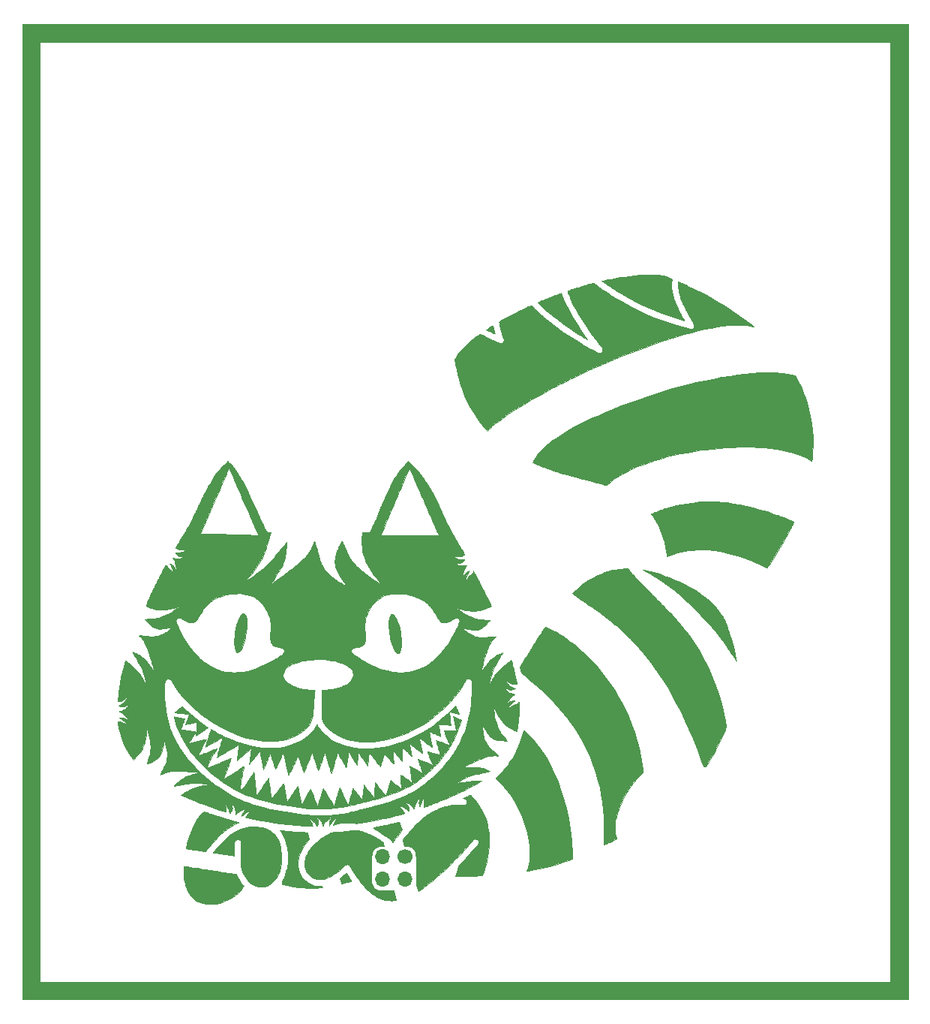
<source format=gtl>
G04 #@! TF.FileFunction,Copper,L1,Top,Signal*
%FSLAX46Y46*%
G04 Gerber Fmt 4.6, Leading zero omitted, Abs format (unit mm)*
G04 Created by KiCad (PCBNEW 4.0.7) date 06/27/18 23:59:29*
%MOMM*%
%LPD*%
G01*
G04 APERTURE LIST*
%ADD10C,0.100000*%
%ADD11C,0.010000*%
%ADD12C,1.700000*%
%ADD13O,1.700000X1.700000*%
G04 APERTURE END LIST*
D10*
D11*
G36*
X205041500Y-150516166D02*
X105029000Y-150516166D01*
X105029000Y-120492260D01*
X107022492Y-120492260D01*
X107022496Y-121725495D01*
X107022508Y-122938574D01*
X107022528Y-124130929D01*
X107022557Y-125301995D01*
X107022593Y-126451203D01*
X107022637Y-127577988D01*
X107022688Y-128681782D01*
X107022748Y-129762019D01*
X107022815Y-130818131D01*
X107022889Y-131849553D01*
X107022972Y-132855717D01*
X107023062Y-133836057D01*
X107023159Y-134790005D01*
X107023264Y-135716995D01*
X107023376Y-136616461D01*
X107023495Y-137487834D01*
X107023622Y-138330549D01*
X107023756Y-139144039D01*
X107023898Y-139927737D01*
X107024046Y-140681076D01*
X107024201Y-141403489D01*
X107024364Y-142094409D01*
X107024534Y-142753270D01*
X107024710Y-143379506D01*
X107024893Y-143972548D01*
X107025084Y-144531830D01*
X107025281Y-145056786D01*
X107025484Y-145546849D01*
X107025695Y-146001452D01*
X107025912Y-146420027D01*
X107026136Y-146802009D01*
X107026366Y-147146831D01*
X107026603Y-147453925D01*
X107026846Y-147722725D01*
X107027096Y-147952664D01*
X107027352Y-148143176D01*
X107027614Y-148293693D01*
X107027882Y-148403648D01*
X107028157Y-148472476D01*
X107028438Y-148499608D01*
X107028474Y-148500041D01*
X107036000Y-148501024D01*
X107058118Y-148501983D01*
X107095271Y-148502920D01*
X107147898Y-148503834D01*
X107216442Y-148504725D01*
X107301345Y-148505595D01*
X107403047Y-148506442D01*
X107521991Y-148507268D01*
X107658616Y-148508073D01*
X107813366Y-148508856D01*
X107986681Y-148509619D01*
X108179003Y-148510361D01*
X108390774Y-148511082D01*
X108622434Y-148511783D01*
X108874425Y-148512465D01*
X109147189Y-148513126D01*
X109441167Y-148513768D01*
X109756800Y-148514391D01*
X110094531Y-148514995D01*
X110454799Y-148515581D01*
X110838048Y-148516148D01*
X111244718Y-148516696D01*
X111675250Y-148517227D01*
X112130087Y-148517740D01*
X112609669Y-148518235D01*
X113114438Y-148518713D01*
X113644836Y-148519174D01*
X114201304Y-148519619D01*
X114784283Y-148520047D01*
X115394215Y-148520458D01*
X116031541Y-148520854D01*
X116696702Y-148521233D01*
X117390141Y-148521597D01*
X118112299Y-148521946D01*
X118863616Y-148522280D01*
X119644535Y-148522599D01*
X120455497Y-148522903D01*
X121296943Y-148523193D01*
X122169314Y-148523469D01*
X123073053Y-148523731D01*
X124008601Y-148523980D01*
X124976399Y-148524215D01*
X125976888Y-148524437D01*
X127010510Y-148524646D01*
X128077707Y-148524843D01*
X129178920Y-148525027D01*
X130314589Y-148525199D01*
X131485158Y-148525359D01*
X132691067Y-148525507D01*
X133932757Y-148525644D01*
X135210671Y-148525770D01*
X136525248Y-148525885D01*
X137876932Y-148525989D01*
X139266164Y-148526083D01*
X140693384Y-148526166D01*
X142159034Y-148526240D01*
X143663556Y-148526304D01*
X145207391Y-148526358D01*
X146790981Y-148526403D01*
X148414767Y-148526440D01*
X150079190Y-148526467D01*
X151784692Y-148526486D01*
X153531715Y-148526497D01*
X155034585Y-148526500D01*
X203030666Y-148526500D01*
X203030666Y-42502657D01*
X155029958Y-42507953D01*
X107029250Y-42513250D01*
X107023847Y-95493416D01*
X107023698Y-96992546D01*
X107023558Y-98481721D01*
X107023427Y-99960376D01*
X107023304Y-101427942D01*
X107023191Y-102883855D01*
X107023086Y-104327546D01*
X107022990Y-105758449D01*
X107022903Y-107175996D01*
X107022824Y-108579623D01*
X107022753Y-109968761D01*
X107022692Y-111342843D01*
X107022638Y-112701303D01*
X107022593Y-114043575D01*
X107022556Y-115369090D01*
X107022528Y-116677284D01*
X107022508Y-117967588D01*
X107022496Y-119239435D01*
X107022492Y-120492260D01*
X105029000Y-120492260D01*
X105029000Y-40513000D01*
X205041500Y-40513000D01*
X205041500Y-150516166D01*
X205041500Y-150516166D01*
G37*
X205041500Y-150516166D02*
X105029000Y-150516166D01*
X105029000Y-120492260D01*
X107022492Y-120492260D01*
X107022496Y-121725495D01*
X107022508Y-122938574D01*
X107022528Y-124130929D01*
X107022557Y-125301995D01*
X107022593Y-126451203D01*
X107022637Y-127577988D01*
X107022688Y-128681782D01*
X107022748Y-129762019D01*
X107022815Y-130818131D01*
X107022889Y-131849553D01*
X107022972Y-132855717D01*
X107023062Y-133836057D01*
X107023159Y-134790005D01*
X107023264Y-135716995D01*
X107023376Y-136616461D01*
X107023495Y-137487834D01*
X107023622Y-138330549D01*
X107023756Y-139144039D01*
X107023898Y-139927737D01*
X107024046Y-140681076D01*
X107024201Y-141403489D01*
X107024364Y-142094409D01*
X107024534Y-142753270D01*
X107024710Y-143379506D01*
X107024893Y-143972548D01*
X107025084Y-144531830D01*
X107025281Y-145056786D01*
X107025484Y-145546849D01*
X107025695Y-146001452D01*
X107025912Y-146420027D01*
X107026136Y-146802009D01*
X107026366Y-147146831D01*
X107026603Y-147453925D01*
X107026846Y-147722725D01*
X107027096Y-147952664D01*
X107027352Y-148143176D01*
X107027614Y-148293693D01*
X107027882Y-148403648D01*
X107028157Y-148472476D01*
X107028438Y-148499608D01*
X107028474Y-148500041D01*
X107036000Y-148501024D01*
X107058118Y-148501983D01*
X107095271Y-148502920D01*
X107147898Y-148503834D01*
X107216442Y-148504725D01*
X107301345Y-148505595D01*
X107403047Y-148506442D01*
X107521991Y-148507268D01*
X107658616Y-148508073D01*
X107813366Y-148508856D01*
X107986681Y-148509619D01*
X108179003Y-148510361D01*
X108390774Y-148511082D01*
X108622434Y-148511783D01*
X108874425Y-148512465D01*
X109147189Y-148513126D01*
X109441167Y-148513768D01*
X109756800Y-148514391D01*
X110094531Y-148514995D01*
X110454799Y-148515581D01*
X110838048Y-148516148D01*
X111244718Y-148516696D01*
X111675250Y-148517227D01*
X112130087Y-148517740D01*
X112609669Y-148518235D01*
X113114438Y-148518713D01*
X113644836Y-148519174D01*
X114201304Y-148519619D01*
X114784283Y-148520047D01*
X115394215Y-148520458D01*
X116031541Y-148520854D01*
X116696702Y-148521233D01*
X117390141Y-148521597D01*
X118112299Y-148521946D01*
X118863616Y-148522280D01*
X119644535Y-148522599D01*
X120455497Y-148522903D01*
X121296943Y-148523193D01*
X122169314Y-148523469D01*
X123073053Y-148523731D01*
X124008601Y-148523980D01*
X124976399Y-148524215D01*
X125976888Y-148524437D01*
X127010510Y-148524646D01*
X128077707Y-148524843D01*
X129178920Y-148525027D01*
X130314589Y-148525199D01*
X131485158Y-148525359D01*
X132691067Y-148525507D01*
X133932757Y-148525644D01*
X135210671Y-148525770D01*
X136525248Y-148525885D01*
X137876932Y-148525989D01*
X139266164Y-148526083D01*
X140693384Y-148526166D01*
X142159034Y-148526240D01*
X143663556Y-148526304D01*
X145207391Y-148526358D01*
X146790981Y-148526403D01*
X148414767Y-148526440D01*
X150079190Y-148526467D01*
X151784692Y-148526486D01*
X153531715Y-148526497D01*
X155034585Y-148526500D01*
X203030666Y-148526500D01*
X203030666Y-42502657D01*
X155029958Y-42507953D01*
X107029250Y-42513250D01*
X107023847Y-95493416D01*
X107023698Y-96992546D01*
X107023558Y-98481721D01*
X107023427Y-99960376D01*
X107023304Y-101427942D01*
X107023191Y-102883855D01*
X107023086Y-104327546D01*
X107022990Y-105758449D01*
X107022903Y-107175996D01*
X107022824Y-108579623D01*
X107022753Y-109968761D01*
X107022692Y-111342843D01*
X107022638Y-112701303D01*
X107022593Y-114043575D01*
X107022556Y-115369090D01*
X107022528Y-116677284D01*
X107022508Y-117967588D01*
X107022496Y-119239435D01*
X107022492Y-120492260D01*
X105029000Y-120492260D01*
X105029000Y-40513000D01*
X205041500Y-40513000D01*
X205041500Y-150516166D01*
G36*
X123311708Y-135473828D02*
X123341823Y-135478503D01*
X123411312Y-135489234D01*
X123517708Y-135505640D01*
X123658544Y-135527341D01*
X123831354Y-135553958D01*
X124033669Y-135585111D01*
X124263023Y-135620421D01*
X124516949Y-135659506D01*
X124792979Y-135701988D01*
X125088647Y-135747487D01*
X125401486Y-135795623D01*
X125729027Y-135846016D01*
X126068805Y-135898287D01*
X126289821Y-135932285D01*
X126634537Y-135985339D01*
X126967603Y-136036661D01*
X127286635Y-136085878D01*
X127589253Y-136132622D01*
X127873074Y-136176522D01*
X128135716Y-136217210D01*
X128374797Y-136254313D01*
X128587935Y-136287464D01*
X128772748Y-136316291D01*
X128926855Y-136340425D01*
X129047873Y-136359497D01*
X129133420Y-136373135D01*
X129181114Y-136380971D01*
X129190709Y-136382793D01*
X129198774Y-136403161D01*
X129218850Y-136454505D01*
X129247625Y-136528337D01*
X129271788Y-136590449D01*
X129407528Y-136888482D01*
X129577846Y-137178109D01*
X129775151Y-137447196D01*
X129891383Y-137580920D01*
X130030932Y-137731645D01*
X129907174Y-137904032D01*
X129675966Y-138192064D01*
X129408939Y-138464269D01*
X129110504Y-138717996D01*
X128785073Y-138950593D01*
X128437056Y-139159408D01*
X128070866Y-139341790D01*
X127690914Y-139495086D01*
X127301611Y-139616646D01*
X126915333Y-139702417D01*
X126780992Y-139721472D01*
X126620826Y-139736776D01*
X126446118Y-139747913D01*
X126268152Y-139754467D01*
X126098209Y-139756024D01*
X125947574Y-139752166D01*
X125827552Y-139742482D01*
X125479306Y-139679188D01*
X125153749Y-139580358D01*
X124851526Y-139446600D01*
X124573279Y-139278519D01*
X124319654Y-139076721D01*
X124091294Y-138841811D01*
X123888844Y-138574397D01*
X123712947Y-138275083D01*
X123564248Y-137944476D01*
X123443391Y-137583181D01*
X123413352Y-137471614D01*
X123345837Y-137176209D01*
X123295115Y-136880952D01*
X123260052Y-136575835D01*
X123239517Y-136250849D01*
X123232378Y-135895987D01*
X123232351Y-135871419D01*
X123232333Y-135461256D01*
X123311708Y-135473828D01*
X123311708Y-135473828D01*
G37*
X123311708Y-135473828D02*
X123341823Y-135478503D01*
X123411312Y-135489234D01*
X123517708Y-135505640D01*
X123658544Y-135527341D01*
X123831354Y-135553958D01*
X124033669Y-135585111D01*
X124263023Y-135620421D01*
X124516949Y-135659506D01*
X124792979Y-135701988D01*
X125088647Y-135747487D01*
X125401486Y-135795623D01*
X125729027Y-135846016D01*
X126068805Y-135898287D01*
X126289821Y-135932285D01*
X126634537Y-135985339D01*
X126967603Y-136036661D01*
X127286635Y-136085878D01*
X127589253Y-136132622D01*
X127873074Y-136176522D01*
X128135716Y-136217210D01*
X128374797Y-136254313D01*
X128587935Y-136287464D01*
X128772748Y-136316291D01*
X128926855Y-136340425D01*
X129047873Y-136359497D01*
X129133420Y-136373135D01*
X129181114Y-136380971D01*
X129190709Y-136382793D01*
X129198774Y-136403161D01*
X129218850Y-136454505D01*
X129247625Y-136528337D01*
X129271788Y-136590449D01*
X129407528Y-136888482D01*
X129577846Y-137178109D01*
X129775151Y-137447196D01*
X129891383Y-137580920D01*
X130030932Y-137731645D01*
X129907174Y-137904032D01*
X129675966Y-138192064D01*
X129408939Y-138464269D01*
X129110504Y-138717996D01*
X128785073Y-138950593D01*
X128437056Y-139159408D01*
X128070866Y-139341790D01*
X127690914Y-139495086D01*
X127301611Y-139616646D01*
X126915333Y-139702417D01*
X126780992Y-139721472D01*
X126620826Y-139736776D01*
X126446118Y-139747913D01*
X126268152Y-139754467D01*
X126098209Y-139756024D01*
X125947574Y-139752166D01*
X125827552Y-139742482D01*
X125479306Y-139679188D01*
X125153749Y-139580358D01*
X124851526Y-139446600D01*
X124573279Y-139278519D01*
X124319654Y-139076721D01*
X124091294Y-138841811D01*
X123888844Y-138574397D01*
X123712947Y-138275083D01*
X123564248Y-137944476D01*
X123443391Y-137583181D01*
X123413352Y-137471614D01*
X123345837Y-137176209D01*
X123295115Y-136880952D01*
X123260052Y-136575835D01*
X123239517Y-136250849D01*
X123232378Y-135895987D01*
X123232351Y-135871419D01*
X123232333Y-135461256D01*
X123311708Y-135473828D01*
G36*
X142866581Y-131421941D02*
X142959424Y-131437293D01*
X143064577Y-131461460D01*
X143191104Y-131495130D01*
X143328360Y-131533452D01*
X143761311Y-131673535D01*
X144197769Y-131850521D01*
X144629956Y-132060509D01*
X145050093Y-132299603D01*
X145450400Y-132563903D01*
X145593972Y-132668837D01*
X145762361Y-132795425D01*
X145806975Y-132995544D01*
X145851589Y-133195662D01*
X145572217Y-133208290D01*
X145339520Y-133230594D01*
X145139920Y-133276217D01*
X144969924Y-133347183D01*
X144826042Y-133445512D01*
X144704784Y-133573228D01*
X144602659Y-133732353D01*
X144575632Y-133785682D01*
X144555081Y-133830184D01*
X144537112Y-133874691D01*
X144521569Y-133922206D01*
X144508291Y-133975731D01*
X144497121Y-134038271D01*
X144487901Y-134112826D01*
X144480472Y-134202401D01*
X144474677Y-134309997D01*
X144470356Y-134438617D01*
X144467352Y-134591264D01*
X144465506Y-134770941D01*
X144464661Y-134980650D01*
X144464657Y-135223394D01*
X144465336Y-135502176D01*
X144466541Y-135819998D01*
X144466679Y-135852741D01*
X144473153Y-137382250D01*
X144522390Y-137519833D01*
X144611433Y-137714819D01*
X144728385Y-137878255D01*
X144874823Y-138011740D01*
X145052323Y-138116872D01*
X145153568Y-138159437D01*
X145186578Y-138171091D01*
X145219997Y-138180665D01*
X145258323Y-138188412D01*
X145306055Y-138194587D01*
X145367693Y-138199442D01*
X145447737Y-138203229D01*
X145550684Y-138206204D01*
X145681036Y-138208618D01*
X145843290Y-138210725D01*
X146041945Y-138212778D01*
X146113500Y-138213460D01*
X146949583Y-138221354D01*
X147184717Y-139308416D01*
X147109483Y-139321661D01*
X147011412Y-139333641D01*
X146883497Y-139341560D01*
X146738060Y-139345136D01*
X146587421Y-139344085D01*
X146443901Y-139338122D01*
X146431000Y-139337284D01*
X146306171Y-139325355D01*
X146166894Y-139306579D01*
X146037349Y-139284360D01*
X145999027Y-139276454D01*
X145676802Y-139190161D01*
X145361414Y-139073249D01*
X145051782Y-138924721D01*
X144746825Y-138743582D01*
X144445463Y-138528837D01*
X144146615Y-138279489D01*
X143849199Y-137994544D01*
X143552137Y-137673006D01*
X143254347Y-137313879D01*
X142954748Y-136916167D01*
X142652260Y-136478877D01*
X142345802Y-136001010D01*
X142219735Y-135794750D01*
X142134557Y-135654518D01*
X142066930Y-135546102D01*
X142013237Y-135464656D01*
X141969861Y-135405333D01*
X141933183Y-135363289D01*
X141899586Y-135333679D01*
X141865452Y-135311656D01*
X141854759Y-135305905D01*
X141783505Y-135284379D01*
X141692402Y-135276975D01*
X141601703Y-135284264D01*
X141552013Y-135297359D01*
X141518941Y-135318035D01*
X141460962Y-135362590D01*
X141384128Y-135426035D01*
X141294494Y-135503376D01*
X141203513Y-135584710D01*
X140860860Y-135884697D01*
X140534269Y-136146780D01*
X140222528Y-136371704D01*
X139924425Y-136560213D01*
X139638747Y-136713052D01*
X139364281Y-136830966D01*
X139099816Y-136914698D01*
X138999593Y-136938151D01*
X138843606Y-136960691D01*
X138667618Y-136969366D01*
X138488111Y-136964417D01*
X138321569Y-136946085D01*
X138227010Y-136926836D01*
X138030178Y-136860307D01*
X137827221Y-136762174D01*
X137629503Y-136639388D01*
X137448384Y-136498899D01*
X137313542Y-136368101D01*
X137183428Y-136197133D01*
X137075177Y-135995974D01*
X136991417Y-135772147D01*
X136934780Y-135533174D01*
X136907895Y-135286577D01*
X136906000Y-135202561D01*
X136917170Y-134972874D01*
X136952082Y-134747492D01*
X137012838Y-134518553D01*
X137101542Y-134278197D01*
X137220296Y-134018562D01*
X137225505Y-134008059D01*
X137330805Y-133804495D01*
X137433174Y-133626147D01*
X137538452Y-133465641D01*
X137652481Y-133315603D01*
X137781101Y-133168659D01*
X137930155Y-133017435D01*
X138105481Y-132854556D01*
X138218333Y-132754617D01*
X138541638Y-132489886D01*
X138880933Y-132245604D01*
X139228129Y-132026957D01*
X139575136Y-131839134D01*
X139827354Y-131722907D01*
X139900485Y-131692342D01*
X139960656Y-131669653D01*
X140016772Y-131653178D01*
X140077738Y-131641257D01*
X140152458Y-131632228D01*
X140249835Y-131624432D01*
X140378773Y-131616208D01*
X140409438Y-131614348D01*
X140733037Y-131592813D01*
X141083292Y-131566042D01*
X141445035Y-131535346D01*
X141803099Y-131502036D01*
X142142317Y-131467425D01*
X142269801Y-131453458D01*
X142437044Y-131435001D01*
X142571281Y-131421936D01*
X142681573Y-131414948D01*
X142776985Y-131414721D01*
X142866581Y-131421941D01*
X142866581Y-131421941D01*
G37*
X142866581Y-131421941D02*
X142959424Y-131437293D01*
X143064577Y-131461460D01*
X143191104Y-131495130D01*
X143328360Y-131533452D01*
X143761311Y-131673535D01*
X144197769Y-131850521D01*
X144629956Y-132060509D01*
X145050093Y-132299603D01*
X145450400Y-132563903D01*
X145593972Y-132668837D01*
X145762361Y-132795425D01*
X145806975Y-132995544D01*
X145851589Y-133195662D01*
X145572217Y-133208290D01*
X145339520Y-133230594D01*
X145139920Y-133276217D01*
X144969924Y-133347183D01*
X144826042Y-133445512D01*
X144704784Y-133573228D01*
X144602659Y-133732353D01*
X144575632Y-133785682D01*
X144555081Y-133830184D01*
X144537112Y-133874691D01*
X144521569Y-133922206D01*
X144508291Y-133975731D01*
X144497121Y-134038271D01*
X144487901Y-134112826D01*
X144480472Y-134202401D01*
X144474677Y-134309997D01*
X144470356Y-134438617D01*
X144467352Y-134591264D01*
X144465506Y-134770941D01*
X144464661Y-134980650D01*
X144464657Y-135223394D01*
X144465336Y-135502176D01*
X144466541Y-135819998D01*
X144466679Y-135852741D01*
X144473153Y-137382250D01*
X144522390Y-137519833D01*
X144611433Y-137714819D01*
X144728385Y-137878255D01*
X144874823Y-138011740D01*
X145052323Y-138116872D01*
X145153568Y-138159437D01*
X145186578Y-138171091D01*
X145219997Y-138180665D01*
X145258323Y-138188412D01*
X145306055Y-138194587D01*
X145367693Y-138199442D01*
X145447737Y-138203229D01*
X145550684Y-138206204D01*
X145681036Y-138208618D01*
X145843290Y-138210725D01*
X146041945Y-138212778D01*
X146113500Y-138213460D01*
X146949583Y-138221354D01*
X147184717Y-139308416D01*
X147109483Y-139321661D01*
X147011412Y-139333641D01*
X146883497Y-139341560D01*
X146738060Y-139345136D01*
X146587421Y-139344085D01*
X146443901Y-139338122D01*
X146431000Y-139337284D01*
X146306171Y-139325355D01*
X146166894Y-139306579D01*
X146037349Y-139284360D01*
X145999027Y-139276454D01*
X145676802Y-139190161D01*
X145361414Y-139073249D01*
X145051782Y-138924721D01*
X144746825Y-138743582D01*
X144445463Y-138528837D01*
X144146615Y-138279489D01*
X143849199Y-137994544D01*
X143552137Y-137673006D01*
X143254347Y-137313879D01*
X142954748Y-136916167D01*
X142652260Y-136478877D01*
X142345802Y-136001010D01*
X142219735Y-135794750D01*
X142134557Y-135654518D01*
X142066930Y-135546102D01*
X142013237Y-135464656D01*
X141969861Y-135405333D01*
X141933183Y-135363289D01*
X141899586Y-135333679D01*
X141865452Y-135311656D01*
X141854759Y-135305905D01*
X141783505Y-135284379D01*
X141692402Y-135276975D01*
X141601703Y-135284264D01*
X141552013Y-135297359D01*
X141518941Y-135318035D01*
X141460962Y-135362590D01*
X141384128Y-135426035D01*
X141294494Y-135503376D01*
X141203513Y-135584710D01*
X140860860Y-135884697D01*
X140534269Y-136146780D01*
X140222528Y-136371704D01*
X139924425Y-136560213D01*
X139638747Y-136713052D01*
X139364281Y-136830966D01*
X139099816Y-136914698D01*
X138999593Y-136938151D01*
X138843606Y-136960691D01*
X138667618Y-136969366D01*
X138488111Y-136964417D01*
X138321569Y-136946085D01*
X138227010Y-136926836D01*
X138030178Y-136860307D01*
X137827221Y-136762174D01*
X137629503Y-136639388D01*
X137448384Y-136498899D01*
X137313542Y-136368101D01*
X137183428Y-136197133D01*
X137075177Y-135995974D01*
X136991417Y-135772147D01*
X136934780Y-135533174D01*
X136907895Y-135286577D01*
X136906000Y-135202561D01*
X136917170Y-134972874D01*
X136952082Y-134747492D01*
X137012838Y-134518553D01*
X137101542Y-134278197D01*
X137220296Y-134018562D01*
X137225505Y-134008059D01*
X137330805Y-133804495D01*
X137433174Y-133626147D01*
X137538452Y-133465641D01*
X137652481Y-133315603D01*
X137781101Y-133168659D01*
X137930155Y-133017435D01*
X138105481Y-132854556D01*
X138218333Y-132754617D01*
X138541638Y-132489886D01*
X138880933Y-132245604D01*
X139228129Y-132026957D01*
X139575136Y-131839134D01*
X139827354Y-131722907D01*
X139900485Y-131692342D01*
X139960656Y-131669653D01*
X140016772Y-131653178D01*
X140077738Y-131641257D01*
X140152458Y-131632228D01*
X140249835Y-131624432D01*
X140378773Y-131616208D01*
X140409438Y-131614348D01*
X140733037Y-131592813D01*
X141083292Y-131566042D01*
X141445035Y-131535346D01*
X141803099Y-131502036D01*
X142142317Y-131467425D01*
X142269801Y-131453458D01*
X142437044Y-131435001D01*
X142571281Y-131421936D01*
X142681573Y-131414948D01*
X142776985Y-131414721D01*
X142866581Y-131421941D01*
G36*
X155615933Y-127438278D02*
X155658591Y-127479270D01*
X155717803Y-127540543D01*
X155787883Y-127616330D01*
X155809508Y-127640291D01*
X156179990Y-128079302D01*
X156509446Y-128525801D01*
X156798829Y-128981804D01*
X157049093Y-129449326D01*
X157261190Y-129930382D01*
X157436072Y-130426989D01*
X157574693Y-130941160D01*
X157678005Y-131474913D01*
X157703205Y-131646083D01*
X157719079Y-131792022D01*
X157732038Y-131970708D01*
X157741892Y-132172645D01*
X157748451Y-132388333D01*
X157751527Y-132608276D01*
X157750929Y-132822975D01*
X157746467Y-133022932D01*
X157737952Y-133198650D01*
X157735029Y-133239483D01*
X157676857Y-133782278D01*
X157585590Y-134342692D01*
X157462507Y-134913636D01*
X157363210Y-135297333D01*
X157332556Y-135404863D01*
X157294931Y-135531383D01*
X157252338Y-135670685D01*
X157206781Y-135816563D01*
X157160262Y-135962811D01*
X157114783Y-136103222D01*
X157072347Y-136231588D01*
X157034958Y-136341704D01*
X157004617Y-136427362D01*
X156983328Y-136482357D01*
X156975831Y-136497894D01*
X156952589Y-136508168D01*
X156894860Y-136517834D01*
X156800709Y-136527079D01*
X156668204Y-136536091D01*
X156495409Y-136545057D01*
X156484317Y-136545570D01*
X156328091Y-136552247D01*
X156143804Y-136559277D01*
X155937903Y-136566479D01*
X155716840Y-136573676D01*
X155487064Y-136580687D01*
X155255023Y-136587334D01*
X155027169Y-136593436D01*
X154809951Y-136598815D01*
X154609817Y-136603291D01*
X154433219Y-136606685D01*
X154286605Y-136608817D01*
X154184686Y-136609510D01*
X153926790Y-136609666D01*
X154009428Y-136411891D01*
X154088402Y-136196253D01*
X154156679Y-135957347D01*
X154209206Y-135713857D01*
X154225686Y-135612432D01*
X154252083Y-135430115D01*
X154709395Y-134945682D01*
X154901883Y-134740824D01*
X155093890Y-134534665D01*
X155283106Y-134329799D01*
X155467225Y-134128818D01*
X155643939Y-133934314D01*
X155810941Y-133748880D01*
X155965924Y-133575108D01*
X156106580Y-133415590D01*
X156230601Y-133272919D01*
X156335680Y-133149688D01*
X156419510Y-133048488D01*
X156479783Y-132971912D01*
X156514191Y-132922553D01*
X156520006Y-132911471D01*
X156547542Y-132799465D01*
X156539170Y-132691870D01*
X156500499Y-132593671D01*
X156437139Y-132509851D01*
X156354699Y-132445393D01*
X156258788Y-132405282D01*
X156155015Y-132394500D01*
X156048991Y-132418033D01*
X155995238Y-132445233D01*
X155961542Y-132473163D01*
X155904485Y-132528587D01*
X155828382Y-132606964D01*
X155737548Y-132703753D01*
X155636296Y-132814412D01*
X155528940Y-132934401D01*
X155508405Y-132957657D01*
X154941686Y-133591612D01*
X154386605Y-134194055D01*
X153843833Y-134764363D01*
X153314043Y-135301911D01*
X152797905Y-135806076D01*
X152296093Y-136276235D01*
X151809279Y-136711762D01*
X151338134Y-137112034D01*
X150883331Y-137476428D01*
X150445541Y-137804319D01*
X150025436Y-138095083D01*
X149855946Y-138205019D01*
X149735475Y-138281550D01*
X149682181Y-138107066D01*
X149652991Y-138011890D01*
X149616556Y-137893660D01*
X149578234Y-137769736D01*
X149553237Y-137689166D01*
X149477587Y-137445750D01*
X149478991Y-135823031D01*
X149478974Y-135461790D01*
X149478267Y-135140785D01*
X149476872Y-134860296D01*
X149474794Y-134620604D01*
X149472036Y-134421992D01*
X149468601Y-134264739D01*
X149464492Y-134149128D01*
X149459713Y-134075438D01*
X149457376Y-134056222D01*
X149405957Y-133862433D01*
X149318530Y-133685316D01*
X149199245Y-133529700D01*
X149052250Y-133400414D01*
X148881695Y-133302289D01*
X148775169Y-133262041D01*
X148683362Y-133240296D01*
X148564689Y-133222152D01*
X148434597Y-133209873D01*
X148408927Y-133208340D01*
X148174935Y-133195800D01*
X148074850Y-132865441D01*
X148041158Y-132752632D01*
X148012389Y-132653257D01*
X147990612Y-132574706D01*
X147977894Y-132524367D01*
X147975466Y-132510219D01*
X147989660Y-132477936D01*
X148029198Y-132418014D01*
X148090965Y-132334154D01*
X148171850Y-132230059D01*
X148268738Y-132109433D01*
X148378518Y-131975978D01*
X148498076Y-131833396D01*
X148624298Y-131685391D01*
X148754073Y-131535665D01*
X148884287Y-131387921D01*
X149011827Y-131245862D01*
X149133580Y-131113190D01*
X149246433Y-130993608D01*
X149277916Y-130961017D01*
X149669940Y-130573385D01*
X150054441Y-130225315D01*
X150433671Y-129915181D01*
X150809886Y-129641355D01*
X151185336Y-129402211D01*
X151562277Y-129196122D01*
X151942962Y-129021460D01*
X151992773Y-129001006D01*
X152183717Y-128924284D01*
X152343644Y-128861879D01*
X152480388Y-128811299D01*
X152601786Y-128770054D01*
X152715673Y-128735654D01*
X152829885Y-128705606D01*
X152952259Y-128677422D01*
X153090630Y-128648609D01*
X153119666Y-128642800D01*
X153306590Y-128608364D01*
X153483473Y-128582294D01*
X153659687Y-128563930D01*
X153844605Y-128552613D01*
X154047599Y-128547684D01*
X154278041Y-128548485D01*
X154422625Y-128551192D01*
X154586281Y-128554828D01*
X154713288Y-128557085D01*
X154809316Y-128557645D01*
X154880036Y-128556188D01*
X154931120Y-128552399D01*
X154968237Y-128545958D01*
X154997058Y-128536547D01*
X155023255Y-128523848D01*
X155036027Y-128516792D01*
X155124432Y-128445466D01*
X155182771Y-128353280D01*
X155211277Y-128248727D01*
X155210181Y-128140298D01*
X155179718Y-128036487D01*
X155120119Y-127945785D01*
X155031619Y-127876684D01*
X155018283Y-127869866D01*
X154947569Y-127842580D01*
X154879249Y-127826944D01*
X154859233Y-127825500D01*
X154812971Y-127821085D01*
X154791950Y-127810363D01*
X154791833Y-127809413D01*
X154809926Y-127796600D01*
X154859627Y-127769431D01*
X154934066Y-127731207D01*
X155026375Y-127685226D01*
X155129685Y-127634788D01*
X155237128Y-127583194D01*
X155341835Y-127533742D01*
X155436936Y-127489733D01*
X155515565Y-127454465D01*
X155570850Y-127431239D01*
X155595517Y-127423333D01*
X155615933Y-127438278D01*
X155615933Y-127438278D01*
G37*
X155615933Y-127438278D02*
X155658591Y-127479270D01*
X155717803Y-127540543D01*
X155787883Y-127616330D01*
X155809508Y-127640291D01*
X156179990Y-128079302D01*
X156509446Y-128525801D01*
X156798829Y-128981804D01*
X157049093Y-129449326D01*
X157261190Y-129930382D01*
X157436072Y-130426989D01*
X157574693Y-130941160D01*
X157678005Y-131474913D01*
X157703205Y-131646083D01*
X157719079Y-131792022D01*
X157732038Y-131970708D01*
X157741892Y-132172645D01*
X157748451Y-132388333D01*
X157751527Y-132608276D01*
X157750929Y-132822975D01*
X157746467Y-133022932D01*
X157737952Y-133198650D01*
X157735029Y-133239483D01*
X157676857Y-133782278D01*
X157585590Y-134342692D01*
X157462507Y-134913636D01*
X157363210Y-135297333D01*
X157332556Y-135404863D01*
X157294931Y-135531383D01*
X157252338Y-135670685D01*
X157206781Y-135816563D01*
X157160262Y-135962811D01*
X157114783Y-136103222D01*
X157072347Y-136231588D01*
X157034958Y-136341704D01*
X157004617Y-136427362D01*
X156983328Y-136482357D01*
X156975831Y-136497894D01*
X156952589Y-136508168D01*
X156894860Y-136517834D01*
X156800709Y-136527079D01*
X156668204Y-136536091D01*
X156495409Y-136545057D01*
X156484317Y-136545570D01*
X156328091Y-136552247D01*
X156143804Y-136559277D01*
X155937903Y-136566479D01*
X155716840Y-136573676D01*
X155487064Y-136580687D01*
X155255023Y-136587334D01*
X155027169Y-136593436D01*
X154809951Y-136598815D01*
X154609817Y-136603291D01*
X154433219Y-136606685D01*
X154286605Y-136608817D01*
X154184686Y-136609510D01*
X153926790Y-136609666D01*
X154009428Y-136411891D01*
X154088402Y-136196253D01*
X154156679Y-135957347D01*
X154209206Y-135713857D01*
X154225686Y-135612432D01*
X154252083Y-135430115D01*
X154709395Y-134945682D01*
X154901883Y-134740824D01*
X155093890Y-134534665D01*
X155283106Y-134329799D01*
X155467225Y-134128818D01*
X155643939Y-133934314D01*
X155810941Y-133748880D01*
X155965924Y-133575108D01*
X156106580Y-133415590D01*
X156230601Y-133272919D01*
X156335680Y-133149688D01*
X156419510Y-133048488D01*
X156479783Y-132971912D01*
X156514191Y-132922553D01*
X156520006Y-132911471D01*
X156547542Y-132799465D01*
X156539170Y-132691870D01*
X156500499Y-132593671D01*
X156437139Y-132509851D01*
X156354699Y-132445393D01*
X156258788Y-132405282D01*
X156155015Y-132394500D01*
X156048991Y-132418033D01*
X155995238Y-132445233D01*
X155961542Y-132473163D01*
X155904485Y-132528587D01*
X155828382Y-132606964D01*
X155737548Y-132703753D01*
X155636296Y-132814412D01*
X155528940Y-132934401D01*
X155508405Y-132957657D01*
X154941686Y-133591612D01*
X154386605Y-134194055D01*
X153843833Y-134764363D01*
X153314043Y-135301911D01*
X152797905Y-135806076D01*
X152296093Y-136276235D01*
X151809279Y-136711762D01*
X151338134Y-137112034D01*
X150883331Y-137476428D01*
X150445541Y-137804319D01*
X150025436Y-138095083D01*
X149855946Y-138205019D01*
X149735475Y-138281550D01*
X149682181Y-138107066D01*
X149652991Y-138011890D01*
X149616556Y-137893660D01*
X149578234Y-137769736D01*
X149553237Y-137689166D01*
X149477587Y-137445750D01*
X149478991Y-135823031D01*
X149478974Y-135461790D01*
X149478267Y-135140785D01*
X149476872Y-134860296D01*
X149474794Y-134620604D01*
X149472036Y-134421992D01*
X149468601Y-134264739D01*
X149464492Y-134149128D01*
X149459713Y-134075438D01*
X149457376Y-134056222D01*
X149405957Y-133862433D01*
X149318530Y-133685316D01*
X149199245Y-133529700D01*
X149052250Y-133400414D01*
X148881695Y-133302289D01*
X148775169Y-133262041D01*
X148683362Y-133240296D01*
X148564689Y-133222152D01*
X148434597Y-133209873D01*
X148408927Y-133208340D01*
X148174935Y-133195800D01*
X148074850Y-132865441D01*
X148041158Y-132752632D01*
X148012389Y-132653257D01*
X147990612Y-132574706D01*
X147977894Y-132524367D01*
X147975466Y-132510219D01*
X147989660Y-132477936D01*
X148029198Y-132418014D01*
X148090965Y-132334154D01*
X148171850Y-132230059D01*
X148268738Y-132109433D01*
X148378518Y-131975978D01*
X148498076Y-131833396D01*
X148624298Y-131685391D01*
X148754073Y-131535665D01*
X148884287Y-131387921D01*
X149011827Y-131245862D01*
X149133580Y-131113190D01*
X149246433Y-130993608D01*
X149277916Y-130961017D01*
X149669940Y-130573385D01*
X150054441Y-130225315D01*
X150433671Y-129915181D01*
X150809886Y-129641355D01*
X151185336Y-129402211D01*
X151562277Y-129196122D01*
X151942962Y-129021460D01*
X151992773Y-129001006D01*
X152183717Y-128924284D01*
X152343644Y-128861879D01*
X152480388Y-128811299D01*
X152601786Y-128770054D01*
X152715673Y-128735654D01*
X152829885Y-128705606D01*
X152952259Y-128677422D01*
X153090630Y-128648609D01*
X153119666Y-128642800D01*
X153306590Y-128608364D01*
X153483473Y-128582294D01*
X153659687Y-128563930D01*
X153844605Y-128552613D01*
X154047599Y-128547684D01*
X154278041Y-128548485D01*
X154422625Y-128551192D01*
X154586281Y-128554828D01*
X154713288Y-128557085D01*
X154809316Y-128557645D01*
X154880036Y-128556188D01*
X154931120Y-128552399D01*
X154968237Y-128545958D01*
X154997058Y-128536547D01*
X155023255Y-128523848D01*
X155036027Y-128516792D01*
X155124432Y-128445466D01*
X155182771Y-128353280D01*
X155211277Y-128248727D01*
X155210181Y-128140298D01*
X155179718Y-128036487D01*
X155120119Y-127945785D01*
X155031619Y-127876684D01*
X155018283Y-127869866D01*
X154947569Y-127842580D01*
X154879249Y-127826944D01*
X154859233Y-127825500D01*
X154812971Y-127821085D01*
X154791950Y-127810363D01*
X154791833Y-127809413D01*
X154809926Y-127796600D01*
X154859627Y-127769431D01*
X154934066Y-127731207D01*
X155026375Y-127685226D01*
X155129685Y-127634788D01*
X155237128Y-127583194D01*
X155341835Y-127533742D01*
X155436936Y-127489733D01*
X155515565Y-127454465D01*
X155570850Y-127431239D01*
X155595517Y-127423333D01*
X155615933Y-127438278D01*
G36*
X134154333Y-131409052D02*
X134246949Y-131423131D01*
X134376146Y-131439453D01*
X134536265Y-131457507D01*
X134721642Y-131476785D01*
X134926616Y-131496776D01*
X135145526Y-131516973D01*
X135372709Y-131536866D01*
X135602504Y-131555945D01*
X135829250Y-131573702D01*
X136047284Y-131589627D01*
X136250945Y-131603211D01*
X136429750Y-131613688D01*
X136573311Y-131621514D01*
X136715318Y-131629505D01*
X136845480Y-131637063D01*
X136953505Y-131643592D01*
X137026665Y-131648324D01*
X137083888Y-131651048D01*
X137127636Y-131653515D01*
X137161007Y-131660613D01*
X137187101Y-131677229D01*
X137209017Y-131708249D01*
X137229855Y-131758561D01*
X137252714Y-131833052D01*
X137280694Y-131936610D01*
X137316895Y-132074121D01*
X137331490Y-132128970D01*
X137421022Y-132463690D01*
X137238842Y-132647553D01*
X137074477Y-132832401D01*
X136911782Y-133053883D01*
X136749570Y-133313781D01*
X136586652Y-133613882D01*
X136559564Y-133667500D01*
X136428876Y-133945147D01*
X136326544Y-134201573D01*
X136250412Y-134444898D01*
X136198321Y-134683246D01*
X136168116Y-134924737D01*
X136157638Y-135177493D01*
X136157622Y-135180916D01*
X136172226Y-135498540D01*
X136220140Y-135797695D01*
X136303353Y-136085181D01*
X136423854Y-136367793D01*
X136583632Y-136652328D01*
X136592050Y-136665719D01*
X136685323Y-136790755D01*
X136810418Y-136924834D01*
X136959665Y-137061753D01*
X137125393Y-137195309D01*
X137299931Y-137319298D01*
X137475611Y-137427517D01*
X137635369Y-137509518D01*
X137857858Y-137596664D01*
X138094994Y-137664072D01*
X138334342Y-137709193D01*
X138563465Y-137729478D01*
X138701830Y-137728093D01*
X138849126Y-137719770D01*
X138871709Y-137793350D01*
X138885343Y-137842553D01*
X138890124Y-137869921D01*
X138889687Y-137871452D01*
X138866503Y-137875448D01*
X138807937Y-137880901D01*
X138720901Y-137887408D01*
X138612306Y-137894565D01*
X138489062Y-137901968D01*
X138358080Y-137909214D01*
X138226272Y-137915900D01*
X138100549Y-137921622D01*
X137987821Y-137925976D01*
X137922000Y-137927953D01*
X137793729Y-137929638D01*
X137638299Y-137929285D01*
X137470827Y-137927064D01*
X137306430Y-137923145D01*
X137212916Y-137919947D01*
X136669861Y-137886885D01*
X136116010Y-137829254D01*
X135773583Y-137782454D01*
X135647796Y-137762768D01*
X135504470Y-137738573D01*
X135349191Y-137710982D01*
X135187543Y-137681108D01*
X135025112Y-137650064D01*
X134867481Y-137618962D01*
X134720238Y-137588916D01*
X134588965Y-137561039D01*
X134479248Y-137536442D01*
X134396673Y-137516240D01*
X134346824Y-137501545D01*
X134334895Y-137495784D01*
X134330229Y-137472225D01*
X134325513Y-137417841D01*
X134321729Y-137344127D01*
X134321569Y-137339774D01*
X134320148Y-137267057D01*
X134324918Y-137213050D01*
X134340049Y-137163986D01*
X134369713Y-137106096D01*
X134415443Y-137029915D01*
X134570499Y-136748394D01*
X134707918Y-136441985D01*
X134821170Y-136126649D01*
X134894779Y-135858250D01*
X134927107Y-135713177D01*
X134952960Y-135582519D01*
X134973034Y-135458620D01*
X134988027Y-135333825D01*
X134998634Y-135200478D01*
X135005552Y-135050923D01*
X135009477Y-134877505D01*
X135011106Y-134672568D01*
X135011272Y-134577666D01*
X135010581Y-134349165D01*
X135007825Y-134154931D01*
X135002332Y-133986923D01*
X134993434Y-133837099D01*
X134980461Y-133697415D01*
X134962744Y-133559829D01*
X134939613Y-133416299D01*
X134910399Y-133258783D01*
X134894984Y-133180666D01*
X134801354Y-132797544D01*
X134677942Y-132431491D01*
X134526884Y-132087342D01*
X134350320Y-131769933D01*
X134150386Y-131484098D01*
X134137736Y-131468111D01*
X134080250Y-131395972D01*
X134154333Y-131409052D01*
X134154333Y-131409052D01*
G37*
X134154333Y-131409052D02*
X134246949Y-131423131D01*
X134376146Y-131439453D01*
X134536265Y-131457507D01*
X134721642Y-131476785D01*
X134926616Y-131496776D01*
X135145526Y-131516973D01*
X135372709Y-131536866D01*
X135602504Y-131555945D01*
X135829250Y-131573702D01*
X136047284Y-131589627D01*
X136250945Y-131603211D01*
X136429750Y-131613688D01*
X136573311Y-131621514D01*
X136715318Y-131629505D01*
X136845480Y-131637063D01*
X136953505Y-131643592D01*
X137026665Y-131648324D01*
X137083888Y-131651048D01*
X137127636Y-131653515D01*
X137161007Y-131660613D01*
X137187101Y-131677229D01*
X137209017Y-131708249D01*
X137229855Y-131758561D01*
X137252714Y-131833052D01*
X137280694Y-131936610D01*
X137316895Y-132074121D01*
X137331490Y-132128970D01*
X137421022Y-132463690D01*
X137238842Y-132647553D01*
X137074477Y-132832401D01*
X136911782Y-133053883D01*
X136749570Y-133313781D01*
X136586652Y-133613882D01*
X136559564Y-133667500D01*
X136428876Y-133945147D01*
X136326544Y-134201573D01*
X136250412Y-134444898D01*
X136198321Y-134683246D01*
X136168116Y-134924737D01*
X136157638Y-135177493D01*
X136157622Y-135180916D01*
X136172226Y-135498540D01*
X136220140Y-135797695D01*
X136303353Y-136085181D01*
X136423854Y-136367793D01*
X136583632Y-136652328D01*
X136592050Y-136665719D01*
X136685323Y-136790755D01*
X136810418Y-136924834D01*
X136959665Y-137061753D01*
X137125393Y-137195309D01*
X137299931Y-137319298D01*
X137475611Y-137427517D01*
X137635369Y-137509518D01*
X137857858Y-137596664D01*
X138094994Y-137664072D01*
X138334342Y-137709193D01*
X138563465Y-137729478D01*
X138701830Y-137728093D01*
X138849126Y-137719770D01*
X138871709Y-137793350D01*
X138885343Y-137842553D01*
X138890124Y-137869921D01*
X138889687Y-137871452D01*
X138866503Y-137875448D01*
X138807937Y-137880901D01*
X138720901Y-137887408D01*
X138612306Y-137894565D01*
X138489062Y-137901968D01*
X138358080Y-137909214D01*
X138226272Y-137915900D01*
X138100549Y-137921622D01*
X137987821Y-137925976D01*
X137922000Y-137927953D01*
X137793729Y-137929638D01*
X137638299Y-137929285D01*
X137470827Y-137927064D01*
X137306430Y-137923145D01*
X137212916Y-137919947D01*
X136669861Y-137886885D01*
X136116010Y-137829254D01*
X135773583Y-137782454D01*
X135647796Y-137762768D01*
X135504470Y-137738573D01*
X135349191Y-137710982D01*
X135187543Y-137681108D01*
X135025112Y-137650064D01*
X134867481Y-137618962D01*
X134720238Y-137588916D01*
X134588965Y-137561039D01*
X134479248Y-137536442D01*
X134396673Y-137516240D01*
X134346824Y-137501545D01*
X134334895Y-137495784D01*
X134330229Y-137472225D01*
X134325513Y-137417841D01*
X134321729Y-137344127D01*
X134321569Y-137339774D01*
X134320148Y-137267057D01*
X134324918Y-137213050D01*
X134340049Y-137163986D01*
X134369713Y-137106096D01*
X134415443Y-137029915D01*
X134570499Y-136748394D01*
X134707918Y-136441985D01*
X134821170Y-136126649D01*
X134894779Y-135858250D01*
X134927107Y-135713177D01*
X134952960Y-135582519D01*
X134973034Y-135458620D01*
X134988027Y-135333825D01*
X134998634Y-135200478D01*
X135005552Y-135050923D01*
X135009477Y-134877505D01*
X135011106Y-134672568D01*
X135011272Y-134577666D01*
X135010581Y-134349165D01*
X135007825Y-134154931D01*
X135002332Y-133986923D01*
X134993434Y-133837099D01*
X134980461Y-133697415D01*
X134962744Y-133559829D01*
X134939613Y-133416299D01*
X134910399Y-133258783D01*
X134894984Y-133180666D01*
X134801354Y-132797544D01*
X134677942Y-132431491D01*
X134526884Y-132087342D01*
X134350320Y-131769933D01*
X134150386Y-131484098D01*
X134137736Y-131468111D01*
X134080250Y-131395972D01*
X134154333Y-131409052D01*
G36*
X131464690Y-131031359D02*
X131809869Y-131060599D01*
X132091962Y-131106617D01*
X132423724Y-131193424D01*
X132727747Y-131311703D01*
X133004164Y-131461617D01*
X133253107Y-131643327D01*
X133474708Y-131856996D01*
X133669101Y-132102787D01*
X133836418Y-132380861D01*
X133976791Y-132691382D01*
X134090353Y-133034511D01*
X134177236Y-133410411D01*
X134225801Y-133720416D01*
X134255739Y-134018496D01*
X134272052Y-134329246D01*
X134274906Y-134642427D01*
X134264466Y-134947797D01*
X134240897Y-135235114D01*
X134204365Y-135494137D01*
X134196498Y-135536589D01*
X134109529Y-135885246D01*
X133986489Y-136222883D01*
X133830162Y-136544176D01*
X133643331Y-136843802D01*
X133428782Y-137116437D01*
X133297654Y-137255250D01*
X133165544Y-137380074D01*
X133047602Y-137476849D01*
X132933709Y-137552197D01*
X132813746Y-137612742D01*
X132677594Y-137665106D01*
X132664890Y-137669413D01*
X132400446Y-137743087D01*
X132145241Y-137784110D01*
X131904122Y-137792106D01*
X131681936Y-137766695D01*
X131614926Y-137751263D01*
X131479140Y-137712888D01*
X131355967Y-137670961D01*
X131232214Y-137620230D01*
X131094685Y-137555439D01*
X130989916Y-137502401D01*
X130752506Y-137356271D01*
X130536018Y-137174502D01*
X130341493Y-136958831D01*
X130169974Y-136710996D01*
X130022503Y-136432731D01*
X129900120Y-136125775D01*
X129803870Y-135791864D01*
X129734792Y-135432735D01*
X129730509Y-135403235D01*
X129710973Y-135242966D01*
X129696034Y-135067693D01*
X129685593Y-134873182D01*
X129679553Y-134655198D01*
X129677817Y-134409506D01*
X129680286Y-134131872D01*
X129686864Y-133818061D01*
X129690721Y-133678083D01*
X129695879Y-133487314D01*
X129699956Y-133307150D01*
X129702897Y-133142574D01*
X129704647Y-132998564D01*
X129705153Y-132880101D01*
X129704359Y-132792167D01*
X129702212Y-132739741D01*
X129701079Y-132730422D01*
X129668361Y-132646834D01*
X129608122Y-132563882D01*
X129532724Y-132496403D01*
X129482802Y-132468430D01*
X129363789Y-132440261D01*
X129245601Y-132452281D01*
X129136363Y-132502981D01*
X129088318Y-132541721D01*
X129058828Y-132570326D01*
X129034606Y-132597866D01*
X129014989Y-132628740D01*
X128999317Y-132667348D01*
X128986926Y-132718087D01*
X128977156Y-132785357D01*
X128969344Y-132873556D01*
X128962827Y-132987082D01*
X128956946Y-133130334D01*
X128951036Y-133307711D01*
X128945414Y-133491334D01*
X128939941Y-133668459D01*
X128934684Y-133831722D01*
X128929809Y-133976419D01*
X128925485Y-134097844D01*
X128921880Y-134191292D01*
X128919160Y-134252057D01*
X128917494Y-134275435D01*
X128917445Y-134275535D01*
X128896395Y-134273479D01*
X128838046Y-134265841D01*
X128746969Y-134253290D01*
X128627732Y-134236495D01*
X128484907Y-134216127D01*
X128323064Y-134192853D01*
X128146772Y-134167345D01*
X127960602Y-134140270D01*
X127769124Y-134112300D01*
X127576907Y-134084102D01*
X127388523Y-134056347D01*
X127208542Y-134029704D01*
X127041532Y-134004842D01*
X126892065Y-133982432D01*
X126764711Y-133963141D01*
X126664040Y-133947641D01*
X126594622Y-133936599D01*
X126561026Y-133930686D01*
X126558612Y-133930009D01*
X126567254Y-133911123D01*
X126601031Y-133865049D01*
X126656450Y-133795788D01*
X126730024Y-133707344D01*
X126818261Y-133603717D01*
X126917673Y-133488910D01*
X127024768Y-133366925D01*
X127136058Y-133241763D01*
X127248052Y-133117428D01*
X127357261Y-132997919D01*
X127460194Y-132887241D01*
X127552395Y-132790394D01*
X127911848Y-132438435D01*
X128271997Y-132125361D01*
X128632017Y-131851707D01*
X128991084Y-131618009D01*
X129348373Y-131424803D01*
X129703057Y-131272624D01*
X130054311Y-131162008D01*
X130065925Y-131159049D01*
X130395954Y-131091008D01*
X130746548Y-131046853D01*
X131106522Y-131026874D01*
X131464690Y-131031359D01*
X131464690Y-131031359D01*
G37*
X131464690Y-131031359D02*
X131809869Y-131060599D01*
X132091962Y-131106617D01*
X132423724Y-131193424D01*
X132727747Y-131311703D01*
X133004164Y-131461617D01*
X133253107Y-131643327D01*
X133474708Y-131856996D01*
X133669101Y-132102787D01*
X133836418Y-132380861D01*
X133976791Y-132691382D01*
X134090353Y-133034511D01*
X134177236Y-133410411D01*
X134225801Y-133720416D01*
X134255739Y-134018496D01*
X134272052Y-134329246D01*
X134274906Y-134642427D01*
X134264466Y-134947797D01*
X134240897Y-135235114D01*
X134204365Y-135494137D01*
X134196498Y-135536589D01*
X134109529Y-135885246D01*
X133986489Y-136222883D01*
X133830162Y-136544176D01*
X133643331Y-136843802D01*
X133428782Y-137116437D01*
X133297654Y-137255250D01*
X133165544Y-137380074D01*
X133047602Y-137476849D01*
X132933709Y-137552197D01*
X132813746Y-137612742D01*
X132677594Y-137665106D01*
X132664890Y-137669413D01*
X132400446Y-137743087D01*
X132145241Y-137784110D01*
X131904122Y-137792106D01*
X131681936Y-137766695D01*
X131614926Y-137751263D01*
X131479140Y-137712888D01*
X131355967Y-137670961D01*
X131232214Y-137620230D01*
X131094685Y-137555439D01*
X130989916Y-137502401D01*
X130752506Y-137356271D01*
X130536018Y-137174502D01*
X130341493Y-136958831D01*
X130169974Y-136710996D01*
X130022503Y-136432731D01*
X129900120Y-136125775D01*
X129803870Y-135791864D01*
X129734792Y-135432735D01*
X129730509Y-135403235D01*
X129710973Y-135242966D01*
X129696034Y-135067693D01*
X129685593Y-134873182D01*
X129679553Y-134655198D01*
X129677817Y-134409506D01*
X129680286Y-134131872D01*
X129686864Y-133818061D01*
X129690721Y-133678083D01*
X129695879Y-133487314D01*
X129699956Y-133307150D01*
X129702897Y-133142574D01*
X129704647Y-132998564D01*
X129705153Y-132880101D01*
X129704359Y-132792167D01*
X129702212Y-132739741D01*
X129701079Y-132730422D01*
X129668361Y-132646834D01*
X129608122Y-132563882D01*
X129532724Y-132496403D01*
X129482802Y-132468430D01*
X129363789Y-132440261D01*
X129245601Y-132452281D01*
X129136363Y-132502981D01*
X129088318Y-132541721D01*
X129058828Y-132570326D01*
X129034606Y-132597866D01*
X129014989Y-132628740D01*
X128999317Y-132667348D01*
X128986926Y-132718087D01*
X128977156Y-132785357D01*
X128969344Y-132873556D01*
X128962827Y-132987082D01*
X128956946Y-133130334D01*
X128951036Y-133307711D01*
X128945414Y-133491334D01*
X128939941Y-133668459D01*
X128934684Y-133831722D01*
X128929809Y-133976419D01*
X128925485Y-134097844D01*
X128921880Y-134191292D01*
X128919160Y-134252057D01*
X128917494Y-134275435D01*
X128917445Y-134275535D01*
X128896395Y-134273479D01*
X128838046Y-134265841D01*
X128746969Y-134253290D01*
X128627732Y-134236495D01*
X128484907Y-134216127D01*
X128323064Y-134192853D01*
X128146772Y-134167345D01*
X127960602Y-134140270D01*
X127769124Y-134112300D01*
X127576907Y-134084102D01*
X127388523Y-134056347D01*
X127208542Y-134029704D01*
X127041532Y-134004842D01*
X126892065Y-133982432D01*
X126764711Y-133963141D01*
X126664040Y-133947641D01*
X126594622Y-133936599D01*
X126561026Y-133930686D01*
X126558612Y-133930009D01*
X126567254Y-133911123D01*
X126601031Y-133865049D01*
X126656450Y-133795788D01*
X126730024Y-133707344D01*
X126818261Y-133603717D01*
X126917673Y-133488910D01*
X127024768Y-133366925D01*
X127136058Y-133241763D01*
X127248052Y-133117428D01*
X127357261Y-132997919D01*
X127460194Y-132887241D01*
X127552395Y-132790394D01*
X127911848Y-132438435D01*
X128271997Y-132125361D01*
X128632017Y-131851707D01*
X128991084Y-131618009D01*
X129348373Y-131424803D01*
X129703057Y-131272624D01*
X130054311Y-131162008D01*
X130065925Y-131159049D01*
X130395954Y-131091008D01*
X130746548Y-131046853D01*
X131106522Y-131026874D01*
X131464690Y-131031359D01*
G36*
X141622516Y-136266546D02*
X141650920Y-136308554D01*
X141663001Y-136329208D01*
X141688450Y-136371428D01*
X141732875Y-136441969D01*
X141791822Y-136533891D01*
X141860840Y-136640254D01*
X141935476Y-136754120D01*
X141942065Y-136764117D01*
X142013244Y-136872471D01*
X142075726Y-136968367D01*
X142126016Y-137046373D01*
X142160616Y-137101056D01*
X142176027Y-137126985D01*
X142176500Y-137128247D01*
X142158524Y-137139268D01*
X142114562Y-137154864D01*
X142107708Y-137156906D01*
X141991367Y-137190736D01*
X141861579Y-137228310D01*
X141724374Y-137267898D01*
X141585780Y-137307775D01*
X141451827Y-137346211D01*
X141328545Y-137381480D01*
X141221961Y-137411854D01*
X141138106Y-137435605D01*
X141083008Y-137451006D01*
X141062731Y-137456333D01*
X141054666Y-137449335D01*
X141048922Y-137427651D01*
X141033153Y-137372948D01*
X141009560Y-137292736D01*
X140980338Y-137194526D01*
X140970000Y-137160000D01*
X140939237Y-137055718D01*
X140913468Y-136965121D01*
X140894931Y-136896336D01*
X140885869Y-136857493D01*
X140885333Y-136852922D01*
X140901110Y-136830130D01*
X140943557Y-136788897D01*
X141005350Y-136736011D01*
X141049375Y-136700956D01*
X141137898Y-136630807D01*
X141242317Y-136545808D01*
X141346697Y-136459014D01*
X141402356Y-136411782D01*
X141477391Y-136348397D01*
X141540723Y-136296645D01*
X141585535Y-136261978D01*
X141604833Y-136249833D01*
X141622516Y-136266546D01*
X141622516Y-136266546D01*
G37*
X141622516Y-136266546D02*
X141650920Y-136308554D01*
X141663001Y-136329208D01*
X141688450Y-136371428D01*
X141732875Y-136441969D01*
X141791822Y-136533891D01*
X141860840Y-136640254D01*
X141935476Y-136754120D01*
X141942065Y-136764117D01*
X142013244Y-136872471D01*
X142075726Y-136968367D01*
X142126016Y-137046373D01*
X142160616Y-137101056D01*
X142176027Y-137126985D01*
X142176500Y-137128247D01*
X142158524Y-137139268D01*
X142114562Y-137154864D01*
X142107708Y-137156906D01*
X141991367Y-137190736D01*
X141861579Y-137228310D01*
X141724374Y-137267898D01*
X141585780Y-137307775D01*
X141451827Y-137346211D01*
X141328545Y-137381480D01*
X141221961Y-137411854D01*
X141138106Y-137435605D01*
X141083008Y-137451006D01*
X141062731Y-137456333D01*
X141054666Y-137449335D01*
X141048922Y-137427651D01*
X141033153Y-137372948D01*
X141009560Y-137292736D01*
X140980338Y-137194526D01*
X140970000Y-137160000D01*
X140939237Y-137055718D01*
X140913468Y-136965121D01*
X140894931Y-136896336D01*
X140885869Y-136857493D01*
X140885333Y-136852922D01*
X140901110Y-136830130D01*
X140943557Y-136788897D01*
X141005350Y-136736011D01*
X141049375Y-136700956D01*
X141137898Y-136630807D01*
X141242317Y-136545808D01*
X141346697Y-136459014D01*
X141402356Y-136411782D01*
X141477391Y-136348397D01*
X141540723Y-136296645D01*
X141585535Y-136261978D01*
X141604833Y-136249833D01*
X141622516Y-136266546D01*
G36*
X161788267Y-120282327D02*
X161893887Y-120375711D01*
X162020678Y-120494476D01*
X162162117Y-120631982D01*
X162311681Y-120781591D01*
X162462849Y-120936664D01*
X162609098Y-121090561D01*
X162743906Y-121236645D01*
X162860750Y-121368276D01*
X162898133Y-121412000D01*
X163334089Y-121958678D01*
X163749983Y-122541739D01*
X164145280Y-123160004D01*
X164519443Y-123812293D01*
X164871937Y-124497427D01*
X165202224Y-125214227D01*
X165509768Y-125961514D01*
X165794032Y-126738108D01*
X166054482Y-127542831D01*
X166290579Y-128374503D01*
X166501788Y-129231945D01*
X166547117Y-129434166D01*
X166670828Y-130034373D01*
X166780970Y-130646790D01*
X166876714Y-131264375D01*
X166957231Y-131880082D01*
X167021692Y-132486868D01*
X167069268Y-133077687D01*
X167099130Y-133645496D01*
X167110448Y-134183250D01*
X167110526Y-134220860D01*
X167110350Y-134368371D01*
X167109289Y-134479044D01*
X167106896Y-134558372D01*
X167102725Y-134611848D01*
X167096329Y-134644965D01*
X167087261Y-134663217D01*
X167075074Y-134672096D01*
X167073791Y-134672630D01*
X167042728Y-134684300D01*
X166978853Y-134707742D01*
X166889186Y-134740400D01*
X166780749Y-134779717D01*
X166665208Y-134821459D01*
X166075747Y-135023302D01*
X165451217Y-135216723D01*
X164798357Y-135399948D01*
X164123904Y-135571205D01*
X163434599Y-135728721D01*
X162737179Y-135870723D01*
X162526950Y-135910112D01*
X162361824Y-135940320D01*
X162233847Y-135963230D01*
X162138539Y-135979254D01*
X162071426Y-135988807D01*
X162028029Y-135992301D01*
X162003872Y-135990151D01*
X161994478Y-135982770D01*
X161995369Y-135970571D01*
X161999972Y-135958791D01*
X162122378Y-135627648D01*
X162217053Y-135267534D01*
X162284430Y-134881081D01*
X162324942Y-134470924D01*
X162339023Y-134039696D01*
X162327108Y-133590030D01*
X162289628Y-133124559D01*
X162227019Y-132645917D01*
X162139713Y-132156737D01*
X162028144Y-131659651D01*
X161892745Y-131157295D01*
X161733951Y-130652300D01*
X161552195Y-130147300D01*
X161347910Y-129644928D01*
X161121529Y-129147818D01*
X160873487Y-128658603D01*
X160765396Y-128460500D01*
X160423992Y-127883422D01*
X160062286Y-127341781D01*
X159678014Y-126832716D01*
X159268911Y-126353364D01*
X158832715Y-125900865D01*
X158478263Y-125570105D01*
X158474530Y-125557057D01*
X158485176Y-125533619D01*
X158513001Y-125496623D01*
X158560805Y-125442900D01*
X158631390Y-125369282D01*
X158727555Y-125272600D01*
X158835015Y-125166465D01*
X159090340Y-124910402D01*
X159317329Y-124671092D01*
X159522399Y-124441116D01*
X159711967Y-124213055D01*
X159892450Y-123979491D01*
X160050272Y-123761500D01*
X160396300Y-123235694D01*
X160703585Y-122695764D01*
X160973274Y-122139182D01*
X161206514Y-121563419D01*
X161404453Y-120965945D01*
X161532053Y-120495508D01*
X161619785Y-120139933D01*
X161788267Y-120282327D01*
X161788267Y-120282327D01*
G37*
X161788267Y-120282327D02*
X161893887Y-120375711D01*
X162020678Y-120494476D01*
X162162117Y-120631982D01*
X162311681Y-120781591D01*
X162462849Y-120936664D01*
X162609098Y-121090561D01*
X162743906Y-121236645D01*
X162860750Y-121368276D01*
X162898133Y-121412000D01*
X163334089Y-121958678D01*
X163749983Y-122541739D01*
X164145280Y-123160004D01*
X164519443Y-123812293D01*
X164871937Y-124497427D01*
X165202224Y-125214227D01*
X165509768Y-125961514D01*
X165794032Y-126738108D01*
X166054482Y-127542831D01*
X166290579Y-128374503D01*
X166501788Y-129231945D01*
X166547117Y-129434166D01*
X166670828Y-130034373D01*
X166780970Y-130646790D01*
X166876714Y-131264375D01*
X166957231Y-131880082D01*
X167021692Y-132486868D01*
X167069268Y-133077687D01*
X167099130Y-133645496D01*
X167110448Y-134183250D01*
X167110526Y-134220860D01*
X167110350Y-134368371D01*
X167109289Y-134479044D01*
X167106896Y-134558372D01*
X167102725Y-134611848D01*
X167096329Y-134644965D01*
X167087261Y-134663217D01*
X167075074Y-134672096D01*
X167073791Y-134672630D01*
X167042728Y-134684300D01*
X166978853Y-134707742D01*
X166889186Y-134740400D01*
X166780749Y-134779717D01*
X166665208Y-134821459D01*
X166075747Y-135023302D01*
X165451217Y-135216723D01*
X164798357Y-135399948D01*
X164123904Y-135571205D01*
X163434599Y-135728721D01*
X162737179Y-135870723D01*
X162526950Y-135910112D01*
X162361824Y-135940320D01*
X162233847Y-135963230D01*
X162138539Y-135979254D01*
X162071426Y-135988807D01*
X162028029Y-135992301D01*
X162003872Y-135990151D01*
X161994478Y-135982770D01*
X161995369Y-135970571D01*
X161999972Y-135958791D01*
X162122378Y-135627648D01*
X162217053Y-135267534D01*
X162284430Y-134881081D01*
X162324942Y-134470924D01*
X162339023Y-134039696D01*
X162327108Y-133590030D01*
X162289628Y-133124559D01*
X162227019Y-132645917D01*
X162139713Y-132156737D01*
X162028144Y-131659651D01*
X161892745Y-131157295D01*
X161733951Y-130652300D01*
X161552195Y-130147300D01*
X161347910Y-129644928D01*
X161121529Y-129147818D01*
X160873487Y-128658603D01*
X160765396Y-128460500D01*
X160423992Y-127883422D01*
X160062286Y-127341781D01*
X159678014Y-126832716D01*
X159268911Y-126353364D01*
X158832715Y-125900865D01*
X158478263Y-125570105D01*
X158474530Y-125557057D01*
X158485176Y-125533619D01*
X158513001Y-125496623D01*
X158560805Y-125442900D01*
X158631390Y-125369282D01*
X158727555Y-125272600D01*
X158835015Y-125166465D01*
X159090340Y-124910402D01*
X159317329Y-124671092D01*
X159522399Y-124441116D01*
X159711967Y-124213055D01*
X159892450Y-123979491D01*
X160050272Y-123761500D01*
X160396300Y-123235694D01*
X160703585Y-122695764D01*
X160973274Y-122139182D01*
X161206514Y-121563419D01*
X161404453Y-120965945D01*
X161532053Y-120495508D01*
X161619785Y-120139933D01*
X161788267Y-120282327D01*
G36*
X125629834Y-129337466D02*
X125680945Y-129353834D01*
X125728621Y-129370112D01*
X125809669Y-129397953D01*
X125917459Y-129435071D01*
X126045357Y-129479180D01*
X126186734Y-129527996D01*
X126312012Y-129571297D01*
X126863327Y-129757625D01*
X127416967Y-129936361D01*
X127963234Y-130104526D01*
X128492433Y-130259143D01*
X128994866Y-130397235D01*
X129042583Y-130409841D01*
X129168473Y-130443115D01*
X129281535Y-130473267D01*
X129374916Y-130498449D01*
X129441762Y-130516809D01*
X129475216Y-130526499D01*
X129476500Y-130526933D01*
X129473255Y-130539120D01*
X129435758Y-130562403D01*
X129369611Y-130593608D01*
X129328333Y-130610871D01*
X128952039Y-130781759D01*
X128576962Y-130990127D01*
X128202086Y-131236745D01*
X127826394Y-131522381D01*
X127448870Y-131847807D01*
X127068498Y-132213792D01*
X126705402Y-132597737D01*
X126592278Y-132724203D01*
X126465355Y-132869004D01*
X126330979Y-133024655D01*
X126195499Y-133183676D01*
X126065264Y-133338583D01*
X125946620Y-133481894D01*
X125845917Y-133606127D01*
X125793330Y-133672791D01*
X125741446Y-133736745D01*
X125703451Y-133773145D01*
X125669107Y-133789224D01*
X125628178Y-133792214D01*
X125624445Y-133792109D01*
X125588963Y-133788549D01*
X125516053Y-133779269D01*
X125410142Y-133764897D01*
X125275656Y-133746060D01*
X125117022Y-133723385D01*
X124938668Y-133697499D01*
X124745018Y-133669029D01*
X124540502Y-133638602D01*
X124535585Y-133637866D01*
X124276619Y-133598600D01*
X124053661Y-133563732D01*
X123867688Y-133533432D01*
X123719675Y-133507869D01*
X123610598Y-133487211D01*
X123541432Y-133471629D01*
X123513153Y-133461292D01*
X123512545Y-133460387D01*
X123513362Y-133425671D01*
X123525327Y-133351637D01*
X123548133Y-133239720D01*
X123581473Y-133091357D01*
X123625041Y-132907984D01*
X123667270Y-132736166D01*
X123781598Y-132329661D01*
X123924679Y-131909665D01*
X124091894Y-131488735D01*
X124270679Y-131095750D01*
X124348403Y-130940616D01*
X124436851Y-130772441D01*
X124531976Y-130598246D01*
X124629732Y-130425054D01*
X124726072Y-130259889D01*
X124816951Y-130109771D01*
X124898323Y-129981725D01*
X124966140Y-129882772D01*
X124981424Y-129862188D01*
X125081442Y-129738723D01*
X125188230Y-129621006D01*
X125294459Y-129516218D01*
X125392799Y-129431541D01*
X125475920Y-129374156D01*
X125484084Y-129369678D01*
X125542523Y-129340641D01*
X125584335Y-129330448D01*
X125629834Y-129337466D01*
X125629834Y-129337466D01*
G37*
X125629834Y-129337466D02*
X125680945Y-129353834D01*
X125728621Y-129370112D01*
X125809669Y-129397953D01*
X125917459Y-129435071D01*
X126045357Y-129479180D01*
X126186734Y-129527996D01*
X126312012Y-129571297D01*
X126863327Y-129757625D01*
X127416967Y-129936361D01*
X127963234Y-130104526D01*
X128492433Y-130259143D01*
X128994866Y-130397235D01*
X129042583Y-130409841D01*
X129168473Y-130443115D01*
X129281535Y-130473267D01*
X129374916Y-130498449D01*
X129441762Y-130516809D01*
X129475216Y-130526499D01*
X129476500Y-130526933D01*
X129473255Y-130539120D01*
X129435758Y-130562403D01*
X129369611Y-130593608D01*
X129328333Y-130610871D01*
X128952039Y-130781759D01*
X128576962Y-130990127D01*
X128202086Y-131236745D01*
X127826394Y-131522381D01*
X127448870Y-131847807D01*
X127068498Y-132213792D01*
X126705402Y-132597737D01*
X126592278Y-132724203D01*
X126465355Y-132869004D01*
X126330979Y-133024655D01*
X126195499Y-133183676D01*
X126065264Y-133338583D01*
X125946620Y-133481894D01*
X125845917Y-133606127D01*
X125793330Y-133672791D01*
X125741446Y-133736745D01*
X125703451Y-133773145D01*
X125669107Y-133789224D01*
X125628178Y-133792214D01*
X125624445Y-133792109D01*
X125588963Y-133788549D01*
X125516053Y-133779269D01*
X125410142Y-133764897D01*
X125275656Y-133746060D01*
X125117022Y-133723385D01*
X124938668Y-133697499D01*
X124745018Y-133669029D01*
X124540502Y-133638602D01*
X124535585Y-133637866D01*
X124276619Y-133598600D01*
X124053661Y-133563732D01*
X123867688Y-133533432D01*
X123719675Y-133507869D01*
X123610598Y-133487211D01*
X123541432Y-133471629D01*
X123513153Y-133461292D01*
X123512545Y-133460387D01*
X123513362Y-133425671D01*
X123525327Y-133351637D01*
X123548133Y-133239720D01*
X123581473Y-133091357D01*
X123625041Y-132907984D01*
X123667270Y-132736166D01*
X123781598Y-132329661D01*
X123924679Y-131909665D01*
X124091894Y-131488735D01*
X124270679Y-131095750D01*
X124348403Y-130940616D01*
X124436851Y-130772441D01*
X124531976Y-130598246D01*
X124629732Y-130425054D01*
X124726072Y-130259889D01*
X124816951Y-130109771D01*
X124898323Y-129981725D01*
X124966140Y-129882772D01*
X124981424Y-129862188D01*
X125081442Y-129738723D01*
X125188230Y-129621006D01*
X125294459Y-129516218D01*
X125392799Y-129431541D01*
X125475920Y-129374156D01*
X125484084Y-129369678D01*
X125542523Y-129340641D01*
X125584335Y-129330448D01*
X125629834Y-129337466D01*
G36*
X164245314Y-108549588D02*
X164389946Y-108614809D01*
X164561481Y-108697268D01*
X164750681Y-108792160D01*
X164948306Y-108894681D01*
X165145118Y-109000026D01*
X165331879Y-109103390D01*
X165499349Y-109199970D01*
X165523333Y-109214230D01*
X166167294Y-109621470D01*
X166803535Y-110068509D01*
X167429961Y-110553189D01*
X168044475Y-111073351D01*
X168644981Y-111626836D01*
X169229382Y-112211486D01*
X169795583Y-112825142D01*
X170341486Y-113465646D01*
X170864996Y-114130838D01*
X171364016Y-114818560D01*
X171836449Y-115526653D01*
X172157984Y-116046250D01*
X172631550Y-116877315D01*
X173065620Y-117723222D01*
X173460006Y-118583416D01*
X173814518Y-119457344D01*
X174128967Y-120344450D01*
X174403165Y-121244180D01*
X174636924Y-122155979D01*
X174830053Y-123079294D01*
X174982365Y-124013569D01*
X175049221Y-124536669D01*
X175092287Y-124909966D01*
X174801982Y-125187691D01*
X174390926Y-125609607D01*
X174005172Y-126064715D01*
X173644622Y-126553186D01*
X173309176Y-127075190D01*
X172998738Y-127630898D01*
X172713209Y-128220479D01*
X172452490Y-128844105D01*
X172216484Y-129501945D01*
X172093898Y-129889250D01*
X172033250Y-130098615D01*
X171986907Y-130281874D01*
X171953092Y-130451032D01*
X171930031Y-130618094D01*
X171915947Y-130795064D01*
X171909064Y-130993947D01*
X171907589Y-131148666D01*
X171907577Y-131303605D01*
X171908838Y-131424719D01*
X171912044Y-131520510D01*
X171917872Y-131599482D01*
X171926995Y-131670138D01*
X171940088Y-131740982D01*
X171957824Y-131820518D01*
X171962427Y-131840069D01*
X171991955Y-131954018D01*
X172026429Y-132070583D01*
X172060725Y-132173080D01*
X172080256Y-132223691D01*
X172142146Y-132370993D01*
X171507227Y-132675288D01*
X171350114Y-132750502D01*
X171200806Y-132821820D01*
X171064743Y-132886656D01*
X170947365Y-132942422D01*
X170854111Y-132986534D01*
X170790421Y-133016405D01*
X170769160Y-133026191D01*
X170666012Y-133072799D01*
X170682297Y-132899191D01*
X170686833Y-132826473D01*
X170690629Y-132716302D01*
X170693702Y-132573552D01*
X170696070Y-132403096D01*
X170697750Y-132209810D01*
X170698762Y-131998566D01*
X170699122Y-131774238D01*
X170698849Y-131541700D01*
X170697961Y-131305827D01*
X170696474Y-131071490D01*
X170694408Y-130843566D01*
X170691779Y-130626926D01*
X170688607Y-130426446D01*
X170684908Y-130246999D01*
X170680700Y-130093458D01*
X170676002Y-129970698D01*
X170671270Y-129889250D01*
X170593316Y-129024654D01*
X170492222Y-128192643D01*
X170367075Y-127389771D01*
X170216960Y-126612593D01*
X170040964Y-125857663D01*
X169838172Y-125121536D01*
X169607671Y-124400768D01*
X169348547Y-123691912D01*
X169059885Y-122991523D01*
X168740772Y-122296157D01*
X168560053Y-121930583D01*
X168209769Y-121270659D01*
X167833140Y-120622883D01*
X167428842Y-119985711D01*
X166995550Y-119357600D01*
X166531939Y-118737005D01*
X166036685Y-118122383D01*
X165508462Y-117512190D01*
X164945947Y-116904883D01*
X164347814Y-116298917D01*
X163712740Y-115692749D01*
X163039398Y-115084835D01*
X162326465Y-114473631D01*
X161766250Y-114013161D01*
X161364083Y-113688226D01*
X161283547Y-113351488D01*
X161203012Y-113014750D01*
X161746127Y-112138666D01*
X162019200Y-111698645D01*
X162277916Y-111282698D01*
X162521670Y-110891781D01*
X162749857Y-110526850D01*
X162961871Y-110188860D01*
X163157108Y-109878767D01*
X163334961Y-109597525D01*
X163494826Y-109346092D01*
X163636097Y-109125421D01*
X163758170Y-108936469D01*
X163860438Y-108780192D01*
X163942298Y-108657544D01*
X164003142Y-108569481D01*
X164031083Y-108531309D01*
X164073416Y-108475784D01*
X164245314Y-108549588D01*
X164245314Y-108549588D01*
G37*
X164245314Y-108549588D02*
X164389946Y-108614809D01*
X164561481Y-108697268D01*
X164750681Y-108792160D01*
X164948306Y-108894681D01*
X165145118Y-109000026D01*
X165331879Y-109103390D01*
X165499349Y-109199970D01*
X165523333Y-109214230D01*
X166167294Y-109621470D01*
X166803535Y-110068509D01*
X167429961Y-110553189D01*
X168044475Y-111073351D01*
X168644981Y-111626836D01*
X169229382Y-112211486D01*
X169795583Y-112825142D01*
X170341486Y-113465646D01*
X170864996Y-114130838D01*
X171364016Y-114818560D01*
X171836449Y-115526653D01*
X172157984Y-116046250D01*
X172631550Y-116877315D01*
X173065620Y-117723222D01*
X173460006Y-118583416D01*
X173814518Y-119457344D01*
X174128967Y-120344450D01*
X174403165Y-121244180D01*
X174636924Y-122155979D01*
X174830053Y-123079294D01*
X174982365Y-124013569D01*
X175049221Y-124536669D01*
X175092287Y-124909966D01*
X174801982Y-125187691D01*
X174390926Y-125609607D01*
X174005172Y-126064715D01*
X173644622Y-126553186D01*
X173309176Y-127075190D01*
X172998738Y-127630898D01*
X172713209Y-128220479D01*
X172452490Y-128844105D01*
X172216484Y-129501945D01*
X172093898Y-129889250D01*
X172033250Y-130098615D01*
X171986907Y-130281874D01*
X171953092Y-130451032D01*
X171930031Y-130618094D01*
X171915947Y-130795064D01*
X171909064Y-130993947D01*
X171907589Y-131148666D01*
X171907577Y-131303605D01*
X171908838Y-131424719D01*
X171912044Y-131520510D01*
X171917872Y-131599482D01*
X171926995Y-131670138D01*
X171940088Y-131740982D01*
X171957824Y-131820518D01*
X171962427Y-131840069D01*
X171991955Y-131954018D01*
X172026429Y-132070583D01*
X172060725Y-132173080D01*
X172080256Y-132223691D01*
X172142146Y-132370993D01*
X171507227Y-132675288D01*
X171350114Y-132750502D01*
X171200806Y-132821820D01*
X171064743Y-132886656D01*
X170947365Y-132942422D01*
X170854111Y-132986534D01*
X170790421Y-133016405D01*
X170769160Y-133026191D01*
X170666012Y-133072799D01*
X170682297Y-132899191D01*
X170686833Y-132826473D01*
X170690629Y-132716302D01*
X170693702Y-132573552D01*
X170696070Y-132403096D01*
X170697750Y-132209810D01*
X170698762Y-131998566D01*
X170699122Y-131774238D01*
X170698849Y-131541700D01*
X170697961Y-131305827D01*
X170696474Y-131071490D01*
X170694408Y-130843566D01*
X170691779Y-130626926D01*
X170688607Y-130426446D01*
X170684908Y-130246999D01*
X170680700Y-130093458D01*
X170676002Y-129970698D01*
X170671270Y-129889250D01*
X170593316Y-129024654D01*
X170492222Y-128192643D01*
X170367075Y-127389771D01*
X170216960Y-126612593D01*
X170040964Y-125857663D01*
X169838172Y-125121536D01*
X169607671Y-124400768D01*
X169348547Y-123691912D01*
X169059885Y-122991523D01*
X168740772Y-122296157D01*
X168560053Y-121930583D01*
X168209769Y-121270659D01*
X167833140Y-120622883D01*
X167428842Y-119985711D01*
X166995550Y-119357600D01*
X166531939Y-118737005D01*
X166036685Y-118122383D01*
X165508462Y-117512190D01*
X164945947Y-116904883D01*
X164347814Y-116298917D01*
X163712740Y-115692749D01*
X163039398Y-115084835D01*
X162326465Y-114473631D01*
X161766250Y-114013161D01*
X161364083Y-113688226D01*
X161283547Y-113351488D01*
X161203012Y-113014750D01*
X161746127Y-112138666D01*
X162019200Y-111698645D01*
X162277916Y-111282698D01*
X162521670Y-110891781D01*
X162749857Y-110526850D01*
X162961871Y-110188860D01*
X163157108Y-109878767D01*
X163334961Y-109597525D01*
X163494826Y-109346092D01*
X163636097Y-109125421D01*
X163758170Y-108936469D01*
X163860438Y-108780192D01*
X163942298Y-108657544D01*
X164003142Y-108569481D01*
X164031083Y-108531309D01*
X164073416Y-108475784D01*
X164245314Y-108549588D01*
G36*
X147564711Y-130456284D02*
X147572436Y-130476600D01*
X147592371Y-130531139D01*
X147622475Y-130614261D01*
X147660709Y-130720325D01*
X147705034Y-130843692D01*
X147731887Y-130918598D01*
X147895893Y-131376447D01*
X147696535Y-131627682D01*
X147532097Y-131837943D01*
X147356368Y-132067983D01*
X147181175Y-132302120D01*
X147018348Y-132524670D01*
X146984209Y-132572125D01*
X146928805Y-132647585D01*
X146881783Y-132708225D01*
X146848818Y-132746934D01*
X146836404Y-132757333D01*
X146815894Y-132743199D01*
X146773450Y-132705311D01*
X146716475Y-132650437D01*
X146684388Y-132618277D01*
X146430996Y-132380200D01*
X146139437Y-132140930D01*
X145813687Y-131903314D01*
X145457718Y-131670200D01*
X145075506Y-131444436D01*
X144949333Y-131374768D01*
X144855049Y-131320544D01*
X144790689Y-131274957D01*
X144747012Y-131230582D01*
X144720960Y-131191339D01*
X144693065Y-131135040D01*
X144689674Y-131105476D01*
X144699794Y-131097466D01*
X144727454Y-131091284D01*
X144790640Y-131078269D01*
X144883313Y-131059627D01*
X144999437Y-131036569D01*
X145132975Y-131010301D01*
X145235083Y-130990357D01*
X145425124Y-130952271D01*
X145640769Y-130907213D01*
X145874162Y-130856965D01*
X146117446Y-130803308D01*
X146362766Y-130748022D01*
X146602264Y-130692887D01*
X146828085Y-130639685D01*
X147032372Y-130590196D01*
X147207268Y-130546201D01*
X147287312Y-130525199D01*
X147388153Y-130498588D01*
X147472788Y-130476962D01*
X147533638Y-130462203D01*
X147563126Y-130456195D01*
X147564711Y-130456284D01*
X147564711Y-130456284D01*
G37*
X147564711Y-130456284D02*
X147572436Y-130476600D01*
X147592371Y-130531139D01*
X147622475Y-130614261D01*
X147660709Y-130720325D01*
X147705034Y-130843692D01*
X147731887Y-130918598D01*
X147895893Y-131376447D01*
X147696535Y-131627682D01*
X147532097Y-131837943D01*
X147356368Y-132067983D01*
X147181175Y-132302120D01*
X147018348Y-132524670D01*
X146984209Y-132572125D01*
X146928805Y-132647585D01*
X146881783Y-132708225D01*
X146848818Y-132746934D01*
X146836404Y-132757333D01*
X146815894Y-132743199D01*
X146773450Y-132705311D01*
X146716475Y-132650437D01*
X146684388Y-132618277D01*
X146430996Y-132380200D01*
X146139437Y-132140930D01*
X145813687Y-131903314D01*
X145457718Y-131670200D01*
X145075506Y-131444436D01*
X144949333Y-131374768D01*
X144855049Y-131320544D01*
X144790689Y-131274957D01*
X144747012Y-131230582D01*
X144720960Y-131191339D01*
X144693065Y-131135040D01*
X144689674Y-131105476D01*
X144699794Y-131097466D01*
X144727454Y-131091284D01*
X144790640Y-131078269D01*
X144883313Y-131059627D01*
X144999437Y-131036569D01*
X145132975Y-131010301D01*
X145235083Y-130990357D01*
X145425124Y-130952271D01*
X145640769Y-130907213D01*
X145874162Y-130856965D01*
X146117446Y-130803308D01*
X146362766Y-130748022D01*
X146602264Y-130692887D01*
X146828085Y-130639685D01*
X147032372Y-130590196D01*
X147207268Y-130546201D01*
X147287312Y-130525199D01*
X147388153Y-130498588D01*
X147472788Y-130476962D01*
X147533638Y-130462203D01*
X147563126Y-130456195D01*
X147564711Y-130456284D01*
G36*
X148803477Y-89985378D02*
X149081525Y-90246949D01*
X149366485Y-90540474D01*
X149651282Y-90857952D01*
X149928840Y-91191379D01*
X150192082Y-91532757D01*
X150286422Y-91662250D01*
X150534149Y-92020742D01*
X150780389Y-92403099D01*
X151026444Y-92811721D01*
X151273614Y-93249006D01*
X151523202Y-93717354D01*
X151776510Y-94219163D01*
X152034839Y-94756832D01*
X152299490Y-95332761D01*
X152399667Y-95556916D01*
X152516642Y-95819027D01*
X152624879Y-96057845D01*
X152727176Y-96278821D01*
X152826331Y-96487408D01*
X152925142Y-96689056D01*
X153026410Y-96889215D01*
X153132931Y-97093338D01*
X153247504Y-97306876D01*
X153372929Y-97535280D01*
X153512003Y-97784000D01*
X153667525Y-98058488D01*
X153828610Y-98340333D01*
X153955154Y-98561500D01*
X154081252Y-98782704D01*
X154205157Y-99000824D01*
X154325124Y-99212742D01*
X154439407Y-99415339D01*
X154546260Y-99605495D01*
X154643937Y-99780090D01*
X154730692Y-99936007D01*
X154804779Y-100070126D01*
X154864453Y-100179327D01*
X154907967Y-100260492D01*
X154933576Y-100310501D01*
X154940000Y-100325930D01*
X154921763Y-100343662D01*
X154873101Y-100372456D01*
X154803083Y-100408135D01*
X154720779Y-100446523D01*
X154635257Y-100483443D01*
X154555588Y-100514719D01*
X154490841Y-100536173D01*
X154474333Y-100540377D01*
X154363129Y-100556059D01*
X154224267Y-100561556D01*
X154071085Y-100557237D01*
X153916919Y-100543474D01*
X153776826Y-100520993D01*
X153690524Y-100504031D01*
X153621323Y-100492025D01*
X153578566Y-100486509D01*
X153569494Y-100486949D01*
X153580204Y-100502419D01*
X153622981Y-100531445D01*
X153691088Y-100570668D01*
X153777787Y-100616724D01*
X153876340Y-100666251D01*
X153980010Y-100715889D01*
X154082059Y-100762274D01*
X154175749Y-100802045D01*
X154254343Y-100831839D01*
X154273250Y-100838102D01*
X154353558Y-100860451D01*
X154432757Y-100874474D01*
X154524369Y-100881724D01*
X154641916Y-100883753D01*
X154670125Y-100883667D01*
X154785233Y-100884426D01*
X154862273Y-100888440D01*
X154905417Y-100896114D01*
X154918833Y-100907820D01*
X154903008Y-100941989D01*
X154860803Y-100993709D01*
X154800125Y-101055699D01*
X154728880Y-101120679D01*
X154654972Y-101181366D01*
X154586309Y-101230482D01*
X154539858Y-101256832D01*
X154485350Y-101280521D01*
X154438109Y-101295048D01*
X154386277Y-101301792D01*
X154317995Y-101302135D01*
X154221402Y-101297455D01*
X154201191Y-101296252D01*
X154102374Y-101289400D01*
X154014588Y-101281683D01*
X153949476Y-101274213D01*
X153924000Y-101269817D01*
X153892053Y-101263186D01*
X153888826Y-101269644D01*
X153915842Y-101295154D01*
X153934583Y-101311280D01*
X153980918Y-101344391D01*
X154053529Y-101388911D01*
X154140594Y-101437792D01*
X154193175Y-101465425D01*
X154287635Y-101512189D01*
X154359665Y-101542318D01*
X154423673Y-101560040D01*
X154494064Y-101569580D01*
X154563591Y-101574110D01*
X154743396Y-101571384D01*
X154915879Y-101549185D01*
X155004373Y-101533432D01*
X155082629Y-101521584D01*
X155136943Y-101515657D01*
X155145971Y-101515333D01*
X155199099Y-101515333D01*
X155125453Y-101605291D01*
X155021149Y-101760538D01*
X154933607Y-101949335D01*
X154899677Y-102046327D01*
X154880742Y-102111769D01*
X154857439Y-102201143D01*
X154831439Y-102306983D01*
X154804412Y-102421825D01*
X154778027Y-102538205D01*
X154753955Y-102648656D01*
X154733865Y-102745716D01*
X154719427Y-102821918D01*
X154712311Y-102869799D01*
X154712622Y-102882511D01*
X154727254Y-102869900D01*
X154759664Y-102828691D01*
X154804629Y-102765825D01*
X154843061Y-102709220D01*
X154941508Y-102568479D01*
X155030976Y-102458207D01*
X155119555Y-102370132D01*
X155215338Y-102295984D01*
X155298918Y-102243279D01*
X155372179Y-102201385D01*
X155431512Y-102169299D01*
X155467576Y-102151998D01*
X155473375Y-102150333D01*
X155469720Y-102168228D01*
X155449787Y-102217826D01*
X155416288Y-102292995D01*
X155371938Y-102387605D01*
X155330492Y-102473125D01*
X155220912Y-102714530D01*
X155140091Y-102935937D01*
X155085328Y-103145681D01*
X155058011Y-103314500D01*
X155044262Y-103430916D01*
X155156472Y-103217201D01*
X155231709Y-103080259D01*
X155304322Y-102964350D01*
X155381851Y-102860117D01*
X155471834Y-102758200D01*
X155581810Y-102649239D01*
X155703841Y-102537660D01*
X155959745Y-102309254D01*
X155946206Y-102224502D01*
X155941309Y-102173960D01*
X155947387Y-102157632D01*
X155952002Y-102160916D01*
X155974621Y-102194113D01*
X156013938Y-102261536D01*
X156068394Y-102360081D01*
X156136428Y-102486644D01*
X156216478Y-102638122D01*
X156306986Y-102811412D01*
X156406389Y-103003410D01*
X156513127Y-103211013D01*
X156625640Y-103431117D01*
X156742367Y-103660619D01*
X156861747Y-103896415D01*
X156982220Y-104135402D01*
X157102225Y-104374476D01*
X157220201Y-104610535D01*
X157334588Y-104840473D01*
X157443826Y-105061189D01*
X157546352Y-105269578D01*
X157640608Y-105462537D01*
X157725032Y-105636962D01*
X157798063Y-105789751D01*
X157858141Y-105917799D01*
X157903706Y-106018004D01*
X157933196Y-106087261D01*
X157945051Y-106122467D01*
X157945213Y-106124594D01*
X157926432Y-106138208D01*
X157874722Y-106164712D01*
X157796488Y-106201348D01*
X157698137Y-106245359D01*
X157586073Y-106293985D01*
X157466702Y-106344468D01*
X157346430Y-106394051D01*
X157231663Y-106439976D01*
X157128805Y-106479483D01*
X157077218Y-106498339D01*
X156919845Y-106551880D01*
X156778600Y-106593310D01*
X156644028Y-106624053D01*
X156506674Y-106645530D01*
X156357083Y-106659162D01*
X156185798Y-106666373D01*
X155983364Y-106668584D01*
X155945416Y-106668566D01*
X155774454Y-106667651D01*
X155636919Y-106665184D01*
X155523915Y-106660588D01*
X155426547Y-106653283D01*
X155335920Y-106642690D01*
X155243137Y-106628231D01*
X155195121Y-106619728D01*
X155000563Y-106580757D01*
X154784233Y-106531451D01*
X154560478Y-106475467D01*
X154343647Y-106416462D01*
X154148086Y-106358092D01*
X154072590Y-106333592D01*
X153982804Y-106304406D01*
X153909009Y-106282053D01*
X153859626Y-106268976D01*
X153843119Y-106266991D01*
X153856980Y-106280951D01*
X153901495Y-106314290D01*
X153971607Y-106363653D01*
X154062262Y-106425681D01*
X154168403Y-106497017D01*
X154284975Y-106574303D01*
X154406923Y-106654181D01*
X154529192Y-106733295D01*
X154646725Y-106808286D01*
X154754467Y-106875798D01*
X154823583Y-106918157D01*
X154993334Y-107016841D01*
X155180070Y-107118392D01*
X155374417Y-107218208D01*
X155566998Y-107311685D01*
X155748439Y-107394220D01*
X155909363Y-107461209D01*
X155993011Y-107492321D01*
X156147769Y-107543232D01*
X156293415Y-107583497D01*
X156439279Y-107614669D01*
X156594688Y-107638300D01*
X156768970Y-107655943D01*
X156971456Y-107669152D01*
X157088416Y-107674673D01*
X157289849Y-107683570D01*
X157452653Y-107691576D01*
X157580514Y-107699081D01*
X157677119Y-107706477D01*
X157746152Y-107714152D01*
X157791300Y-107722498D01*
X157816248Y-107731906D01*
X157824681Y-107742765D01*
X157822211Y-107752413D01*
X157795404Y-107787299D01*
X157742867Y-107845186D01*
X157670216Y-107920622D01*
X157583066Y-108008156D01*
X157487034Y-108102337D01*
X157387734Y-108197711D01*
X157290782Y-108288828D01*
X157201795Y-108370237D01*
X157126387Y-108436484D01*
X157071858Y-108480854D01*
X156858558Y-108622101D01*
X156643233Y-108723476D01*
X156419389Y-108787202D01*
X156180535Y-108815502D01*
X156089184Y-108817445D01*
X155986821Y-108814763D01*
X155872631Y-108806655D01*
X155741149Y-108792417D01*
X155586913Y-108771344D01*
X155404458Y-108742731D01*
X155188320Y-108705873D01*
X155091963Y-108688798D01*
X154973026Y-108668001D01*
X154869400Y-108650761D01*
X154787896Y-108638140D01*
X154735321Y-108631197D01*
X154718424Y-108630592D01*
X154730257Y-108646864D01*
X154770559Y-108683518D01*
X154833551Y-108736049D01*
X154913453Y-108799957D01*
X155004487Y-108870738D01*
X155100873Y-108943889D01*
X155196832Y-109014907D01*
X155286585Y-109079291D01*
X155352750Y-109124815D01*
X155515779Y-109227404D01*
X155694341Y-109328512D01*
X155875462Y-109421393D01*
X156046169Y-109499303D01*
X156157083Y-109542966D01*
X156338040Y-109599580D01*
X156523615Y-109639899D01*
X156719836Y-109664208D01*
X156932731Y-109672790D01*
X157168329Y-109665930D01*
X157432659Y-109643913D01*
X157676050Y-109614618D01*
X157821957Y-109596617D01*
X157970009Y-109581022D01*
X158108902Y-109568836D01*
X158227332Y-109561062D01*
X158306560Y-109558666D01*
X158518768Y-109558666D01*
X158320395Y-109748313D01*
X158151797Y-109923303D01*
X158003594Y-110108552D01*
X157868737Y-110314001D01*
X157740178Y-110549594D01*
X157712060Y-110606416D01*
X157657032Y-110723302D01*
X157603935Y-110844838D01*
X157551433Y-110975018D01*
X157498187Y-111117837D01*
X157442861Y-111277291D01*
X157384117Y-111457374D01*
X157320617Y-111662081D01*
X157251025Y-111895408D01*
X157174002Y-112161349D01*
X157088212Y-112463900D01*
X157077559Y-112501809D01*
X157023800Y-112692848D01*
X156972964Y-112872713D01*
X156926309Y-113037010D01*
X156885093Y-113181340D01*
X156850576Y-113301307D01*
X156824016Y-113392513D01*
X156806671Y-113450563D01*
X156800546Y-113469492D01*
X156788334Y-113511456D01*
X156788617Y-113531006D01*
X156803006Y-113517139D01*
X156839002Y-113473755D01*
X156893058Y-113405385D01*
X156961625Y-113316559D01*
X157041156Y-113211810D01*
X157101417Y-113131483D01*
X157279598Y-112895188D01*
X157438550Y-112690494D01*
X157582353Y-112513667D01*
X157715087Y-112360969D01*
X157840832Y-112228665D01*
X157963670Y-112113018D01*
X158087679Y-112010293D01*
X158216939Y-111916752D01*
X158355532Y-111828660D01*
X158507538Y-111742281D01*
X158677036Y-111653878D01*
X158760583Y-111612205D01*
X158874527Y-111556366D01*
X158979218Y-111505778D01*
X159067148Y-111464015D01*
X159130808Y-111434649D01*
X159159519Y-111422368D01*
X159219788Y-111399647D01*
X159125071Y-111574532D01*
X159087530Y-111642140D01*
X159032618Y-111738738D01*
X158964602Y-111856931D01*
X158887752Y-111989324D01*
X158806338Y-112128523D01*
X158749146Y-112225666D01*
X158562206Y-112551184D01*
X158400864Y-112852595D01*
X158262151Y-113137037D01*
X158143100Y-113411648D01*
X158040744Y-113683563D01*
X157952116Y-113959920D01*
X157874246Y-114247858D01*
X157829697Y-114436985D01*
X157805822Y-114546598D01*
X157781349Y-114663989D01*
X157757689Y-114781764D01*
X157736254Y-114892528D01*
X157718456Y-114988886D01*
X157705706Y-115063443D01*
X157699417Y-115108804D01*
X157699466Y-115119135D01*
X157710248Y-115102830D01*
X157737634Y-115054966D01*
X157778387Y-114981381D01*
X157829270Y-114887915D01*
X157881356Y-114791052D01*
X158029445Y-114520022D01*
X158169873Y-114277051D01*
X158306801Y-114057372D01*
X158444395Y-113856217D01*
X158586815Y-113668817D01*
X158738225Y-113490402D01*
X158902787Y-113316206D01*
X159084665Y-113141459D01*
X159288022Y-112961394D01*
X159517019Y-112771241D01*
X159775821Y-112566232D01*
X159922437Y-112453033D01*
X160219432Y-112225316D01*
X160246716Y-112315449D01*
X160274436Y-112411925D01*
X160308398Y-112538125D01*
X160347539Y-112689486D01*
X160390798Y-112861443D01*
X160437110Y-113049431D01*
X160485414Y-113248885D01*
X160534647Y-113455241D01*
X160583745Y-113663934D01*
X160631647Y-113870399D01*
X160677289Y-114070071D01*
X160719609Y-114258386D01*
X160757544Y-114430778D01*
X160790031Y-114582685D01*
X160816008Y-114709539D01*
X160834411Y-114806778D01*
X160844179Y-114869835D01*
X160845493Y-114887375D01*
X160825949Y-114900896D01*
X160773244Y-114909766D01*
X160696282Y-114914098D01*
X160603968Y-114914005D01*
X160505204Y-114909602D01*
X160408895Y-114901001D01*
X160323944Y-114888317D01*
X160287638Y-114880255D01*
X160159951Y-114837025D01*
X160014857Y-114770992D01*
X159865330Y-114688838D01*
X159724342Y-114597242D01*
X159691502Y-114573315D01*
X159628411Y-114527651D01*
X159580635Y-114495919D01*
X159556030Y-114483235D01*
X159554333Y-114484047D01*
X159567396Y-114511118D01*
X159602897Y-114563016D01*
X159655304Y-114632788D01*
X159719084Y-114713484D01*
X159788704Y-114798154D01*
X159858633Y-114879846D01*
X159923337Y-114951610D01*
X159942935Y-114972277D01*
X160043881Y-115071451D01*
X160138206Y-115149642D01*
X160238444Y-115215273D01*
X160357129Y-115276767D01*
X160472291Y-115328012D01*
X160660000Y-115407838D01*
X160567541Y-115456175D01*
X160495907Y-115489681D01*
X160406416Y-115526267D01*
X160339957Y-115550508D01*
X160236682Y-115579233D01*
X160142339Y-115588857D01*
X160047412Y-115577815D01*
X159942382Y-115544542D01*
X159817732Y-115487472D01*
X159753589Y-115454083D01*
X159660046Y-115404454D01*
X159598437Y-115373328D01*
X159563459Y-115359077D01*
X159549805Y-115360074D01*
X159552171Y-115374688D01*
X159562149Y-115395315D01*
X159611141Y-115475674D01*
X159679692Y-115570076D01*
X159756953Y-115665012D01*
X159832077Y-115746974D01*
X159880709Y-115791983D01*
X159955952Y-115847151D01*
X160038770Y-115893132D01*
X160138350Y-115933826D01*
X160263879Y-115973133D01*
X160379833Y-116003859D01*
X160471845Y-116027967D01*
X160548241Y-116049760D01*
X160599864Y-116066516D01*
X160617108Y-116074400D01*
X160607283Y-116090297D01*
X160567518Y-116118857D01*
X160505993Y-116154333D01*
X160495451Y-116159866D01*
X160397174Y-116221657D01*
X160291938Y-116309640D01*
X160177214Y-116426490D01*
X160050474Y-116574883D01*
X159909186Y-116757494D01*
X159835488Y-116858048D01*
X159765931Y-116954981D01*
X159706616Y-117038835D01*
X159661345Y-117104134D01*
X159633920Y-117145403D01*
X159627511Y-117157500D01*
X159647583Y-117146927D01*
X159696289Y-117118093D01*
X159766461Y-117075321D01*
X159850925Y-117022932D01*
X159856595Y-117019387D01*
X159954857Y-116960591D01*
X160052870Y-116906519D01*
X160138391Y-116863678D01*
X160192767Y-116840724D01*
X160252302Y-116823953D01*
X160329656Y-116807773D01*
X160414829Y-116793521D01*
X160497822Y-116782535D01*
X160568635Y-116776149D01*
X160617271Y-116775701D01*
X160633833Y-116781775D01*
X160618389Y-116798608D01*
X160576211Y-116836570D01*
X160513531Y-116890231D01*
X160436580Y-116954163D01*
X160427125Y-116961905D01*
X160190492Y-117171982D01*
X159989819Y-117387191D01*
X159818780Y-117614720D01*
X159733603Y-117750166D01*
X159726784Y-117764758D01*
X159732635Y-117766511D01*
X159755112Y-117752625D01*
X159798172Y-117720300D01*
X159865774Y-117666734D01*
X159961874Y-117589128D01*
X159966913Y-117585041D01*
X160055200Y-117517686D01*
X160149494Y-117452573D01*
X160233960Y-117400429D01*
X160260875Y-117385896D01*
X160321121Y-117358453D01*
X160406055Y-117323887D01*
X160507072Y-117285249D01*
X160615566Y-117245593D01*
X160722933Y-117207970D01*
X160820566Y-117175431D01*
X160899860Y-117151029D01*
X160952211Y-117137816D01*
X160964543Y-117136333D01*
X161000084Y-117115515D01*
X161029540Y-117053727D01*
X161047586Y-116979682D01*
X161059040Y-116930404D01*
X161070117Y-116918020D01*
X161083564Y-116934765D01*
X161089614Y-116967372D01*
X161094030Y-117037060D01*
X161096903Y-117138612D01*
X161098327Y-117266811D01*
X161098393Y-117416439D01*
X161097194Y-117582280D01*
X161094823Y-117759116D01*
X161091372Y-117941730D01*
X161086934Y-118124906D01*
X161081602Y-118303425D01*
X161075467Y-118472071D01*
X161068623Y-118625627D01*
X161061161Y-118758875D01*
X161053175Y-118866598D01*
X161048452Y-118914333D01*
X161029962Y-119066845D01*
X161007927Y-119229728D01*
X160983323Y-119397386D01*
X160957126Y-119564222D01*
X160930312Y-119724643D01*
X160903857Y-119873052D01*
X160878739Y-120003854D01*
X160855932Y-120111454D01*
X160836413Y-120190256D01*
X160821159Y-120234664D01*
X160816976Y-120241078D01*
X160794061Y-120237191D01*
X160740406Y-120217193D01*
X160662944Y-120184287D01*
X160568608Y-120141677D01*
X160464328Y-120092566D01*
X160357036Y-120040156D01*
X160253666Y-119987651D01*
X160161148Y-119938253D01*
X160158816Y-119936965D01*
X159874767Y-119760231D01*
X159610309Y-119554104D01*
X159362545Y-119315713D01*
X159128580Y-119042187D01*
X158905519Y-118730656D01*
X158841178Y-118630762D01*
X158758353Y-118492270D01*
X158665489Y-118325355D01*
X158568202Y-118140927D01*
X158472106Y-117949896D01*
X158382818Y-117763172D01*
X158305953Y-117591664D01*
X158304037Y-117587194D01*
X158266497Y-117501542D01*
X158234914Y-117433345D01*
X158212884Y-117390114D01*
X158204263Y-117378681D01*
X158203739Y-117402086D01*
X158208660Y-117461041D01*
X158218186Y-117549230D01*
X158231479Y-117660338D01*
X158247701Y-117788049D01*
X158266011Y-117926049D01*
X158285571Y-118068022D01*
X158305542Y-118207654D01*
X158325085Y-118338628D01*
X158343362Y-118454629D01*
X158359532Y-118549344D01*
X158360469Y-118554500D01*
X158443976Y-118961716D01*
X158538588Y-119329129D01*
X158644703Y-119657893D01*
X158762718Y-119949160D01*
X158893032Y-120204084D01*
X158975141Y-120336849D01*
X159021894Y-120403006D01*
X159089331Y-120492877D01*
X159170789Y-120597860D01*
X159259609Y-120709350D01*
X159335218Y-120801959D01*
X159464055Y-120959338D01*
X159565417Y-121086661D01*
X159640264Y-121185234D01*
X159689554Y-121256367D01*
X159714244Y-121301366D01*
X159715777Y-121321111D01*
X159689004Y-121325805D01*
X159627119Y-121326454D01*
X159537097Y-121323587D01*
X159425912Y-121317731D01*
X159300538Y-121309415D01*
X159167949Y-121299167D01*
X159035119Y-121287515D01*
X158909022Y-121274987D01*
X158796633Y-121262112D01*
X158704926Y-121249417D01*
X158656647Y-121240896D01*
X158493051Y-121202492D01*
X158344471Y-121155464D01*
X158207709Y-121096834D01*
X158079568Y-121023621D01*
X157956849Y-120932847D01*
X157836353Y-120821531D01*
X157714883Y-120686694D01*
X157589241Y-120525357D01*
X157456227Y-120334539D01*
X157312644Y-120111262D01*
X157155294Y-119852545D01*
X157141457Y-119829288D01*
X157085924Y-119737502D01*
X157037899Y-119661308D01*
X157001434Y-119606895D01*
X156980584Y-119580449D01*
X156977539Y-119579072D01*
X156975746Y-119602265D01*
X156976664Y-119660754D01*
X156980030Y-119747606D01*
X156985581Y-119855885D01*
X156992111Y-119964114D01*
X157019511Y-120288117D01*
X157058321Y-120576667D01*
X157109757Y-120835401D01*
X157175039Y-121069955D01*
X157255385Y-121285965D01*
X157298772Y-121382845D01*
X157370472Y-121524742D01*
X157447453Y-121655600D01*
X157534215Y-121780759D01*
X157635261Y-121905561D01*
X157755092Y-122035346D01*
X157898210Y-122175456D01*
X158069116Y-122331231D01*
X158180232Y-122428681D01*
X158281799Y-122518840D01*
X158385055Y-122614101D01*
X158485196Y-122709643D01*
X158577419Y-122800644D01*
X158656920Y-122882284D01*
X158718895Y-122949740D01*
X158758541Y-122998193D01*
X158771166Y-123021791D01*
X158752738Y-123026907D01*
X158706274Y-123023024D01*
X158681208Y-123018746D01*
X158600228Y-123008833D01*
X158488072Y-123002881D01*
X158355701Y-123000738D01*
X158214071Y-123002252D01*
X158074140Y-123007270D01*
X157946868Y-123015640D01*
X157843212Y-123027211D01*
X157821759Y-123030676D01*
X157688698Y-123056052D01*
X157557433Y-123085542D01*
X157424387Y-123120540D01*
X157285981Y-123162440D01*
X157138636Y-123212639D01*
X156978776Y-123272529D01*
X156802820Y-123343507D01*
X156607192Y-123426968D01*
X156388313Y-123524305D01*
X156142604Y-123636915D01*
X155866488Y-123766191D01*
X155556387Y-123913528D01*
X155553833Y-123914749D01*
X155386025Y-123994819D01*
X155226472Y-124070755D01*
X155080099Y-124140228D01*
X154951832Y-124200907D01*
X154846596Y-124250462D01*
X154769317Y-124286565D01*
X154724920Y-124306884D01*
X154723041Y-124307712D01*
X154666416Y-124333768D01*
X154629950Y-124352918D01*
X154622500Y-124358844D01*
X154642090Y-124360375D01*
X154694842Y-124358804D01*
X154771725Y-124354494D01*
X154828875Y-124350509D01*
X154916518Y-124343951D01*
X155035500Y-124335018D01*
X155174948Y-124324528D01*
X155323988Y-124313299D01*
X155469166Y-124302344D01*
X155734761Y-124284695D01*
X155965473Y-124275167D01*
X156168062Y-124274245D01*
X156349283Y-124282415D01*
X156515894Y-124300161D01*
X156674653Y-124327971D01*
X156832316Y-124366330D01*
X156981137Y-124411007D01*
X157074526Y-124442848D01*
X157183120Y-124482544D01*
X157300339Y-124527383D01*
X157419604Y-124574656D01*
X157534338Y-124621652D01*
X157637962Y-124665660D01*
X157723896Y-124703972D01*
X157785563Y-124733876D01*
X157816383Y-124752661D01*
X157818666Y-124756053D01*
X157803613Y-124765133D01*
X157757421Y-124779306D01*
X157678544Y-124798911D01*
X157565434Y-124824284D01*
X157416544Y-124855764D01*
X157230327Y-124893688D01*
X157005234Y-124938393D01*
X156792083Y-124980054D01*
X156467423Y-125046708D01*
X156177063Y-125114454D01*
X155912995Y-125185808D01*
X155667211Y-125263285D01*
X155431700Y-125349399D01*
X155198456Y-125446665D01*
X154971750Y-125551653D01*
X154843346Y-125615383D01*
X154700444Y-125689150D01*
X154552174Y-125767983D01*
X154407666Y-125846912D01*
X154276053Y-125920966D01*
X154166465Y-125985174D01*
X154103916Y-126024076D01*
X153998083Y-126092726D01*
X154178000Y-126079676D01*
X154509154Y-126049679D01*
X154860281Y-126005976D01*
X155239225Y-125947534D01*
X155416250Y-125916981D01*
X155580056Y-125888330D01*
X155713509Y-125866558D01*
X155827826Y-125850553D01*
X155934226Y-125839203D01*
X156043925Y-125831393D01*
X156168143Y-125826012D01*
X156318098Y-125821947D01*
X156389916Y-125820397D01*
X156876750Y-125810302D01*
X156823148Y-125852730D01*
X156787735Y-125878133D01*
X156723800Y-125921466D01*
X156638547Y-125977946D01*
X156539177Y-126042789D01*
X156463315Y-126091725D01*
X156324249Y-126176493D01*
X156150002Y-126275313D01*
X155944605Y-126386292D01*
X155712094Y-126507538D01*
X155456501Y-126637156D01*
X155181859Y-126773253D01*
X154892202Y-126913936D01*
X154591564Y-127057312D01*
X154283977Y-127201486D01*
X153973474Y-127344567D01*
X153664090Y-127484660D01*
X153359858Y-127619871D01*
X153064811Y-127748309D01*
X152782982Y-127868079D01*
X152518404Y-127977288D01*
X152275112Y-128074042D01*
X152093083Y-128143219D01*
X151959215Y-128193874D01*
X151806635Y-128253311D01*
X151655522Y-128313590D01*
X151542750Y-128359787D01*
X151417223Y-128411021D01*
X151278881Y-128465640D01*
X151133149Y-128521688D01*
X150985453Y-128577209D01*
X150841219Y-128630244D01*
X150705871Y-128678836D01*
X150584836Y-128721028D01*
X150483540Y-128754864D01*
X150407407Y-128778386D01*
X150361864Y-128789636D01*
X150351339Y-128789562D01*
X150346421Y-128764404D01*
X150342242Y-128704138D01*
X150339079Y-128615987D01*
X150337210Y-128507174D01*
X150336830Y-128411111D01*
X150337410Y-128047750D01*
X150423280Y-127799361D01*
X150453610Y-127707638D01*
X150475057Y-127634699D01*
X150485862Y-127587229D01*
X150484266Y-127571912D01*
X150482906Y-127572753D01*
X150449748Y-127609463D01*
X150401917Y-127673931D01*
X150345415Y-127756970D01*
X150286242Y-127849395D01*
X150230399Y-127942021D01*
X150183887Y-128025663D01*
X150172591Y-128047750D01*
X150136642Y-128127154D01*
X150093682Y-128233043D01*
X150049165Y-128351445D01*
X150009474Y-128465582D01*
X149975396Y-128565670D01*
X149944779Y-128650494D01*
X149920549Y-128712304D01*
X149905634Y-128743351D01*
X149903815Y-128745334D01*
X149890664Y-128732352D01*
X149873376Y-128686695D01*
X149854019Y-128617561D01*
X149834664Y-128534152D01*
X149817377Y-128445666D01*
X149804228Y-128361305D01*
X149797285Y-128290268D01*
X149796704Y-128268977D01*
X149801245Y-128199861D01*
X149813354Y-128103722D01*
X149831035Y-127994778D01*
X149846599Y-127913944D01*
X149866670Y-127809858D01*
X149877074Y-127738681D01*
X149877477Y-127703337D01*
X149870855Y-127702277D01*
X149851722Y-127728500D01*
X149814101Y-127784267D01*
X149762104Y-127863328D01*
X149699846Y-127959432D01*
X149636528Y-128058333D01*
X149521848Y-128243641D01*
X149431866Y-128401550D01*
X149364250Y-128537235D01*
X149316666Y-128655874D01*
X149286778Y-128762645D01*
X149272255Y-128862725D01*
X149271927Y-128867122D01*
X149265945Y-128942849D01*
X149259454Y-128983188D01*
X149249094Y-128994988D01*
X149231506Y-128985099D01*
X149219282Y-128974455D01*
X149188436Y-128940579D01*
X149141831Y-128881999D01*
X149087520Y-128809011D01*
X149063325Y-128775082D01*
X148958475Y-128637924D01*
X148857802Y-128533504D01*
X148752836Y-128454161D01*
X148645136Y-128396699D01*
X148572406Y-128367990D01*
X148483329Y-128338806D01*
X148388493Y-128311879D01*
X148298490Y-128289941D01*
X148223907Y-128275725D01*
X148175336Y-128271961D01*
X148167117Y-128273377D01*
X148172694Y-128288316D01*
X148206179Y-128322113D01*
X148261245Y-128368725D01*
X148292383Y-128393036D01*
X148415927Y-128492215D01*
X148506898Y-128579800D01*
X148569957Y-128664340D01*
X148609767Y-128754384D01*
X148630988Y-128858478D01*
X148638283Y-128985171D01*
X148638459Y-129027621D01*
X148636862Y-129119671D01*
X148633264Y-129195246D01*
X148628255Y-129244777D01*
X148624211Y-129258844D01*
X148604924Y-129250107D01*
X148562055Y-129216549D01*
X148501822Y-129163414D01*
X148430442Y-129095951D01*
X148425805Y-129091429D01*
X148341306Y-129011820D01*
X148261344Y-128944480D01*
X148180159Y-128886743D01*
X148091988Y-128835946D01*
X147991072Y-128789423D01*
X147871649Y-128744510D01*
X147727959Y-128698543D01*
X147554242Y-128648856D01*
X147351750Y-128594626D01*
X147349161Y-128599693D01*
X147377284Y-128622493D01*
X147430607Y-128658849D01*
X147467298Y-128682246D01*
X147658914Y-128812632D01*
X147819541Y-128944077D01*
X147944621Y-129072727D01*
X147976945Y-129113408D01*
X148029462Y-129190405D01*
X148080238Y-129276435D01*
X148123721Y-129360700D01*
X148154360Y-129432403D01*
X148166604Y-129480744D01*
X148166634Y-129482395D01*
X148158047Y-129493332D01*
X148130449Y-129507841D01*
X148081046Y-129526758D01*
X148007047Y-129550917D01*
X147905658Y-129581154D01*
X147774087Y-129618305D01*
X147609541Y-129663206D01*
X147409227Y-129716692D01*
X147194419Y-129773290D01*
X146496045Y-129947837D01*
X145769420Y-130113102D01*
X145028120Y-130266343D01*
X144285719Y-130404818D01*
X143555793Y-130525784D01*
X143223025Y-130575504D01*
X143074159Y-130596730D01*
X142959062Y-130612193D01*
X142869624Y-130622302D01*
X142797733Y-130627470D01*
X142735277Y-130628107D01*
X142674147Y-130624623D01*
X142606229Y-130617430D01*
X142545692Y-130609814D01*
X142060460Y-130568524D01*
X141572001Y-130568857D01*
X141083611Y-130610609D01*
X140598584Y-130693574D01*
X140382625Y-130744216D01*
X140289332Y-130767499D01*
X140213190Y-130785620D01*
X140162241Y-130796724D01*
X140144500Y-130799061D01*
X140150264Y-130777553D01*
X140165451Y-130726264D01*
X140186906Y-130655835D01*
X140189263Y-130648187D01*
X140249502Y-130482601D01*
X140327562Y-130324938D01*
X140430724Y-130161074D01*
X140467013Y-130109491D01*
X140532615Y-130017771D01*
X140574803Y-129956842D01*
X140594932Y-129923160D01*
X140594357Y-129913182D01*
X140574430Y-129923367D01*
X140536507Y-129950171D01*
X140524573Y-129958908D01*
X140391667Y-130059632D01*
X140277847Y-130154467D01*
X140175505Y-130251311D01*
X140077038Y-130358063D01*
X139974838Y-130482618D01*
X139861300Y-130632876D01*
X139817053Y-130693583D01*
X139762532Y-130768169D01*
X139715831Y-130830696D01*
X139683441Y-130872544D01*
X139673633Y-130884083D01*
X139663634Y-130878306D01*
X139660028Y-130839215D01*
X139661970Y-130775206D01*
X139668611Y-130694675D01*
X139679103Y-130606016D01*
X139692600Y-130517626D01*
X139708252Y-130437900D01*
X139724927Y-130376083D01*
X139766354Y-130269895D01*
X139827079Y-130142843D01*
X139909632Y-129989826D01*
X139961136Y-129899833D01*
X139986942Y-129854175D01*
X139991377Y-129839455D01*
X139974726Y-129850232D01*
X139963224Y-129859637D01*
X139754617Y-130033885D01*
X139577667Y-130185758D01*
X139429872Y-130317880D01*
X139308728Y-130432880D01*
X139211730Y-130533384D01*
X139136376Y-130622017D01*
X139080161Y-130701406D01*
X139040582Y-130774178D01*
X139015136Y-130842959D01*
X139011005Y-130858546D01*
X138993555Y-130898232D01*
X138972688Y-130909757D01*
X138956681Y-130887584D01*
X138931611Y-130833614D01*
X138901159Y-130756416D01*
X138874584Y-130681293D01*
X138818011Y-130526106D01*
X138762715Y-130404071D01*
X138703696Y-130306476D01*
X138635951Y-130224608D01*
X138583792Y-130174747D01*
X138530151Y-130131896D01*
X138458585Y-130080770D01*
X138378093Y-130027065D01*
X138297671Y-129976472D01*
X138226317Y-129934685D01*
X138173027Y-129907398D01*
X138149339Y-129899833D01*
X138152628Y-129915882D01*
X138175759Y-129958823D01*
X138214332Y-130020845D01*
X138235819Y-130053291D01*
X138325660Y-130193737D01*
X138388234Y-130311950D01*
X138425360Y-130416453D01*
X138438858Y-130515772D01*
X138430548Y-130618429D01*
X138402249Y-130732951D01*
X138389449Y-130772958D01*
X138362282Y-130848846D01*
X138340128Y-130892289D01*
X138317189Y-130911771D01*
X138291762Y-130915833D01*
X138263260Y-130909183D01*
X138235188Y-130884618D01*
X138201828Y-130835218D01*
X138157465Y-130754061D01*
X138156283Y-130751791D01*
X138075753Y-130617067D01*
X137978144Y-130493168D01*
X137857900Y-130374778D01*
X137709468Y-130256585D01*
X137527293Y-130133273D01*
X137476443Y-130101404D01*
X137397206Y-130053151D01*
X137331542Y-130014588D01*
X137287567Y-129990396D01*
X137273746Y-129984500D01*
X137279738Y-129998461D01*
X137308689Y-130035022D01*
X137353214Y-130085041D01*
X137519104Y-130284518D01*
X137645718Y-130483867D01*
X137735807Y-130688030D01*
X137783317Y-130857625D01*
X137795806Y-130915833D01*
X137567861Y-130912658D01*
X137465761Y-130910505D01*
X137334998Y-130906669D01*
X137189191Y-130901606D01*
X137041956Y-130895772D01*
X136969500Y-130892593D01*
X135983484Y-130835015D01*
X135018073Y-130752593D01*
X134062807Y-130644031D01*
X133107229Y-130508029D01*
X132140880Y-130343291D01*
X131423833Y-130204384D01*
X131302081Y-130179226D01*
X131165331Y-130150245D01*
X131019438Y-130118756D01*
X130870260Y-130086076D01*
X130723652Y-130053519D01*
X130585473Y-130022400D01*
X130461577Y-129994036D01*
X130357823Y-129969740D01*
X130280066Y-129950830D01*
X130234164Y-129938620D01*
X130224238Y-129934960D01*
X130231178Y-129914417D01*
X130258769Y-129868572D01*
X130301360Y-129805293D01*
X130353298Y-129732450D01*
X130408931Y-129657910D01*
X130462607Y-129589540D01*
X130508673Y-129535210D01*
X130520711Y-129522255D01*
X130577813Y-129468438D01*
X130656539Y-129401552D01*
X130743694Y-129332611D01*
X130784155Y-129302383D01*
X130856069Y-129248540D01*
X130912004Y-129204168D01*
X130945169Y-129174812D01*
X130951124Y-129166068D01*
X130927076Y-129167931D01*
X130873095Y-129183629D01*
X130797958Y-129209857D01*
X130710438Y-129243308D01*
X130619312Y-129280676D01*
X130533355Y-129318655D01*
X130486055Y-129341283D01*
X130402500Y-129385137D01*
X130317354Y-129435058D01*
X130223201Y-129495881D01*
X130112628Y-129572443D01*
X129978223Y-129669579D01*
X129942553Y-129695785D01*
X129873196Y-129745869D01*
X129817961Y-129783878D01*
X129784619Y-129804561D01*
X129778456Y-129806678D01*
X129780748Y-129783345D01*
X129796466Y-129731488D01*
X129821800Y-129661251D01*
X129852942Y-129582776D01*
X129886081Y-129506206D01*
X129910598Y-129454857D01*
X129957837Y-129380064D01*
X130032172Y-129285872D01*
X130127751Y-129179465D01*
X130173136Y-129132541D01*
X130245917Y-129057891D01*
X130305153Y-128995268D01*
X130345890Y-128950058D01*
X130363177Y-128927644D01*
X130362960Y-128926166D01*
X130335454Y-128934438D01*
X130276366Y-128957237D01*
X130192637Y-128991544D01*
X130091208Y-129034335D01*
X129979022Y-129082588D01*
X129863020Y-129133282D01*
X129750144Y-129183395D01*
X129647335Y-129229905D01*
X129561534Y-129269790D01*
X129499684Y-129300028D01*
X129479885Y-129310598D01*
X129406267Y-129359510D01*
X129321050Y-129426850D01*
X129240760Y-129499405D01*
X129228625Y-129511475D01*
X129097166Y-129644493D01*
X129086536Y-129576371D01*
X129081625Y-129527892D01*
X129076466Y-129448742D01*
X129071726Y-129350577D01*
X129068552Y-129261796D01*
X129064414Y-129152078D01*
X129058118Y-129072697D01*
X129047301Y-129011657D01*
X129029600Y-128956964D01*
X129002653Y-128896620D01*
X128992558Y-128875915D01*
X128918545Y-128754614D01*
X128812357Y-128623214D01*
X128764560Y-128572035D01*
X128702311Y-128510120D01*
X128654003Y-128466577D01*
X128624801Y-128445744D01*
X128619101Y-128449916D01*
X128674449Y-128629084D01*
X128711279Y-128776716D01*
X128729876Y-128899204D01*
X128730525Y-129002943D01*
X128713511Y-129094323D01*
X128679119Y-129179739D01*
X128653656Y-129225248D01*
X128584662Y-129330489D01*
X128523870Y-129406850D01*
X128474111Y-129451380D01*
X128438214Y-129461131D01*
X128431039Y-129457233D01*
X128415844Y-129427131D01*
X128398550Y-129366082D01*
X128382080Y-129285172D01*
X128376378Y-129249743D01*
X128343303Y-129098325D01*
X128287838Y-128947899D01*
X128207040Y-128793223D01*
X128097967Y-128629058D01*
X127957677Y-128450162D01*
X127870153Y-128348143D01*
X127819327Y-128291214D01*
X127781326Y-128250261D01*
X127762806Y-128232411D01*
X127762000Y-128232369D01*
X127769678Y-128253704D01*
X127790263Y-128304931D01*
X127820079Y-128376995D01*
X127837639Y-128418809D01*
X127913880Y-128626198D01*
X127965631Y-128826228D01*
X127991694Y-129012009D01*
X127990868Y-129176654D01*
X127981197Y-129243056D01*
X127968015Y-129289042D01*
X127944471Y-129303509D01*
X127901822Y-129298278D01*
X127837131Y-129282284D01*
X127737018Y-129253242D01*
X127605822Y-129212635D01*
X127447881Y-129161948D01*
X127267534Y-129102663D01*
X127069120Y-129036264D01*
X126856979Y-128964234D01*
X126635447Y-128888057D01*
X126408866Y-128809217D01*
X126181572Y-128729197D01*
X125957906Y-128649481D01*
X125742206Y-128571551D01*
X125538811Y-128496892D01*
X125352059Y-128426987D01*
X125338416Y-128421815D01*
X125169269Y-128356939D01*
X124985230Y-128285138D01*
X124790042Y-128207965D01*
X124587448Y-128126974D01*
X124381192Y-128043722D01*
X124175016Y-127959761D01*
X123972665Y-127876647D01*
X123777881Y-127795935D01*
X123594408Y-127719178D01*
X123425989Y-127647932D01*
X123276366Y-127583751D01*
X123149285Y-127528190D01*
X123048486Y-127482803D01*
X122977715Y-127449145D01*
X122940714Y-127428770D01*
X122936045Y-127424098D01*
X122953742Y-127407669D01*
X123003105Y-127374175D01*
X123078622Y-127326803D01*
X123174784Y-127268738D01*
X123286080Y-127203166D01*
X123407000Y-127133271D01*
X123532032Y-127062240D01*
X123655666Y-126993257D01*
X123772391Y-126929509D01*
X123876697Y-126874180D01*
X123962583Y-126830696D01*
X124259600Y-126695929D01*
X124547062Y-126587636D01*
X124842261Y-126499560D01*
X124957416Y-126470722D01*
X125081428Y-126443521D01*
X125236159Y-126413287D01*
X125410286Y-126381940D01*
X125592486Y-126351400D01*
X125771437Y-126323587D01*
X125935815Y-126300423D01*
X126032220Y-126288451D01*
X126099583Y-126278551D01*
X126147675Y-126267469D01*
X126163494Y-126259850D01*
X126147711Y-126250198D01*
X126093888Y-126236523D01*
X126006055Y-126219509D01*
X125888243Y-126199844D01*
X125744481Y-126178212D01*
X125578802Y-126155298D01*
X125452964Y-126138993D01*
X125310398Y-126124155D01*
X125147247Y-126113379D01*
X124957257Y-126106391D01*
X124734177Y-126102916D01*
X124618750Y-126102423D01*
X124456177Y-126102609D01*
X124315223Y-126104110D01*
X124189225Y-126107641D01*
X124071524Y-126113913D01*
X123955459Y-126123639D01*
X123834370Y-126137532D01*
X123701596Y-126156305D01*
X123550478Y-126180671D01*
X123374354Y-126211342D01*
X123166565Y-126249031D01*
X123052416Y-126270047D01*
X122897385Y-126298355D01*
X122743729Y-126325847D01*
X122600411Y-126350962D01*
X122476395Y-126372137D01*
X122380644Y-126387810D01*
X122346872Y-126392992D01*
X122149328Y-126422156D01*
X122368039Y-126201717D01*
X122579901Y-125995590D01*
X122776170Y-125821324D01*
X122963149Y-125674547D01*
X123147141Y-125550889D01*
X123334449Y-125445981D01*
X123531378Y-125355451D01*
X123662932Y-125303938D01*
X123729323Y-125280693D01*
X123828941Y-125247468D01*
X123954517Y-125206606D01*
X124098779Y-125160452D01*
X124254455Y-125111351D01*
X124414274Y-125061647D01*
X124416824Y-125060860D01*
X124565888Y-125014709D01*
X124701259Y-124972511D01*
X124817806Y-124935887D01*
X124910398Y-124906460D01*
X124973906Y-124885852D01*
X125003200Y-124875685D01*
X125004543Y-124875012D01*
X124987173Y-124871595D01*
X124935046Y-124866769D01*
X124855694Y-124861115D01*
X124756645Y-124855217D01*
X124730219Y-124853800D01*
X124626078Y-124847768D01*
X124490162Y-124839048D01*
X124332892Y-124828355D01*
X124164688Y-124816406D01*
X123995971Y-124803917D01*
X123920250Y-124798125D01*
X123737752Y-124784565D01*
X123535058Y-124770442D01*
X123326974Y-124756728D01*
X123128302Y-124744392D01*
X122953847Y-124734405D01*
X122921113Y-124732667D01*
X122522198Y-124720815D01*
X122158075Y-124729066D01*
X121826063Y-124757829D01*
X121523477Y-124807519D01*
X121247634Y-124878547D01*
X120995852Y-124971324D01*
X120821763Y-125055123D01*
X120749284Y-125092045D01*
X120691884Y-125117887D01*
X120658865Y-125128592D01*
X120654772Y-125127994D01*
X120654001Y-125099469D01*
X120671627Y-125037466D01*
X120706028Y-124945805D01*
X120755577Y-124828306D01*
X120818649Y-124688789D01*
X120893621Y-124531074D01*
X120978866Y-124358981D01*
X120997551Y-124322100D01*
X121067916Y-124180795D01*
X121135205Y-124040245D01*
X121195742Y-123908547D01*
X121245848Y-123793798D01*
X121281847Y-123704092D01*
X121293988Y-123669354D01*
X121360808Y-123412454D01*
X121398665Y-123149260D01*
X121407294Y-122875876D01*
X121386427Y-122588410D01*
X121335800Y-122282968D01*
X121255147Y-121955656D01*
X121155006Y-121634250D01*
X121111813Y-121506415D01*
X121078823Y-121413418D01*
X121053623Y-121356169D01*
X121033798Y-121335576D01*
X121016934Y-121352549D01*
X121000615Y-121407995D01*
X120982427Y-121502825D01*
X120959956Y-121637948D01*
X120947783Y-121712268D01*
X120896359Y-122004176D01*
X120843603Y-122257901D01*
X120787525Y-122477590D01*
X120726133Y-122667388D01*
X120657438Y-122831442D01*
X120579448Y-122973897D01*
X120490173Y-123098899D01*
X120387623Y-123210594D01*
X120269806Y-123313128D01*
X120134732Y-123410647D01*
X120131176Y-123413017D01*
X120033722Y-123472972D01*
X119907045Y-123543671D01*
X119761189Y-123620046D01*
X119606202Y-123697028D01*
X119452129Y-123769548D01*
X119309016Y-123832537D01*
X119258291Y-123853445D01*
X119187921Y-123880653D01*
X119147964Y-123891868D01*
X119130098Y-123888177D01*
X119126000Y-123870716D01*
X119132899Y-123822698D01*
X119152593Y-123740110D01*
X119183579Y-123628228D01*
X119224350Y-123492329D01*
X119273402Y-123337687D01*
X119307952Y-123232797D01*
X119368353Y-123046201D01*
X119414493Y-122887693D01*
X119448438Y-122746303D01*
X119472253Y-122611061D01*
X119488003Y-122470995D01*
X119497755Y-122315137D01*
X119501760Y-122203522D01*
X119504729Y-122030168D01*
X119502468Y-121871368D01*
X119494119Y-121716804D01*
X119478823Y-121556158D01*
X119455722Y-121379113D01*
X119423958Y-121175351D01*
X119408611Y-121083916D01*
X119388878Y-120979218D01*
X119360294Y-120842456D01*
X119324950Y-120682463D01*
X119284936Y-120508072D01*
X119242343Y-120328113D01*
X119199262Y-120151419D01*
X119157782Y-119986822D01*
X119119993Y-119843154D01*
X119087988Y-119729250D01*
X119080165Y-119715349D01*
X119073235Y-119732317D01*
X119066831Y-119783036D01*
X119060587Y-119870387D01*
X119054289Y-119993833D01*
X119030957Y-120378902D01*
X118997076Y-120727571D01*
X118951597Y-121044695D01*
X118893466Y-121335128D01*
X118821633Y-121603727D01*
X118735044Y-121855344D01*
X118632649Y-122094836D01*
X118572734Y-122216333D01*
X118501680Y-122347936D01*
X118427994Y-122470205D01*
X118346748Y-122589688D01*
X118253016Y-122712932D01*
X118141871Y-122846482D01*
X118008386Y-122996885D01*
X117882683Y-123133226D01*
X117570250Y-123468035D01*
X117517333Y-123400856D01*
X117388189Y-123229568D01*
X117249224Y-123032382D01*
X117106670Y-122819073D01*
X116966761Y-122599417D01*
X116835728Y-122383188D01*
X116719804Y-122180162D01*
X116628672Y-122007063D01*
X116395647Y-121496034D01*
X116201354Y-120975686D01*
X116044693Y-120442221D01*
X115924566Y-119891842D01*
X115839873Y-119320751D01*
X115832613Y-119255951D01*
X115818002Y-119121319D01*
X115889792Y-119136824D01*
X115981406Y-119159041D01*
X116092196Y-119189513D01*
X116209589Y-119224402D01*
X116321013Y-119259869D01*
X116413896Y-119292075D01*
X116466108Y-119312782D01*
X116553910Y-119358659D01*
X116667899Y-119429471D01*
X116802822Y-119521805D01*
X116924498Y-119610516D01*
X116998414Y-119665750D01*
X116958520Y-119602250D01*
X116900433Y-119519213D01*
X116822134Y-119419880D01*
X116734341Y-119316859D01*
X116647769Y-119222757D01*
X116577695Y-119154249D01*
X116514219Y-119100567D01*
X116428668Y-119032834D01*
X116333827Y-118961009D01*
X116268500Y-118913444D01*
X116158168Y-118834897D01*
X116080296Y-118778412D01*
X116033469Y-118740661D01*
X116016271Y-118718318D01*
X116027287Y-118708056D01*
X116065100Y-118706549D01*
X116128296Y-118710469D01*
X116183833Y-118714455D01*
X116328490Y-118729742D01*
X116459222Y-118757094D01*
X116588526Y-118800489D01*
X116728895Y-118863905D01*
X116845580Y-118925155D01*
X116926058Y-118967820D01*
X116989162Y-118998636D01*
X117028224Y-119014532D01*
X117037179Y-119013320D01*
X117008462Y-118973843D01*
X116956485Y-118909911D01*
X116886946Y-118827947D01*
X116805545Y-118734374D01*
X116717979Y-118635615D01*
X116629949Y-118538093D01*
X116547152Y-118448232D01*
X116475288Y-118372456D01*
X116420055Y-118317186D01*
X116416901Y-118314196D01*
X116330764Y-118240408D01*
X116236000Y-118171317D01*
X116141787Y-118112497D01*
X116057307Y-118069525D01*
X115991737Y-118047976D01*
X115976209Y-118046516D01*
X115950746Y-118041076D01*
X115963135Y-118025776D01*
X116010429Y-118002060D01*
X116089685Y-117971374D01*
X116197957Y-117935164D01*
X116212064Y-117930733D01*
X116362612Y-117879551D01*
X116481687Y-117827924D01*
X116579768Y-117769736D01*
X116667334Y-117698866D01*
X116745981Y-117619002D01*
X116788760Y-117566985D01*
X116836039Y-117501429D01*
X116883706Y-117429307D01*
X116927648Y-117357589D01*
X116963753Y-117293249D01*
X116987909Y-117243258D01*
X116996002Y-117214588D01*
X116985292Y-117213306D01*
X116955001Y-117232978D01*
X116899744Y-117269275D01*
X116829834Y-117315419D01*
X116806419Y-117330914D01*
X116690698Y-117403860D01*
X116596696Y-117452823D01*
X116513976Y-117481355D01*
X116432104Y-117493008D01*
X116340643Y-117491335D01*
X116336134Y-117491003D01*
X116261894Y-117480547D01*
X116177850Y-117461267D01*
X116092992Y-117436296D01*
X116016307Y-117408761D01*
X115956783Y-117381795D01*
X115923408Y-117358525D01*
X115920352Y-117346216D01*
X115942842Y-117329561D01*
X115995007Y-117298649D01*
X116068656Y-117258154D01*
X116141107Y-117220168D01*
X116259173Y-117153259D01*
X116366579Y-117077538D01*
X116468102Y-116987909D01*
X116568521Y-116879274D01*
X116672614Y-116746534D01*
X116785158Y-116584592D01*
X116891181Y-116419943D01*
X116948907Y-116327970D01*
X116783328Y-116462324D01*
X116603162Y-116599561D01*
X116439306Y-116704234D01*
X116285289Y-116779457D01*
X116134638Y-116828347D01*
X115980880Y-116854018D01*
X115966875Y-116855279D01*
X115824000Y-116867306D01*
X115824000Y-116790133D01*
X115826667Y-116726476D01*
X115834185Y-116627481D01*
X115845833Y-116499773D01*
X115860885Y-116349980D01*
X115878620Y-116184727D01*
X115898313Y-116010640D01*
X115919241Y-115834346D01*
X115932847Y-115725271D01*
X121069978Y-115725271D01*
X121081245Y-116447149D01*
X121129308Y-117151262D01*
X121214477Y-117838265D01*
X121337063Y-118508814D01*
X121497377Y-119163564D01*
X121695731Y-119803171D01*
X121932436Y-120428290D01*
X122207802Y-121039577D01*
X122522140Y-121637687D01*
X122875761Y-122223277D01*
X123268978Y-122797000D01*
X123702099Y-123359513D01*
X124175437Y-123911472D01*
X124689303Y-124453532D01*
X125244007Y-124986347D01*
X125839861Y-125510575D01*
X126248583Y-125846390D01*
X126773410Y-126252912D01*
X127293007Y-126627043D01*
X127811919Y-126970983D01*
X128334689Y-127286933D01*
X128865863Y-127577094D01*
X129409983Y-127843665D01*
X129971594Y-128088848D01*
X130555241Y-128314843D01*
X131165466Y-128523850D01*
X131806815Y-128718069D01*
X132483832Y-128899701D01*
X132628812Y-128935920D01*
X133104579Y-129047572D01*
X133606022Y-129154443D01*
X134126091Y-129255471D01*
X134657739Y-129349598D01*
X135193916Y-129435762D01*
X135727575Y-129512905D01*
X136251666Y-129579965D01*
X136759143Y-129635884D01*
X137242955Y-129679600D01*
X137696055Y-129710054D01*
X137816166Y-129716047D01*
X137931718Y-129719975D01*
X138079873Y-129722919D01*
X138253260Y-129724906D01*
X138444509Y-129725966D01*
X138646251Y-129726127D01*
X138851115Y-129725416D01*
X139051731Y-129723862D01*
X139240728Y-129721492D01*
X139410737Y-129718336D01*
X139554387Y-129714421D01*
X139664309Y-129709775D01*
X139678833Y-129708932D01*
X140406616Y-129648646D01*
X141104482Y-129558671D01*
X141772733Y-129438964D01*
X142183693Y-129347046D01*
X142320360Y-129314373D01*
X142483484Y-129275988D01*
X142658195Y-129235354D01*
X142829623Y-129195933D01*
X142949083Y-129168799D01*
X143637510Y-129007329D01*
X144307030Y-128837962D01*
X144955031Y-128661549D01*
X145578898Y-128478944D01*
X146176018Y-128290998D01*
X146743775Y-128098565D01*
X147279556Y-127902495D01*
X147780747Y-127703642D01*
X148244734Y-127502859D01*
X148653500Y-127308699D01*
X148951962Y-127154641D01*
X149237579Y-126996102D01*
X149515418Y-126829565D01*
X149790546Y-126651512D01*
X150068032Y-126458427D01*
X150352941Y-126246793D01*
X150650342Y-126013094D01*
X150965301Y-125753813D01*
X151276279Y-125488488D01*
X151837392Y-124977022D01*
X152361531Y-124446040D01*
X152848467Y-123895897D01*
X153297972Y-123326945D01*
X153709816Y-122739540D01*
X154083772Y-122134035D01*
X154419610Y-121510783D01*
X154717103Y-120870140D01*
X154976021Y-120212458D01*
X155196136Y-119538092D01*
X155256388Y-119325961D01*
X155386005Y-118817032D01*
X155495170Y-118308034D01*
X155584844Y-117792075D01*
X155655987Y-117262260D01*
X155709560Y-116711696D01*
X155746524Y-116133489D01*
X155763674Y-115686416D01*
X155770443Y-115401551D01*
X155773272Y-115157217D01*
X155772097Y-114951788D01*
X155766850Y-114783641D01*
X155757466Y-114651150D01*
X155743881Y-114552690D01*
X155726028Y-114486636D01*
X155714341Y-114463494D01*
X155631159Y-114373719D01*
X155527847Y-114316555D01*
X155413047Y-114293557D01*
X155295399Y-114306281D01*
X155183546Y-114356282D01*
X155170039Y-114365489D01*
X155140513Y-114397102D01*
X155095423Y-114458448D01*
X155039705Y-114542225D01*
X154978293Y-114641127D01*
X154940417Y-114705294D01*
X154564122Y-115313832D01*
X154151279Y-115903372D01*
X153703913Y-116472356D01*
X153224053Y-117019223D01*
X152713723Y-117542415D01*
X152174952Y-118040372D01*
X151609765Y-118511534D01*
X151020189Y-118954341D01*
X150408250Y-119367236D01*
X149775975Y-119748658D01*
X149125392Y-120097047D01*
X148458525Y-120410845D01*
X147777402Y-120688492D01*
X147084049Y-120928428D01*
X146706166Y-121041510D01*
X146164687Y-121182508D01*
X145642138Y-121292916D01*
X145129584Y-121374015D01*
X144618092Y-121427083D01*
X144098727Y-121453402D01*
X143806333Y-121456938D01*
X143254120Y-121439646D01*
X142727219Y-121388637D01*
X142225182Y-121303787D01*
X141747557Y-121184973D01*
X141293896Y-121032070D01*
X140863750Y-120844954D01*
X140456670Y-120623502D01*
X140208000Y-120463670D01*
X140025566Y-120333313D01*
X139858288Y-120200805D01*
X139694958Y-120056537D01*
X139524367Y-119890895D01*
X139443424Y-119808045D01*
X139295849Y-119649328D01*
X139177606Y-119507502D01*
X139083969Y-119374318D01*
X139010212Y-119241527D01*
X138951608Y-119100879D01*
X138903429Y-118944125D01*
X138870737Y-118808500D01*
X138857689Y-118747711D01*
X138847270Y-118692680D01*
X138839253Y-118637955D01*
X138833415Y-118578084D01*
X138829531Y-118507616D01*
X138827375Y-118421098D01*
X138826724Y-118313080D01*
X138827353Y-118178108D01*
X138829036Y-118010732D01*
X138831047Y-117845416D01*
X138833520Y-117625836D01*
X138835833Y-117377747D01*
X138837886Y-117114975D01*
X138839584Y-116851345D01*
X138840827Y-116600682D01*
X138841519Y-116376811D01*
X138841551Y-116358447D01*
X138842750Y-115612312D01*
X138929308Y-115612322D01*
X139015064Y-115609239D01*
X139133500Y-115600644D01*
X139275467Y-115587545D01*
X139431818Y-115570952D01*
X139593403Y-115551871D01*
X139751074Y-115531312D01*
X139895683Y-115510281D01*
X139980125Y-115496530D01*
X140363203Y-115420251D01*
X140718776Y-115328401D01*
X141045064Y-115221868D01*
X141340283Y-115101539D01*
X141602650Y-114968301D01*
X141830383Y-114823042D01*
X142021700Y-114666648D01*
X142174818Y-114500008D01*
X142270675Y-114356242D01*
X142352562Y-114170301D01*
X142393159Y-113981638D01*
X142393197Y-113792656D01*
X142353410Y-113605756D01*
X142274528Y-113423340D01*
X142157285Y-113247807D01*
X142002411Y-113081561D01*
X141841770Y-112949375D01*
X141601851Y-112794803D01*
X141325143Y-112654932D01*
X141014808Y-112530458D01*
X140674005Y-112422075D01*
X140305895Y-112330479D01*
X139913640Y-112256365D01*
X139500399Y-112200428D01*
X139069333Y-112163363D01*
X138623603Y-112145866D01*
X138197166Y-112147801D01*
X137753603Y-112168437D01*
X137329842Y-112206857D01*
X136927782Y-112262372D01*
X136549323Y-112334295D01*
X136196365Y-112421937D01*
X135870807Y-112524611D01*
X135574549Y-112641629D01*
X135309489Y-112772301D01*
X135077529Y-112915941D01*
X134880567Y-113071860D01*
X134720502Y-113239369D01*
X134599235Y-113417781D01*
X134577679Y-113458977D01*
X134504063Y-113649430D01*
X134471943Y-113838008D01*
X134480485Y-114023516D01*
X134528856Y-114204761D01*
X134616224Y-114380548D01*
X134741757Y-114549683D01*
X134904621Y-114710972D01*
X135103983Y-114863221D01*
X135339011Y-115005236D01*
X135608872Y-115135822D01*
X135801245Y-115213512D01*
X136086905Y-115309288D01*
X136405179Y-115395187D01*
X136747139Y-115469466D01*
X137103853Y-115530383D01*
X137466394Y-115576195D01*
X137800741Y-115603703D01*
X137906030Y-115610390D01*
X137975855Y-115616602D01*
X138017026Y-115624040D01*
X138036357Y-115634403D01*
X138040658Y-115649393D01*
X138038486Y-115663042D01*
X138030436Y-115714488D01*
X138020197Y-115803448D01*
X138008167Y-115925180D01*
X137994741Y-116074943D01*
X137980316Y-116247996D01*
X137965287Y-116439598D01*
X137950052Y-116645008D01*
X137935006Y-116859485D01*
X137921573Y-117062250D01*
X137905731Y-117304822D01*
X137891643Y-117510721D01*
X137878779Y-117685546D01*
X137866611Y-117834895D01*
X137854609Y-117964367D01*
X137842244Y-118079561D01*
X137828986Y-118186075D01*
X137814307Y-118289509D01*
X137797676Y-118395460D01*
X137792614Y-118426242D01*
X137730570Y-118732858D01*
X137650934Y-119005108D01*
X137551561Y-119248042D01*
X137430308Y-119466707D01*
X137285029Y-119666152D01*
X137246765Y-119711242D01*
X136955201Y-120013428D01*
X136631770Y-120288716D01*
X136278091Y-120536104D01*
X135895786Y-120754592D01*
X135486476Y-120943178D01*
X135051781Y-121100859D01*
X134944783Y-121133718D01*
X134818021Y-121166943D01*
X134657946Y-121202063D01*
X134473444Y-121237639D01*
X134273405Y-121272230D01*
X134066715Y-121304396D01*
X133862264Y-121332696D01*
X133668937Y-121355690D01*
X133495625Y-121371939D01*
X133457866Y-121374683D01*
X133078188Y-121387410D01*
X132669975Y-121376910D01*
X132239495Y-121344052D01*
X131793016Y-121289711D01*
X131336807Y-121214757D01*
X130877137Y-121120062D01*
X130420273Y-121006498D01*
X130058583Y-120901897D01*
X129329504Y-120654958D01*
X128611381Y-120367198D01*
X127904493Y-120038762D01*
X127209119Y-119669795D01*
X126525539Y-119260441D01*
X125854031Y-118810844D01*
X125455541Y-118520707D01*
X124850579Y-118043223D01*
X124280447Y-117545218D01*
X123745868Y-117027483D01*
X123247568Y-116490810D01*
X122786269Y-115935989D01*
X122362697Y-115363811D01*
X121977574Y-114775070D01*
X121879728Y-114612443D01*
X121808360Y-114499704D01*
X121744579Y-114420650D01*
X121680804Y-114369447D01*
X121609456Y-114340257D01*
X121522955Y-114327244D01*
X121508150Y-114326323D01*
X121381322Y-114334867D01*
X121279791Y-114376592D01*
X121200768Y-114453007D01*
X121165230Y-114511666D01*
X121147097Y-114552305D01*
X121133032Y-114597958D01*
X121121941Y-114656027D01*
X121112728Y-114733913D01*
X121104298Y-114839018D01*
X121095556Y-114978742D01*
X121095195Y-114984973D01*
X121069978Y-115725271D01*
X115932847Y-115725271D01*
X115940681Y-115662471D01*
X115961909Y-115501641D01*
X115974523Y-115411250D01*
X116069928Y-114812307D01*
X116186445Y-114196593D01*
X116320456Y-113581697D01*
X116468345Y-112985206D01*
X116490266Y-112903000D01*
X116538103Y-112725734D01*
X116576422Y-112585270D01*
X116606514Y-112477476D01*
X116629668Y-112398224D01*
X116647176Y-112343383D01*
X116660328Y-112308824D01*
X116670414Y-112290416D01*
X116678725Y-112284031D01*
X116683586Y-112284309D01*
X116710161Y-112300504D01*
X116763779Y-112339348D01*
X116838910Y-112396451D01*
X116930021Y-112467428D01*
X117031579Y-112547889D01*
X117138054Y-112633448D01*
X117243913Y-112719718D01*
X117343623Y-112802310D01*
X117431654Y-112876836D01*
X117443250Y-112886824D01*
X117631632Y-113054723D01*
X117801326Y-113218171D01*
X117956556Y-113382723D01*
X118101548Y-113553938D01*
X118240527Y-113737372D01*
X118377719Y-113938582D01*
X118517348Y-114163126D01*
X118663640Y-114416561D01*
X118810269Y-114684723D01*
X118867610Y-114791001D01*
X118917815Y-114882613D01*
X118957630Y-114953737D01*
X118983797Y-114998548D01*
X118992992Y-115011562D01*
X118990528Y-114990296D01*
X118980756Y-114933890D01*
X118964861Y-114848676D01*
X118944028Y-114740989D01*
X118919445Y-114617159D01*
X118915004Y-114595089D01*
X118845519Y-114272939D01*
X118771122Y-113976252D01*
X118688870Y-113697594D01*
X118595824Y-113429528D01*
X118489042Y-113164621D01*
X118365582Y-112895437D01*
X118222503Y-112614541D01*
X118056864Y-112314498D01*
X117919062Y-112077500D01*
X117794730Y-111866316D01*
X117692316Y-111689967D01*
X117611254Y-111547416D01*
X117550978Y-111437630D01*
X117510920Y-111359574D01*
X117490516Y-111312213D01*
X117489197Y-111294514D01*
X117490218Y-111294333D01*
X117520158Y-111303900D01*
X117580775Y-111330383D01*
X117665564Y-111370454D01*
X117768024Y-111420784D01*
X117881650Y-111478044D01*
X117999941Y-111538907D01*
X118116394Y-111600043D01*
X118224504Y-111658125D01*
X118317770Y-111709824D01*
X118389688Y-111751812D01*
X118414536Y-111767421D01*
X118523574Y-111841205D01*
X118624619Y-111915911D01*
X118721265Y-111995351D01*
X118817107Y-112083337D01*
X118915742Y-112183683D01*
X119020764Y-112300200D01*
X119135768Y-112436700D01*
X119264351Y-112596996D01*
X119410107Y-112784901D01*
X119559443Y-112981435D01*
X119649450Y-113100344D01*
X119730764Y-113207073D01*
X119800028Y-113297274D01*
X119853889Y-113366600D01*
X119888990Y-113410703D01*
X119901963Y-113425259D01*
X119898123Y-113404533D01*
X119884344Y-113351949D01*
X119862972Y-113276163D01*
X119843838Y-113210873D01*
X119822721Y-113138448D01*
X119792256Y-113032030D01*
X119754368Y-112898432D01*
X119710979Y-112744465D01*
X119664010Y-112576943D01*
X119615385Y-112402678D01*
X119590072Y-112311615D01*
X119488840Y-111953701D01*
X119394244Y-111634029D01*
X119305028Y-111349249D01*
X119219934Y-111096013D01*
X119137703Y-110870972D01*
X119057077Y-110670777D01*
X118976798Y-110492080D01*
X118895608Y-110331531D01*
X118812250Y-110185781D01*
X118760902Y-110104395D01*
X118628634Y-109918490D01*
X118487174Y-109749039D01*
X118345228Y-109606138D01*
X118290256Y-109558666D01*
X118173936Y-109463416D01*
X118278756Y-109452320D01*
X118367870Y-109448356D01*
X118488320Y-109450795D01*
X118629716Y-109458912D01*
X118781664Y-109471980D01*
X118933774Y-109489273D01*
X119053691Y-109506473D01*
X119213576Y-109527343D01*
X119390312Y-109542444D01*
X119573696Y-109551566D01*
X119753527Y-109554497D01*
X119919600Y-109551028D01*
X120061714Y-109540946D01*
X120145857Y-109529030D01*
X120419599Y-109462713D01*
X120688294Y-109366908D01*
X120960052Y-109238355D01*
X121179166Y-109113373D01*
X121279574Y-109048767D01*
X121400898Y-108965496D01*
X121532525Y-108871332D01*
X121663844Y-108774045D01*
X121784241Y-108681409D01*
X121883105Y-108601194D01*
X121909416Y-108578581D01*
X121994083Y-108504324D01*
X121888250Y-108524261D01*
X121632894Y-108571527D01*
X121413785Y-108610118D01*
X121225888Y-108640732D01*
X121064166Y-108664066D01*
X120923583Y-108680815D01*
X120799102Y-108691677D01*
X120685689Y-108697348D01*
X120628833Y-108698482D01*
X120470397Y-108697437D01*
X120341817Y-108689162D01*
X120230875Y-108671136D01*
X120125357Y-108640833D01*
X120013046Y-108595730D01*
X119919693Y-108551982D01*
X119791392Y-108482681D01*
X119662848Y-108398487D01*
X119528769Y-108295146D01*
X119383863Y-108168406D01*
X119222838Y-108014013D01*
X119116185Y-107906234D01*
X119020585Y-107808095D01*
X122370577Y-107808095D01*
X122373082Y-107848350D01*
X122383046Y-107896939D01*
X122402116Y-107958288D01*
X122431937Y-108036825D01*
X122474157Y-108136977D01*
X122530422Y-108263172D01*
X122602377Y-108419837D01*
X122664480Y-108553250D01*
X122964021Y-109160367D01*
X123277858Y-109729994D01*
X123605697Y-110261859D01*
X123947247Y-110755687D01*
X124302217Y-111211205D01*
X124670314Y-111628140D01*
X125051248Y-112006219D01*
X125444725Y-112345167D01*
X125850455Y-112644712D01*
X126268146Y-112904581D01*
X126697505Y-113124499D01*
X127138242Y-113304194D01*
X127590064Y-113443392D01*
X127973666Y-113528044D01*
X128459367Y-113595482D01*
X128944098Y-113620650D01*
X129428518Y-113603580D01*
X129465916Y-113600507D01*
X129963486Y-113539426D01*
X130467091Y-113440577D01*
X130977811Y-113303577D01*
X131496723Y-113128043D01*
X132024903Y-112913591D01*
X132563431Y-112659836D01*
X133113385Y-112366395D01*
X133402916Y-112198777D01*
X133491995Y-112144564D01*
X133601097Y-112076126D01*
X133724122Y-111997490D01*
X133854971Y-111912684D01*
X133987543Y-111825734D01*
X134115738Y-111740668D01*
X134233456Y-111661514D01*
X134334597Y-111592300D01*
X134413061Y-111537051D01*
X134462747Y-111499797D01*
X134467301Y-111496043D01*
X134550987Y-111400660D01*
X134597236Y-111290837D01*
X134600566Y-111238945D01*
X142164194Y-111238945D01*
X142197402Y-111353791D01*
X142263385Y-111452377D01*
X142303000Y-111488188D01*
X142373914Y-111542617D01*
X142471184Y-111612411D01*
X142589866Y-111694314D01*
X142725014Y-111785072D01*
X142871686Y-111881428D01*
X143024936Y-111980130D01*
X143179820Y-112077922D01*
X143331394Y-112171549D01*
X143474714Y-112257756D01*
X143580450Y-112319390D01*
X144135588Y-112620594D01*
X144679517Y-112881721D01*
X145213406Y-113103179D01*
X145738428Y-113285372D01*
X146255755Y-113428708D01*
X146766557Y-113533592D01*
X147272006Y-113600431D01*
X147277666Y-113600968D01*
X147423086Y-113610198D01*
X147599282Y-113614251D01*
X147795057Y-113613462D01*
X147999215Y-113608166D01*
X148200558Y-113598700D01*
X148387889Y-113585400D01*
X148550013Y-113568602D01*
X148603890Y-113561190D01*
X149078268Y-113468895D01*
X149539719Y-113336444D01*
X149988267Y-113163817D01*
X150423935Y-112950996D01*
X150846744Y-112697959D01*
X151256718Y-112404687D01*
X151653880Y-112071161D01*
X152038253Y-111697361D01*
X152409858Y-111283266D01*
X152768719Y-110828858D01*
X153114859Y-110334117D01*
X153448300Y-109799022D01*
X153769066Y-109223554D01*
X153902841Y-108964206D01*
X154031243Y-108706792D01*
X154139162Y-108484477D01*
X154227275Y-108295692D01*
X154296261Y-108138873D01*
X154346799Y-108012450D01*
X154379565Y-107914859D01*
X154395237Y-107844531D01*
X154396888Y-107822541D01*
X154379537Y-107707023D01*
X154329842Y-107607356D01*
X154254853Y-107527983D01*
X154161621Y-107473349D01*
X154057196Y-107447899D01*
X153948628Y-107456078D01*
X153866502Y-107488167D01*
X153809761Y-107521683D01*
X153730965Y-107571222D01*
X153642848Y-107628689D01*
X153594927Y-107660808D01*
X153365200Y-107801508D01*
X153145870Y-107905753D01*
X152938355Y-107973415D01*
X152744075Y-108004361D01*
X152564450Y-107998462D01*
X152400898Y-107955588D01*
X152254840Y-107875607D01*
X152159217Y-107792830D01*
X152120274Y-107745961D01*
X152064505Y-107669566D01*
X151996615Y-107570565D01*
X151921311Y-107455880D01*
X151843300Y-107332432D01*
X151816367Y-107288663D01*
X151679302Y-107065891D01*
X151559552Y-106875137D01*
X151453703Y-106711504D01*
X151358344Y-106570099D01*
X151270060Y-106446028D01*
X151185438Y-106334395D01*
X151101065Y-106230306D01*
X151013529Y-106128867D01*
X150986473Y-106098589D01*
X150744777Y-105856950D01*
X150470996Y-105631241D01*
X150174400Y-105428332D01*
X149864255Y-105255091D01*
X149817666Y-105232341D01*
X149628271Y-105150623D01*
X149404447Y-105069398D01*
X149154066Y-104990838D01*
X148885000Y-104917114D01*
X148605121Y-104850397D01*
X148322301Y-104792858D01*
X148071416Y-104750665D01*
X147952518Y-104737536D01*
X147802260Y-104728157D01*
X147629825Y-104722456D01*
X147444397Y-104720363D01*
X147255158Y-104721806D01*
X147071293Y-104726714D01*
X146901983Y-104735017D01*
X146756412Y-104746644D01*
X146643763Y-104761523D01*
X146642666Y-104761718D01*
X146264113Y-104848252D01*
X145910661Y-104968615D01*
X145581208Y-105123386D01*
X145274654Y-105313146D01*
X144989897Y-105538472D01*
X144779816Y-105741810D01*
X144618295Y-105923489D01*
X144473148Y-106112833D01*
X144337800Y-106319514D01*
X144205679Y-106553205D01*
X144135084Y-106690583D01*
X143989342Y-107000820D01*
X143873774Y-107290324D01*
X143786909Y-107566483D01*
X143727274Y-107836679D01*
X143693397Y-108108300D01*
X143683807Y-108388731D01*
X143697030Y-108685355D01*
X143709813Y-108824008D01*
X143732797Y-109092790D01*
X143744619Y-109350743D01*
X143745501Y-109592792D01*
X143735668Y-109813863D01*
X143715343Y-110008882D01*
X143684747Y-110172774D01*
X143644989Y-110298360D01*
X143592287Y-110398979D01*
X143522000Y-110485694D01*
X143430219Y-110560549D01*
X143313035Y-110625586D01*
X143166540Y-110682848D01*
X142986824Y-110734379D01*
X142769979Y-110782221D01*
X142689981Y-110797478D01*
X142543370Y-110827083D01*
X142432212Y-110856351D01*
X142349759Y-110888262D01*
X142289260Y-110925798D01*
X142243968Y-110971942D01*
X142221677Y-111004358D01*
X142172152Y-111121031D01*
X142164194Y-111238945D01*
X134600566Y-111238945D01*
X134604776Y-111173362D01*
X134572336Y-111055019D01*
X134555986Y-111022778D01*
X134513348Y-110959319D01*
X134461405Y-110910635D01*
X134392454Y-110872809D01*
X134298792Y-110841921D01*
X134172717Y-110814053D01*
X134130294Y-110806210D01*
X133894860Y-110760204D01*
X133697814Y-110712127D01*
X133535219Y-110659118D01*
X133403137Y-110598317D01*
X133297631Y-110526864D01*
X133214763Y-110441899D01*
X133150595Y-110340563D01*
X133101191Y-110219995D01*
X133062611Y-110077335D01*
X133051071Y-110022331D01*
X133039499Y-109934534D01*
X133031668Y-109812739D01*
X133027503Y-109665112D01*
X133026930Y-109499817D01*
X133029877Y-109325017D01*
X133036269Y-109148878D01*
X133046033Y-108979564D01*
X133059095Y-108825238D01*
X133062122Y-108796666D01*
X133074745Y-108670231D01*
X133085231Y-108542742D01*
X133092601Y-108427774D01*
X133095878Y-108338904D01*
X133095958Y-108327239D01*
X133080362Y-108069695D01*
X133035008Y-107791436D01*
X132962230Y-107499352D01*
X132864364Y-107200333D01*
X132743746Y-106901269D01*
X132602713Y-106609048D01*
X132443600Y-106330561D01*
X132391092Y-106248284D01*
X132162792Y-105935602D01*
X131910982Y-105658009D01*
X131636043Y-105415648D01*
X131338358Y-105208662D01*
X131018309Y-105037193D01*
X130676278Y-104901384D01*
X130312648Y-104801378D01*
X129927800Y-104737318D01*
X129522118Y-104709347D01*
X129095983Y-104717607D01*
X128649778Y-104762242D01*
X128481666Y-104787676D01*
X128026621Y-104876557D01*
X127606024Y-104988222D01*
X127218046Y-105123633D01*
X126860855Y-105283756D01*
X126532624Y-105469556D01*
X126231522Y-105681996D01*
X125955719Y-105922040D01*
X125703385Y-106190655D01*
X125614397Y-106299000D01*
X125546212Y-106386514D01*
X125481655Y-106472935D01*
X125416899Y-106563976D01*
X125348114Y-106665347D01*
X125271472Y-106782758D01*
X125183144Y-106921922D01*
X125079302Y-107088549D01*
X125011346Y-107198583D01*
X124888501Y-107394915D01*
X124781866Y-107557022D01*
X124687807Y-107688071D01*
X124602688Y-107791230D01*
X124522874Y-107869667D01*
X124444732Y-107926551D01*
X124364627Y-107965048D01*
X124278923Y-107988328D01*
X124183985Y-107999557D01*
X124089583Y-108001987D01*
X123942132Y-107993005D01*
X123796907Y-107965351D01*
X123647696Y-107916582D01*
X123488287Y-107844256D01*
X123312467Y-107745929D01*
X123114025Y-107619158D01*
X123111225Y-107617283D01*
X122986651Y-107537196D01*
X122886994Y-107482647D01*
X122804900Y-107451770D01*
X122733018Y-107442703D01*
X122663996Y-107453580D01*
X122590481Y-107482538D01*
X122586802Y-107484308D01*
X122484635Y-107556243D01*
X122411587Y-107655739D01*
X122373885Y-107771745D01*
X122370577Y-107808095D01*
X119020585Y-107808095D01*
X118841788Y-107624551D01*
X118904519Y-107607138D01*
X118942801Y-107601475D01*
X119016715Y-107594897D01*
X119119581Y-107587834D01*
X119244717Y-107580713D01*
X119385443Y-107573964D01*
X119485833Y-107569837D01*
X119712222Y-107559444D01*
X119904622Y-107546300D01*
X120071352Y-107529131D01*
X120220731Y-107506664D01*
X120361077Y-107477627D01*
X120500710Y-107440746D01*
X120647948Y-107394748D01*
X120663114Y-107389697D01*
X120827983Y-107328593D01*
X121017871Y-107248140D01*
X121222919Y-107152977D01*
X121433265Y-107047745D01*
X121639050Y-106937085D01*
X121708333Y-106897837D01*
X121786054Y-106851832D01*
X121883275Y-106792214D01*
X121995061Y-106722209D01*
X122116477Y-106645044D01*
X122242588Y-106563947D01*
X122368462Y-106482146D01*
X122489162Y-106402866D01*
X122599755Y-106329336D01*
X122695305Y-106264782D01*
X122770880Y-106212432D01*
X122821543Y-106175514D01*
X122842362Y-106157253D01*
X122842478Y-106156089D01*
X122820543Y-106159332D01*
X122765675Y-106173766D01*
X122685144Y-106197312D01*
X122586216Y-106227888D01*
X122537752Y-106243348D01*
X122088910Y-106375014D01*
X121664044Y-106472964D01*
X121261636Y-106537281D01*
X120880169Y-106568044D01*
X120518125Y-106565335D01*
X120173988Y-106529235D01*
X119846240Y-106459825D01*
X119644583Y-106398029D01*
X119570885Y-106371168D01*
X119477431Y-106335035D01*
X119373083Y-106293301D01*
X119266703Y-106249632D01*
X119167151Y-106207699D01*
X119083290Y-106171170D01*
X119023980Y-106143713D01*
X119002087Y-106132028D01*
X118995151Y-106117673D01*
X118999072Y-106086596D01*
X119015425Y-106034269D01*
X119045785Y-105956164D01*
X119091729Y-105847753D01*
X119136376Y-105746054D01*
X119233801Y-105528352D01*
X119339980Y-105295070D01*
X119453569Y-105048926D01*
X119573223Y-104792637D01*
X119697598Y-104528918D01*
X119825348Y-104260487D01*
X119955128Y-103990059D01*
X120085595Y-103720352D01*
X120215402Y-103454083D01*
X120343206Y-103193966D01*
X120467661Y-102942720D01*
X120587423Y-102703061D01*
X120701147Y-102477706D01*
X120807488Y-102269370D01*
X120905100Y-102080770D01*
X120992641Y-101914624D01*
X121068764Y-101773647D01*
X121132124Y-101660556D01*
X121181378Y-101578068D01*
X121215180Y-101528900D01*
X121230755Y-101515333D01*
X121255812Y-101529881D01*
X121303868Y-101569684D01*
X121369116Y-101628978D01*
X121445746Y-101701999D01*
X121527949Y-101782983D01*
X121609916Y-101866166D01*
X121685837Y-101945784D01*
X121749904Y-102016075D01*
X121796308Y-102071273D01*
X121810491Y-102090551D01*
X121852087Y-102156886D01*
X121901004Y-102244668D01*
X121959955Y-102359049D01*
X122031648Y-102505185D01*
X122064491Y-102573666D01*
X122077000Y-102595037D01*
X122082717Y-102588423D01*
X122082262Y-102549033D01*
X122076809Y-102478416D01*
X122038089Y-102236255D01*
X121962638Y-101974606D01*
X121850756Y-101694489D01*
X121835646Y-101661307D01*
X121788550Y-101558961D01*
X121747313Y-101469030D01*
X121715419Y-101399138D01*
X121696352Y-101356905D01*
X121693036Y-101349320D01*
X121699362Y-101338061D01*
X121734027Y-101348820D01*
X121791282Y-101378513D01*
X121865375Y-101424057D01*
X121950558Y-101482370D01*
X121976884Y-101501502D01*
X122039101Y-101551482D01*
X122096281Y-101608111D01*
X122155425Y-101679614D01*
X122223534Y-101774216D01*
X122278509Y-101855889D01*
X122338309Y-101945032D01*
X122388957Y-102018178D01*
X122426432Y-102069706D01*
X122446716Y-102093998D01*
X122449166Y-102094428D01*
X122445263Y-102068355D01*
X122434417Y-102007700D01*
X122417923Y-101919406D01*
X122397079Y-101810416D01*
X122374547Y-101694646D01*
X122331592Y-101485212D01*
X122291504Y-101312426D01*
X122252355Y-101170874D01*
X122212220Y-101055144D01*
X122169171Y-100959822D01*
X122121281Y-100879495D01*
X122066624Y-100808750D01*
X122054203Y-100794712D01*
X121978573Y-100711000D01*
X122039245Y-100710983D01*
X122084617Y-100715055D01*
X122159942Y-100726079D01*
X122253755Y-100742247D01*
X122331073Y-100757005D01*
X122438922Y-100777410D01*
X122518669Y-100788800D01*
X122583413Y-100791879D01*
X122646253Y-100787352D01*
X122711336Y-100777474D01*
X122840725Y-100744382D01*
X122982905Y-100690474D01*
X123119578Y-100623671D01*
X123232333Y-100551977D01*
X123306416Y-100496069D01*
X123073583Y-100510597D01*
X122926168Y-100515847D01*
X122810080Y-100509530D01*
X122715416Y-100489691D01*
X122632275Y-100454376D01*
X122561565Y-100409508D01*
X122503468Y-100361776D01*
X122439495Y-100300046D01*
X122378419Y-100233979D01*
X122329010Y-100173234D01*
X122300040Y-100127472D01*
X122296532Y-100117625D01*
X122304124Y-100106169D01*
X122336191Y-100097897D01*
X122397621Y-100092280D01*
X122493300Y-100088790D01*
X122576166Y-100087412D01*
X122704673Y-100084623D01*
X122801868Y-100078886D01*
X122878743Y-100068876D01*
X122946290Y-100053268D01*
X122999500Y-100036380D01*
X123059646Y-100013046D01*
X123141352Y-99977923D01*
X123236877Y-99934729D01*
X123338478Y-99887186D01*
X123438413Y-99839012D01*
X123528941Y-99793928D01*
X123602320Y-99755655D01*
X123650808Y-99727911D01*
X123666388Y-99715943D01*
X123651003Y-99713760D01*
X123602709Y-99719130D01*
X123530033Y-99730938D01*
X123480063Y-99740298D01*
X123332200Y-99762478D01*
X123173602Y-99774838D01*
X123016784Y-99777239D01*
X122874262Y-99769546D01*
X122758552Y-99751619D01*
X122745500Y-99748363D01*
X122687548Y-99729459D01*
X122613057Y-99700274D01*
X122531449Y-99665158D01*
X122452144Y-99628459D01*
X122384561Y-99594527D01*
X122338123Y-99567711D01*
X122322166Y-99552917D01*
X122329333Y-99535422D01*
X122351458Y-99494439D01*
X122389476Y-99428413D01*
X122444324Y-99335786D01*
X122516937Y-99215002D01*
X122608251Y-99064504D01*
X122719202Y-98882736D01*
X122850725Y-98668140D01*
X123000163Y-98425000D01*
X123178635Y-98134445D01*
X123292095Y-97948750D01*
X125161747Y-97948750D01*
X125334748Y-97955472D01*
X125383893Y-97957142D01*
X125471975Y-97959869D01*
X125595960Y-97963568D01*
X125752810Y-97968155D01*
X125939493Y-97973546D01*
X126152971Y-97979658D01*
X126390209Y-97986405D01*
X126648173Y-97993703D01*
X126923826Y-98001469D01*
X127214134Y-98009619D01*
X127516061Y-98018067D01*
X127826571Y-98026731D01*
X128142630Y-98035525D01*
X128461202Y-98044366D01*
X128779251Y-98053170D01*
X129093743Y-98061852D01*
X129401641Y-98070328D01*
X129699911Y-98078514D01*
X129985517Y-98086326D01*
X130255424Y-98093680D01*
X130506596Y-98100492D01*
X130735998Y-98106677D01*
X130940595Y-98112151D01*
X131117351Y-98116831D01*
X131263231Y-98120631D01*
X131375199Y-98123468D01*
X131450221Y-98125258D01*
X131480876Y-98125870D01*
X131675503Y-98128666D01*
X131626466Y-98017541D01*
X131613054Y-97986926D01*
X131583578Y-97919478D01*
X131538898Y-97817169D01*
X131479874Y-97681970D01*
X131407366Y-97515852D01*
X131322234Y-97320786D01*
X131225338Y-97098743D01*
X131117539Y-96851694D01*
X130999695Y-96581611D01*
X130872668Y-96290463D01*
X130737318Y-95980223D01*
X130594503Y-95652861D01*
X130445085Y-95310348D01*
X130289924Y-94954656D01*
X130129879Y-94587754D01*
X129984806Y-94255166D01*
X129821591Y-93881025D01*
X129662727Y-93516951D01*
X129509058Y-93164871D01*
X129361426Y-92826712D01*
X129220673Y-92504400D01*
X129087642Y-92199863D01*
X128963175Y-91915027D01*
X128848115Y-91651819D01*
X128743304Y-91412166D01*
X128649584Y-91197994D01*
X128567798Y-91011230D01*
X128498789Y-90853802D01*
X128443398Y-90727635D01*
X128402469Y-90634656D01*
X128376844Y-90576792D01*
X128367520Y-90556250D01*
X128363223Y-90553546D01*
X128356102Y-90558505D01*
X128345472Y-90572681D01*
X128330649Y-90597632D01*
X128310949Y-90634912D01*
X128285687Y-90686078D01*
X128254179Y-90752686D01*
X128215741Y-90836291D01*
X128169688Y-90938450D01*
X128115336Y-91060718D01*
X128052001Y-91204651D01*
X127978999Y-91371805D01*
X127895644Y-91563736D01*
X127801254Y-91782001D01*
X127695143Y-92028154D01*
X127576626Y-92303752D01*
X127445021Y-92610350D01*
X127299642Y-92949505D01*
X127139806Y-93322772D01*
X126964827Y-93731708D01*
X126774021Y-94177868D01*
X126752302Y-94228666D01*
X125161747Y-97948750D01*
X123292095Y-97948750D01*
X123337073Y-97875137D01*
X123477988Y-97642491D01*
X123603893Y-97431923D01*
X123717298Y-97238850D01*
X123820715Y-97058688D01*
X123916655Y-96886852D01*
X124007631Y-96718759D01*
X124096153Y-96549824D01*
X124184733Y-96375464D01*
X124275883Y-96191094D01*
X124372113Y-95992131D01*
X124475937Y-95773990D01*
X124589864Y-95532089D01*
X124617928Y-95472250D01*
X124756711Y-95177762D01*
X124898482Y-94879948D01*
X125041226Y-94582876D01*
X125182931Y-94290617D01*
X125321584Y-94007241D01*
X125455172Y-93736817D01*
X125581680Y-93483415D01*
X125699097Y-93251105D01*
X125805409Y-93043957D01*
X125898603Y-92866041D01*
X125976665Y-92721426D01*
X125994766Y-92688833D01*
X126280508Y-92195117D01*
X126563029Y-91740940D01*
X126841965Y-91326822D01*
X127116957Y-90953278D01*
X127387642Y-90620827D01*
X127609256Y-90375975D01*
X127705047Y-90277415D01*
X127806370Y-90176224D01*
X127907683Y-90077630D01*
X128003442Y-89986866D01*
X128088104Y-89909162D01*
X128156126Y-89849748D01*
X128201965Y-89813854D01*
X128210901Y-89808267D01*
X128243595Y-89813442D01*
X128297899Y-89849472D01*
X128370704Y-89912846D01*
X128458897Y-90000055D01*
X128559370Y-90107589D01*
X128669010Y-90231936D01*
X128784707Y-90369588D01*
X128903351Y-90517032D01*
X129021831Y-90670760D01*
X129137036Y-90827261D01*
X129225484Y-90953166D01*
X129356954Y-91148459D01*
X129485914Y-91348005D01*
X129613684Y-91554394D01*
X129741587Y-91770216D01*
X129870946Y-91998060D01*
X130003081Y-92240517D01*
X130139315Y-92500176D01*
X130280971Y-92779628D01*
X130429369Y-93081462D01*
X130585832Y-93408268D01*
X130751683Y-93762637D01*
X130928242Y-94147158D01*
X131116833Y-94564421D01*
X131318777Y-95017016D01*
X131442009Y-95295520D01*
X131579765Y-95607254D01*
X131702232Y-95883308D01*
X131810925Y-96126856D01*
X131907356Y-96341075D01*
X131993041Y-96529140D01*
X132069492Y-96694227D01*
X132138223Y-96839511D01*
X132200748Y-96968168D01*
X132258581Y-97083373D01*
X132313235Y-97188303D01*
X132366224Y-97286132D01*
X132419062Y-97380036D01*
X132473263Y-97473191D01*
X132507471Y-97530720D01*
X132581251Y-97645700D01*
X132647772Y-97726994D01*
X132715042Y-97780400D01*
X132791065Y-97811717D01*
X132883847Y-97826744D01*
X132919408Y-97829111D01*
X132994393Y-97834229D01*
X133049528Y-97840528D01*
X133074366Y-97846766D01*
X133074833Y-97847616D01*
X133068951Y-97873726D01*
X133052416Y-97934697D01*
X133026893Y-98024886D01*
X132994045Y-98138652D01*
X132955537Y-98270353D01*
X132913035Y-98414349D01*
X132868203Y-98564997D01*
X132822705Y-98716655D01*
X132778206Y-98863684D01*
X132736370Y-99000440D01*
X132701483Y-99112916D01*
X132584666Y-99476491D01*
X132470368Y-99809804D01*
X132355867Y-100117572D01*
X132238440Y-100404515D01*
X132115365Y-100675349D01*
X131983920Y-100934794D01*
X131841383Y-101187568D01*
X131685032Y-101438388D01*
X131512143Y-101691973D01*
X131319995Y-101953042D01*
X131105866Y-102226311D01*
X130867033Y-102516500D01*
X130600774Y-102828327D01*
X130473447Y-102974495D01*
X130389786Y-103071238D01*
X130319059Y-103155347D01*
X130264802Y-103222416D01*
X130230549Y-103268040D01*
X130219838Y-103287814D01*
X130221816Y-103288019D01*
X130249964Y-103273050D01*
X130307736Y-103239282D01*
X130388921Y-103190451D01*
X130487307Y-103130296D01*
X130596684Y-103062554D01*
X130601927Y-103059287D01*
X131036763Y-102780064D01*
X131434674Y-102507247D01*
X131799947Y-102237566D01*
X132136869Y-101967751D01*
X132449727Y-101694532D01*
X132691144Y-101465834D01*
X132809051Y-101348761D01*
X132918997Y-101236733D01*
X133024790Y-101125387D01*
X133130238Y-101010361D01*
X133239148Y-100887288D01*
X133355327Y-100751807D01*
X133482585Y-100599554D01*
X133624727Y-100426164D01*
X133785562Y-100227274D01*
X133940828Y-100033638D01*
X134069448Y-99873092D01*
X134195758Y-99716015D01*
X134316054Y-99566971D01*
X134426632Y-99430526D01*
X134523789Y-99311245D01*
X134603821Y-99213692D01*
X134663025Y-99142431D01*
X134683500Y-99118273D01*
X134842250Y-98933186D01*
X134849526Y-99001884D01*
X134852182Y-99074826D01*
X134849349Y-99182746D01*
X134841711Y-99318740D01*
X134829952Y-99475905D01*
X134814757Y-99647339D01*
X134796810Y-99826137D01*
X134776796Y-100005398D01*
X134755400Y-100178217D01*
X134733305Y-100337692D01*
X134711198Y-100476919D01*
X134694256Y-100567650D01*
X134661096Y-100719912D01*
X134624815Y-100864659D01*
X134583699Y-101005430D01*
X134536031Y-101145763D01*
X134480095Y-101289196D01*
X134414176Y-101439269D01*
X134336558Y-101599519D01*
X134245524Y-101773485D01*
X134139360Y-101964706D01*
X134016349Y-102176720D01*
X133874775Y-102413066D01*
X133712922Y-102677281D01*
X133529075Y-102972905D01*
X133523935Y-102981125D01*
X133426591Y-103137177D01*
X133337089Y-103281467D01*
X133257749Y-103410195D01*
X133190889Y-103519561D01*
X133138828Y-103605766D01*
X133103885Y-103665011D01*
X133088378Y-103693496D01*
X133087937Y-103695500D01*
X133107203Y-103683196D01*
X133154892Y-103648809D01*
X133225917Y-103596124D01*
X133315188Y-103528924D01*
X133417620Y-103450994D01*
X133451921Y-103424735D01*
X133569978Y-103334433D01*
X133688199Y-103244382D01*
X133798276Y-103160882D01*
X133891902Y-103090235D01*
X133960770Y-103038740D01*
X133963833Y-103036472D01*
X134194803Y-102865193D01*
X134424884Y-102693955D01*
X134650501Y-102525453D01*
X134868083Y-102362379D01*
X135074057Y-102207430D01*
X135264850Y-102063300D01*
X135436891Y-101932683D01*
X135586607Y-101818273D01*
X135710426Y-101722766D01*
X135804774Y-101648856D01*
X135826500Y-101631536D01*
X136190359Y-101330275D01*
X136516024Y-101039961D01*
X136805469Y-100758175D01*
X137060668Y-100482498D01*
X137283595Y-100210512D01*
X137476224Y-99939797D01*
X137640529Y-99667935D01*
X137778484Y-99392507D01*
X137892062Y-99111094D01*
X137898807Y-99092084D01*
X137978209Y-98866438D01*
X138058101Y-99041213D01*
X138107777Y-99156202D01*
X138155908Y-99281584D01*
X138204154Y-99422693D01*
X138254172Y-99584867D01*
X138307621Y-99773441D01*
X138366160Y-99993750D01*
X138420353Y-100206738D01*
X138480765Y-100443950D01*
X138534659Y-100645980D01*
X138584116Y-100819095D01*
X138631218Y-100969563D01*
X138678044Y-101103654D01*
X138726677Y-101227635D01*
X138779197Y-101347774D01*
X138837684Y-101470340D01*
X138844245Y-101483583D01*
X139003448Y-101771184D01*
X139189268Y-102045121D01*
X139404318Y-102308093D01*
X139651211Y-102562798D01*
X139932559Y-102811933D01*
X140250974Y-103058197D01*
X140604285Y-103301166D01*
X140720027Y-103375176D01*
X140845122Y-103452533D01*
X140974578Y-103530422D01*
X141103405Y-103606029D01*
X141226612Y-103676542D01*
X141339209Y-103739147D01*
X141436205Y-103791030D01*
X141512609Y-103829378D01*
X141563431Y-103851376D01*
X141583680Y-103854212D01*
X141583833Y-103853410D01*
X141572987Y-103832775D01*
X141542615Y-103781738D01*
X141495966Y-103705579D01*
X141436288Y-103609582D01*
X141366830Y-103499027D01*
X141333032Y-103445595D01*
X141143315Y-103143381D01*
X140977288Y-102871963D01*
X140833577Y-102628018D01*
X140710809Y-102408227D01*
X140607610Y-102209267D01*
X140522608Y-102027817D01*
X140454429Y-101860556D01*
X140401699Y-101704162D01*
X140363045Y-101555314D01*
X140337095Y-101410692D01*
X140322474Y-101266973D01*
X140317809Y-101120836D01*
X140320455Y-100996750D01*
X140330760Y-100829146D01*
X140348312Y-100678889D01*
X140375687Y-100532801D01*
X140415461Y-100377704D01*
X140470207Y-100200420D01*
X140484500Y-100157178D01*
X140520674Y-100055513D01*
X140567375Y-99934580D01*
X140622246Y-99799571D01*
X140682928Y-99655675D01*
X140747066Y-99508080D01*
X140812302Y-99361979D01*
X140876278Y-99222559D01*
X140936639Y-99095011D01*
X140991026Y-98984525D01*
X141037082Y-98896291D01*
X141072451Y-98835498D01*
X141094775Y-98807336D01*
X141098182Y-98806000D01*
X141115120Y-98824470D01*
X141146447Y-98876272D01*
X141189497Y-98955990D01*
X141241603Y-99058212D01*
X141300099Y-99177521D01*
X141362319Y-99308503D01*
X141425596Y-99445745D01*
X141487265Y-99583831D01*
X141530740Y-99684416D01*
X141639511Y-99934616D01*
X141739130Y-100151221D01*
X141833061Y-100341047D01*
X141924766Y-100510909D01*
X142017710Y-100667623D01*
X142079278Y-100763916D01*
X142271274Y-101033895D01*
X142494796Y-101307007D01*
X142751199Y-101584525D01*
X143041840Y-101867726D01*
X143368072Y-102157883D01*
X143731253Y-102456270D01*
X144132736Y-102764163D01*
X144459524Y-103001889D01*
X144556431Y-103070175D01*
X144671281Y-103149859D01*
X144798541Y-103237224D01*
X144932677Y-103328550D01*
X145068157Y-103420118D01*
X145199448Y-103508210D01*
X145321017Y-103589105D01*
X145427331Y-103659087D01*
X145512856Y-103714435D01*
X145572060Y-103751430D01*
X145591060Y-103762426D01*
X145589982Y-103753579D01*
X145564823Y-103716923D01*
X145518970Y-103656861D01*
X145455809Y-103577797D01*
X145378727Y-103484134D01*
X145357623Y-103458887D01*
X145003631Y-103022002D01*
X144687266Y-102600101D01*
X144407422Y-102191083D01*
X144162993Y-101792852D01*
X143952872Y-101403307D01*
X143775953Y-101020350D01*
X143631129Y-100641882D01*
X143517294Y-100265804D01*
X143433341Y-99890017D01*
X143412543Y-99769083D01*
X143399655Y-99663025D01*
X143388613Y-99522104D01*
X143379586Y-99353759D01*
X143372742Y-99165425D01*
X143368251Y-98964541D01*
X143366280Y-98758543D01*
X143366998Y-98554870D01*
X143370574Y-98360959D01*
X143376790Y-98192166D01*
X143379588Y-98133958D01*
X145484389Y-98133958D01*
X145484469Y-98138879D01*
X145489020Y-98143346D01*
X145499988Y-98147379D01*
X145519318Y-98151001D01*
X145548957Y-98154234D01*
X145590849Y-98157100D01*
X145646942Y-98159620D01*
X145719180Y-98161818D01*
X145809510Y-98163714D01*
X145919876Y-98165332D01*
X146052226Y-98166692D01*
X146208504Y-98167817D01*
X146390656Y-98168729D01*
X146600629Y-98169450D01*
X146840367Y-98170002D01*
X147111817Y-98170407D01*
X147416925Y-98170687D01*
X147757635Y-98170864D01*
X148135894Y-98170959D01*
X148553648Y-98170996D01*
X148759129Y-98171000D01*
X149195639Y-98170982D01*
X149591760Y-98170917D01*
X149949436Y-98170780D01*
X150270610Y-98170551D01*
X150557227Y-98170207D01*
X150811230Y-98169727D01*
X151034564Y-98169087D01*
X151229173Y-98168267D01*
X151397000Y-98167244D01*
X151539990Y-98165997D01*
X151660087Y-98164502D01*
X151759234Y-98162739D01*
X151839375Y-98160685D01*
X151902456Y-98158318D01*
X151950418Y-98155616D01*
X151985207Y-98152558D01*
X152008767Y-98149120D01*
X152023041Y-98145282D01*
X152029974Y-98141021D01*
X152031509Y-98136315D01*
X152030924Y-98133958D01*
X152015206Y-98095087D01*
X151983942Y-98020952D01*
X151938125Y-97913815D01*
X151878748Y-97775939D01*
X151806802Y-97609587D01*
X151723280Y-97417021D01*
X151629174Y-97200505D01*
X151525477Y-96962301D01*
X151413181Y-96704672D01*
X151293278Y-96429881D01*
X151166760Y-96140191D01*
X151034620Y-95837865D01*
X150897849Y-95525165D01*
X150757441Y-95204354D01*
X150614388Y-94877696D01*
X150469681Y-94547452D01*
X150324314Y-94215887D01*
X150179278Y-93885262D01*
X150035565Y-93557840D01*
X149894169Y-93235885D01*
X149756081Y-92921658D01*
X149622293Y-92617424D01*
X149493799Y-92325445D01*
X149371589Y-92047983D01*
X149256657Y-91787302D01*
X149149995Y-91545664D01*
X149052595Y-91325332D01*
X148965449Y-91128569D01*
X148889549Y-90957638D01*
X148825889Y-90814801D01*
X148775460Y-90702322D01*
X148739254Y-90622464D01*
X148718264Y-90577488D01*
X148713119Y-90567984D01*
X148703646Y-90588453D01*
X148678573Y-90645586D01*
X148638875Y-90737092D01*
X148585530Y-90860684D01*
X148519514Y-91014072D01*
X148441805Y-91194967D01*
X148353379Y-91401080D01*
X148255213Y-91630122D01*
X148148284Y-91879803D01*
X148033569Y-92147836D01*
X147912044Y-92431930D01*
X147784687Y-92729797D01*
X147652473Y-93039147D01*
X147516381Y-93357692D01*
X147377387Y-93683142D01*
X147236468Y-94013209D01*
X147094600Y-94345603D01*
X146952761Y-94678035D01*
X146811927Y-95008217D01*
X146673076Y-95333859D01*
X146537183Y-95652671D01*
X146405226Y-95962366D01*
X146278182Y-96260653D01*
X146157028Y-96545245D01*
X146042739Y-96813851D01*
X145936294Y-97064183D01*
X145838669Y-97293952D01*
X145750841Y-97500868D01*
X145673787Y-97682643D01*
X145608483Y-97836987D01*
X145555907Y-97961612D01*
X145517035Y-98054228D01*
X145492844Y-98112546D01*
X145484389Y-98133958D01*
X143379588Y-98133958D01*
X143393583Y-97842916D01*
X143774583Y-97832333D01*
X143919056Y-97827812D01*
X144028149Y-97822316D01*
X144108813Y-97814243D01*
X144167996Y-97801987D01*
X144212649Y-97783945D01*
X144249719Y-97758512D01*
X144286157Y-97724085D01*
X144298310Y-97711442D01*
X144335632Y-97660280D01*
X144387496Y-97570236D01*
X144453565Y-97442058D01*
X144533501Y-97276496D01*
X144626966Y-97074298D01*
X144733622Y-96836214D01*
X144853131Y-96562993D01*
X144985154Y-96255383D01*
X145129355Y-95914135D01*
X145285395Y-95539996D01*
X145365924Y-95345250D01*
X145488483Y-95048480D01*
X145596964Y-94786722D01*
X145693166Y-94555745D01*
X145778887Y-94351317D01*
X145855927Y-94169207D01*
X145926085Y-94005184D01*
X145991160Y-93855017D01*
X146052950Y-93714473D01*
X146113256Y-93579322D01*
X146171372Y-93450833D01*
X146444286Y-92875517D01*
X146721336Y-92340560D01*
X147003744Y-91844090D01*
X147292732Y-91384234D01*
X147589522Y-90959118D01*
X147895336Y-90566869D01*
X148211397Y-90205614D01*
X148447339Y-89962320D01*
X148604205Y-89807557D01*
X148803477Y-89985378D01*
X148803477Y-89985378D01*
G37*
X148803477Y-89985378D02*
X149081525Y-90246949D01*
X149366485Y-90540474D01*
X149651282Y-90857952D01*
X149928840Y-91191379D01*
X150192082Y-91532757D01*
X150286422Y-91662250D01*
X150534149Y-92020742D01*
X150780389Y-92403099D01*
X151026444Y-92811721D01*
X151273614Y-93249006D01*
X151523202Y-93717354D01*
X151776510Y-94219163D01*
X152034839Y-94756832D01*
X152299490Y-95332761D01*
X152399667Y-95556916D01*
X152516642Y-95819027D01*
X152624879Y-96057845D01*
X152727176Y-96278821D01*
X152826331Y-96487408D01*
X152925142Y-96689056D01*
X153026410Y-96889215D01*
X153132931Y-97093338D01*
X153247504Y-97306876D01*
X153372929Y-97535280D01*
X153512003Y-97784000D01*
X153667525Y-98058488D01*
X153828610Y-98340333D01*
X153955154Y-98561500D01*
X154081252Y-98782704D01*
X154205157Y-99000824D01*
X154325124Y-99212742D01*
X154439407Y-99415339D01*
X154546260Y-99605495D01*
X154643937Y-99780090D01*
X154730692Y-99936007D01*
X154804779Y-100070126D01*
X154864453Y-100179327D01*
X154907967Y-100260492D01*
X154933576Y-100310501D01*
X154940000Y-100325930D01*
X154921763Y-100343662D01*
X154873101Y-100372456D01*
X154803083Y-100408135D01*
X154720779Y-100446523D01*
X154635257Y-100483443D01*
X154555588Y-100514719D01*
X154490841Y-100536173D01*
X154474333Y-100540377D01*
X154363129Y-100556059D01*
X154224267Y-100561556D01*
X154071085Y-100557237D01*
X153916919Y-100543474D01*
X153776826Y-100520993D01*
X153690524Y-100504031D01*
X153621323Y-100492025D01*
X153578566Y-100486509D01*
X153569494Y-100486949D01*
X153580204Y-100502419D01*
X153622981Y-100531445D01*
X153691088Y-100570668D01*
X153777787Y-100616724D01*
X153876340Y-100666251D01*
X153980010Y-100715889D01*
X154082059Y-100762274D01*
X154175749Y-100802045D01*
X154254343Y-100831839D01*
X154273250Y-100838102D01*
X154353558Y-100860451D01*
X154432757Y-100874474D01*
X154524369Y-100881724D01*
X154641916Y-100883753D01*
X154670125Y-100883667D01*
X154785233Y-100884426D01*
X154862273Y-100888440D01*
X154905417Y-100896114D01*
X154918833Y-100907820D01*
X154903008Y-100941989D01*
X154860803Y-100993709D01*
X154800125Y-101055699D01*
X154728880Y-101120679D01*
X154654972Y-101181366D01*
X154586309Y-101230482D01*
X154539858Y-101256832D01*
X154485350Y-101280521D01*
X154438109Y-101295048D01*
X154386277Y-101301792D01*
X154317995Y-101302135D01*
X154221402Y-101297455D01*
X154201191Y-101296252D01*
X154102374Y-101289400D01*
X154014588Y-101281683D01*
X153949476Y-101274213D01*
X153924000Y-101269817D01*
X153892053Y-101263186D01*
X153888826Y-101269644D01*
X153915842Y-101295154D01*
X153934583Y-101311280D01*
X153980918Y-101344391D01*
X154053529Y-101388911D01*
X154140594Y-101437792D01*
X154193175Y-101465425D01*
X154287635Y-101512189D01*
X154359665Y-101542318D01*
X154423673Y-101560040D01*
X154494064Y-101569580D01*
X154563591Y-101574110D01*
X154743396Y-101571384D01*
X154915879Y-101549185D01*
X155004373Y-101533432D01*
X155082629Y-101521584D01*
X155136943Y-101515657D01*
X155145971Y-101515333D01*
X155199099Y-101515333D01*
X155125453Y-101605291D01*
X155021149Y-101760538D01*
X154933607Y-101949335D01*
X154899677Y-102046327D01*
X154880742Y-102111769D01*
X154857439Y-102201143D01*
X154831439Y-102306983D01*
X154804412Y-102421825D01*
X154778027Y-102538205D01*
X154753955Y-102648656D01*
X154733865Y-102745716D01*
X154719427Y-102821918D01*
X154712311Y-102869799D01*
X154712622Y-102882511D01*
X154727254Y-102869900D01*
X154759664Y-102828691D01*
X154804629Y-102765825D01*
X154843061Y-102709220D01*
X154941508Y-102568479D01*
X155030976Y-102458207D01*
X155119555Y-102370132D01*
X155215338Y-102295984D01*
X155298918Y-102243279D01*
X155372179Y-102201385D01*
X155431512Y-102169299D01*
X155467576Y-102151998D01*
X155473375Y-102150333D01*
X155469720Y-102168228D01*
X155449787Y-102217826D01*
X155416288Y-102292995D01*
X155371938Y-102387605D01*
X155330492Y-102473125D01*
X155220912Y-102714530D01*
X155140091Y-102935937D01*
X155085328Y-103145681D01*
X155058011Y-103314500D01*
X155044262Y-103430916D01*
X155156472Y-103217201D01*
X155231709Y-103080259D01*
X155304322Y-102964350D01*
X155381851Y-102860117D01*
X155471834Y-102758200D01*
X155581810Y-102649239D01*
X155703841Y-102537660D01*
X155959745Y-102309254D01*
X155946206Y-102224502D01*
X155941309Y-102173960D01*
X155947387Y-102157632D01*
X155952002Y-102160916D01*
X155974621Y-102194113D01*
X156013938Y-102261536D01*
X156068394Y-102360081D01*
X156136428Y-102486644D01*
X156216478Y-102638122D01*
X156306986Y-102811412D01*
X156406389Y-103003410D01*
X156513127Y-103211013D01*
X156625640Y-103431117D01*
X156742367Y-103660619D01*
X156861747Y-103896415D01*
X156982220Y-104135402D01*
X157102225Y-104374476D01*
X157220201Y-104610535D01*
X157334588Y-104840473D01*
X157443826Y-105061189D01*
X157546352Y-105269578D01*
X157640608Y-105462537D01*
X157725032Y-105636962D01*
X157798063Y-105789751D01*
X157858141Y-105917799D01*
X157903706Y-106018004D01*
X157933196Y-106087261D01*
X157945051Y-106122467D01*
X157945213Y-106124594D01*
X157926432Y-106138208D01*
X157874722Y-106164712D01*
X157796488Y-106201348D01*
X157698137Y-106245359D01*
X157586073Y-106293985D01*
X157466702Y-106344468D01*
X157346430Y-106394051D01*
X157231663Y-106439976D01*
X157128805Y-106479483D01*
X157077218Y-106498339D01*
X156919845Y-106551880D01*
X156778600Y-106593310D01*
X156644028Y-106624053D01*
X156506674Y-106645530D01*
X156357083Y-106659162D01*
X156185798Y-106666373D01*
X155983364Y-106668584D01*
X155945416Y-106668566D01*
X155774454Y-106667651D01*
X155636919Y-106665184D01*
X155523915Y-106660588D01*
X155426547Y-106653283D01*
X155335920Y-106642690D01*
X155243137Y-106628231D01*
X155195121Y-106619728D01*
X155000563Y-106580757D01*
X154784233Y-106531451D01*
X154560478Y-106475467D01*
X154343647Y-106416462D01*
X154148086Y-106358092D01*
X154072590Y-106333592D01*
X153982804Y-106304406D01*
X153909009Y-106282053D01*
X153859626Y-106268976D01*
X153843119Y-106266991D01*
X153856980Y-106280951D01*
X153901495Y-106314290D01*
X153971607Y-106363653D01*
X154062262Y-106425681D01*
X154168403Y-106497017D01*
X154284975Y-106574303D01*
X154406923Y-106654181D01*
X154529192Y-106733295D01*
X154646725Y-106808286D01*
X154754467Y-106875798D01*
X154823583Y-106918157D01*
X154993334Y-107016841D01*
X155180070Y-107118392D01*
X155374417Y-107218208D01*
X155566998Y-107311685D01*
X155748439Y-107394220D01*
X155909363Y-107461209D01*
X155993011Y-107492321D01*
X156147769Y-107543232D01*
X156293415Y-107583497D01*
X156439279Y-107614669D01*
X156594688Y-107638300D01*
X156768970Y-107655943D01*
X156971456Y-107669152D01*
X157088416Y-107674673D01*
X157289849Y-107683570D01*
X157452653Y-107691576D01*
X157580514Y-107699081D01*
X157677119Y-107706477D01*
X157746152Y-107714152D01*
X157791300Y-107722498D01*
X157816248Y-107731906D01*
X157824681Y-107742765D01*
X157822211Y-107752413D01*
X157795404Y-107787299D01*
X157742867Y-107845186D01*
X157670216Y-107920622D01*
X157583066Y-108008156D01*
X157487034Y-108102337D01*
X157387734Y-108197711D01*
X157290782Y-108288828D01*
X157201795Y-108370237D01*
X157126387Y-108436484D01*
X157071858Y-108480854D01*
X156858558Y-108622101D01*
X156643233Y-108723476D01*
X156419389Y-108787202D01*
X156180535Y-108815502D01*
X156089184Y-108817445D01*
X155986821Y-108814763D01*
X155872631Y-108806655D01*
X155741149Y-108792417D01*
X155586913Y-108771344D01*
X155404458Y-108742731D01*
X155188320Y-108705873D01*
X155091963Y-108688798D01*
X154973026Y-108668001D01*
X154869400Y-108650761D01*
X154787896Y-108638140D01*
X154735321Y-108631197D01*
X154718424Y-108630592D01*
X154730257Y-108646864D01*
X154770559Y-108683518D01*
X154833551Y-108736049D01*
X154913453Y-108799957D01*
X155004487Y-108870738D01*
X155100873Y-108943889D01*
X155196832Y-109014907D01*
X155286585Y-109079291D01*
X155352750Y-109124815D01*
X155515779Y-109227404D01*
X155694341Y-109328512D01*
X155875462Y-109421393D01*
X156046169Y-109499303D01*
X156157083Y-109542966D01*
X156338040Y-109599580D01*
X156523615Y-109639899D01*
X156719836Y-109664208D01*
X156932731Y-109672790D01*
X157168329Y-109665930D01*
X157432659Y-109643913D01*
X157676050Y-109614618D01*
X157821957Y-109596617D01*
X157970009Y-109581022D01*
X158108902Y-109568836D01*
X158227332Y-109561062D01*
X158306560Y-109558666D01*
X158518768Y-109558666D01*
X158320395Y-109748313D01*
X158151797Y-109923303D01*
X158003594Y-110108552D01*
X157868737Y-110314001D01*
X157740178Y-110549594D01*
X157712060Y-110606416D01*
X157657032Y-110723302D01*
X157603935Y-110844838D01*
X157551433Y-110975018D01*
X157498187Y-111117837D01*
X157442861Y-111277291D01*
X157384117Y-111457374D01*
X157320617Y-111662081D01*
X157251025Y-111895408D01*
X157174002Y-112161349D01*
X157088212Y-112463900D01*
X157077559Y-112501809D01*
X157023800Y-112692848D01*
X156972964Y-112872713D01*
X156926309Y-113037010D01*
X156885093Y-113181340D01*
X156850576Y-113301307D01*
X156824016Y-113392513D01*
X156806671Y-113450563D01*
X156800546Y-113469492D01*
X156788334Y-113511456D01*
X156788617Y-113531006D01*
X156803006Y-113517139D01*
X156839002Y-113473755D01*
X156893058Y-113405385D01*
X156961625Y-113316559D01*
X157041156Y-113211810D01*
X157101417Y-113131483D01*
X157279598Y-112895188D01*
X157438550Y-112690494D01*
X157582353Y-112513667D01*
X157715087Y-112360969D01*
X157840832Y-112228665D01*
X157963670Y-112113018D01*
X158087679Y-112010293D01*
X158216939Y-111916752D01*
X158355532Y-111828660D01*
X158507538Y-111742281D01*
X158677036Y-111653878D01*
X158760583Y-111612205D01*
X158874527Y-111556366D01*
X158979218Y-111505778D01*
X159067148Y-111464015D01*
X159130808Y-111434649D01*
X159159519Y-111422368D01*
X159219788Y-111399647D01*
X159125071Y-111574532D01*
X159087530Y-111642140D01*
X159032618Y-111738738D01*
X158964602Y-111856931D01*
X158887752Y-111989324D01*
X158806338Y-112128523D01*
X158749146Y-112225666D01*
X158562206Y-112551184D01*
X158400864Y-112852595D01*
X158262151Y-113137037D01*
X158143100Y-113411648D01*
X158040744Y-113683563D01*
X157952116Y-113959920D01*
X157874246Y-114247858D01*
X157829697Y-114436985D01*
X157805822Y-114546598D01*
X157781349Y-114663989D01*
X157757689Y-114781764D01*
X157736254Y-114892528D01*
X157718456Y-114988886D01*
X157705706Y-115063443D01*
X157699417Y-115108804D01*
X157699466Y-115119135D01*
X157710248Y-115102830D01*
X157737634Y-115054966D01*
X157778387Y-114981381D01*
X157829270Y-114887915D01*
X157881356Y-114791052D01*
X158029445Y-114520022D01*
X158169873Y-114277051D01*
X158306801Y-114057372D01*
X158444395Y-113856217D01*
X158586815Y-113668817D01*
X158738225Y-113490402D01*
X158902787Y-113316206D01*
X159084665Y-113141459D01*
X159288022Y-112961394D01*
X159517019Y-112771241D01*
X159775821Y-112566232D01*
X159922437Y-112453033D01*
X160219432Y-112225316D01*
X160246716Y-112315449D01*
X160274436Y-112411925D01*
X160308398Y-112538125D01*
X160347539Y-112689486D01*
X160390798Y-112861443D01*
X160437110Y-113049431D01*
X160485414Y-113248885D01*
X160534647Y-113455241D01*
X160583745Y-113663934D01*
X160631647Y-113870399D01*
X160677289Y-114070071D01*
X160719609Y-114258386D01*
X160757544Y-114430778D01*
X160790031Y-114582685D01*
X160816008Y-114709539D01*
X160834411Y-114806778D01*
X160844179Y-114869835D01*
X160845493Y-114887375D01*
X160825949Y-114900896D01*
X160773244Y-114909766D01*
X160696282Y-114914098D01*
X160603968Y-114914005D01*
X160505204Y-114909602D01*
X160408895Y-114901001D01*
X160323944Y-114888317D01*
X160287638Y-114880255D01*
X160159951Y-114837025D01*
X160014857Y-114770992D01*
X159865330Y-114688838D01*
X159724342Y-114597242D01*
X159691502Y-114573315D01*
X159628411Y-114527651D01*
X159580635Y-114495919D01*
X159556030Y-114483235D01*
X159554333Y-114484047D01*
X159567396Y-114511118D01*
X159602897Y-114563016D01*
X159655304Y-114632788D01*
X159719084Y-114713484D01*
X159788704Y-114798154D01*
X159858633Y-114879846D01*
X159923337Y-114951610D01*
X159942935Y-114972277D01*
X160043881Y-115071451D01*
X160138206Y-115149642D01*
X160238444Y-115215273D01*
X160357129Y-115276767D01*
X160472291Y-115328012D01*
X160660000Y-115407838D01*
X160567541Y-115456175D01*
X160495907Y-115489681D01*
X160406416Y-115526267D01*
X160339957Y-115550508D01*
X160236682Y-115579233D01*
X160142339Y-115588857D01*
X160047412Y-115577815D01*
X159942382Y-115544542D01*
X159817732Y-115487472D01*
X159753589Y-115454083D01*
X159660046Y-115404454D01*
X159598437Y-115373328D01*
X159563459Y-115359077D01*
X159549805Y-115360074D01*
X159552171Y-115374688D01*
X159562149Y-115395315D01*
X159611141Y-115475674D01*
X159679692Y-115570076D01*
X159756953Y-115665012D01*
X159832077Y-115746974D01*
X159880709Y-115791983D01*
X159955952Y-115847151D01*
X160038770Y-115893132D01*
X160138350Y-115933826D01*
X160263879Y-115973133D01*
X160379833Y-116003859D01*
X160471845Y-116027967D01*
X160548241Y-116049760D01*
X160599864Y-116066516D01*
X160617108Y-116074400D01*
X160607283Y-116090297D01*
X160567518Y-116118857D01*
X160505993Y-116154333D01*
X160495451Y-116159866D01*
X160397174Y-116221657D01*
X160291938Y-116309640D01*
X160177214Y-116426490D01*
X160050474Y-116574883D01*
X159909186Y-116757494D01*
X159835488Y-116858048D01*
X159765931Y-116954981D01*
X159706616Y-117038835D01*
X159661345Y-117104134D01*
X159633920Y-117145403D01*
X159627511Y-117157500D01*
X159647583Y-117146927D01*
X159696289Y-117118093D01*
X159766461Y-117075321D01*
X159850925Y-117022932D01*
X159856595Y-117019387D01*
X159954857Y-116960591D01*
X160052870Y-116906519D01*
X160138391Y-116863678D01*
X160192767Y-116840724D01*
X160252302Y-116823953D01*
X160329656Y-116807773D01*
X160414829Y-116793521D01*
X160497822Y-116782535D01*
X160568635Y-116776149D01*
X160617271Y-116775701D01*
X160633833Y-116781775D01*
X160618389Y-116798608D01*
X160576211Y-116836570D01*
X160513531Y-116890231D01*
X160436580Y-116954163D01*
X160427125Y-116961905D01*
X160190492Y-117171982D01*
X159989819Y-117387191D01*
X159818780Y-117614720D01*
X159733603Y-117750166D01*
X159726784Y-117764758D01*
X159732635Y-117766511D01*
X159755112Y-117752625D01*
X159798172Y-117720300D01*
X159865774Y-117666734D01*
X159961874Y-117589128D01*
X159966913Y-117585041D01*
X160055200Y-117517686D01*
X160149494Y-117452573D01*
X160233960Y-117400429D01*
X160260875Y-117385896D01*
X160321121Y-117358453D01*
X160406055Y-117323887D01*
X160507072Y-117285249D01*
X160615566Y-117245593D01*
X160722933Y-117207970D01*
X160820566Y-117175431D01*
X160899860Y-117151029D01*
X160952211Y-117137816D01*
X160964543Y-117136333D01*
X161000084Y-117115515D01*
X161029540Y-117053727D01*
X161047586Y-116979682D01*
X161059040Y-116930404D01*
X161070117Y-116918020D01*
X161083564Y-116934765D01*
X161089614Y-116967372D01*
X161094030Y-117037060D01*
X161096903Y-117138612D01*
X161098327Y-117266811D01*
X161098393Y-117416439D01*
X161097194Y-117582280D01*
X161094823Y-117759116D01*
X161091372Y-117941730D01*
X161086934Y-118124906D01*
X161081602Y-118303425D01*
X161075467Y-118472071D01*
X161068623Y-118625627D01*
X161061161Y-118758875D01*
X161053175Y-118866598D01*
X161048452Y-118914333D01*
X161029962Y-119066845D01*
X161007927Y-119229728D01*
X160983323Y-119397386D01*
X160957126Y-119564222D01*
X160930312Y-119724643D01*
X160903857Y-119873052D01*
X160878739Y-120003854D01*
X160855932Y-120111454D01*
X160836413Y-120190256D01*
X160821159Y-120234664D01*
X160816976Y-120241078D01*
X160794061Y-120237191D01*
X160740406Y-120217193D01*
X160662944Y-120184287D01*
X160568608Y-120141677D01*
X160464328Y-120092566D01*
X160357036Y-120040156D01*
X160253666Y-119987651D01*
X160161148Y-119938253D01*
X160158816Y-119936965D01*
X159874767Y-119760231D01*
X159610309Y-119554104D01*
X159362545Y-119315713D01*
X159128580Y-119042187D01*
X158905519Y-118730656D01*
X158841178Y-118630762D01*
X158758353Y-118492270D01*
X158665489Y-118325355D01*
X158568202Y-118140927D01*
X158472106Y-117949896D01*
X158382818Y-117763172D01*
X158305953Y-117591664D01*
X158304037Y-117587194D01*
X158266497Y-117501542D01*
X158234914Y-117433345D01*
X158212884Y-117390114D01*
X158204263Y-117378681D01*
X158203739Y-117402086D01*
X158208660Y-117461041D01*
X158218186Y-117549230D01*
X158231479Y-117660338D01*
X158247701Y-117788049D01*
X158266011Y-117926049D01*
X158285571Y-118068022D01*
X158305542Y-118207654D01*
X158325085Y-118338628D01*
X158343362Y-118454629D01*
X158359532Y-118549344D01*
X158360469Y-118554500D01*
X158443976Y-118961716D01*
X158538588Y-119329129D01*
X158644703Y-119657893D01*
X158762718Y-119949160D01*
X158893032Y-120204084D01*
X158975141Y-120336849D01*
X159021894Y-120403006D01*
X159089331Y-120492877D01*
X159170789Y-120597860D01*
X159259609Y-120709350D01*
X159335218Y-120801959D01*
X159464055Y-120959338D01*
X159565417Y-121086661D01*
X159640264Y-121185234D01*
X159689554Y-121256367D01*
X159714244Y-121301366D01*
X159715777Y-121321111D01*
X159689004Y-121325805D01*
X159627119Y-121326454D01*
X159537097Y-121323587D01*
X159425912Y-121317731D01*
X159300538Y-121309415D01*
X159167949Y-121299167D01*
X159035119Y-121287515D01*
X158909022Y-121274987D01*
X158796633Y-121262112D01*
X158704926Y-121249417D01*
X158656647Y-121240896D01*
X158493051Y-121202492D01*
X158344471Y-121155464D01*
X158207709Y-121096834D01*
X158079568Y-121023621D01*
X157956849Y-120932847D01*
X157836353Y-120821531D01*
X157714883Y-120686694D01*
X157589241Y-120525357D01*
X157456227Y-120334539D01*
X157312644Y-120111262D01*
X157155294Y-119852545D01*
X157141457Y-119829288D01*
X157085924Y-119737502D01*
X157037899Y-119661308D01*
X157001434Y-119606895D01*
X156980584Y-119580449D01*
X156977539Y-119579072D01*
X156975746Y-119602265D01*
X156976664Y-119660754D01*
X156980030Y-119747606D01*
X156985581Y-119855885D01*
X156992111Y-119964114D01*
X157019511Y-120288117D01*
X157058321Y-120576667D01*
X157109757Y-120835401D01*
X157175039Y-121069955D01*
X157255385Y-121285965D01*
X157298772Y-121382845D01*
X157370472Y-121524742D01*
X157447453Y-121655600D01*
X157534215Y-121780759D01*
X157635261Y-121905561D01*
X157755092Y-122035346D01*
X157898210Y-122175456D01*
X158069116Y-122331231D01*
X158180232Y-122428681D01*
X158281799Y-122518840D01*
X158385055Y-122614101D01*
X158485196Y-122709643D01*
X158577419Y-122800644D01*
X158656920Y-122882284D01*
X158718895Y-122949740D01*
X158758541Y-122998193D01*
X158771166Y-123021791D01*
X158752738Y-123026907D01*
X158706274Y-123023024D01*
X158681208Y-123018746D01*
X158600228Y-123008833D01*
X158488072Y-123002881D01*
X158355701Y-123000738D01*
X158214071Y-123002252D01*
X158074140Y-123007270D01*
X157946868Y-123015640D01*
X157843212Y-123027211D01*
X157821759Y-123030676D01*
X157688698Y-123056052D01*
X157557433Y-123085542D01*
X157424387Y-123120540D01*
X157285981Y-123162440D01*
X157138636Y-123212639D01*
X156978776Y-123272529D01*
X156802820Y-123343507D01*
X156607192Y-123426968D01*
X156388313Y-123524305D01*
X156142604Y-123636915D01*
X155866488Y-123766191D01*
X155556387Y-123913528D01*
X155553833Y-123914749D01*
X155386025Y-123994819D01*
X155226472Y-124070755D01*
X155080099Y-124140228D01*
X154951832Y-124200907D01*
X154846596Y-124250462D01*
X154769317Y-124286565D01*
X154724920Y-124306884D01*
X154723041Y-124307712D01*
X154666416Y-124333768D01*
X154629950Y-124352918D01*
X154622500Y-124358844D01*
X154642090Y-124360375D01*
X154694842Y-124358804D01*
X154771725Y-124354494D01*
X154828875Y-124350509D01*
X154916518Y-124343951D01*
X155035500Y-124335018D01*
X155174948Y-124324528D01*
X155323988Y-124313299D01*
X155469166Y-124302344D01*
X155734761Y-124284695D01*
X155965473Y-124275167D01*
X156168062Y-124274245D01*
X156349283Y-124282415D01*
X156515894Y-124300161D01*
X156674653Y-124327971D01*
X156832316Y-124366330D01*
X156981137Y-124411007D01*
X157074526Y-124442848D01*
X157183120Y-124482544D01*
X157300339Y-124527383D01*
X157419604Y-124574656D01*
X157534338Y-124621652D01*
X157637962Y-124665660D01*
X157723896Y-124703972D01*
X157785563Y-124733876D01*
X157816383Y-124752661D01*
X157818666Y-124756053D01*
X157803613Y-124765133D01*
X157757421Y-124779306D01*
X157678544Y-124798911D01*
X157565434Y-124824284D01*
X157416544Y-124855764D01*
X157230327Y-124893688D01*
X157005234Y-124938393D01*
X156792083Y-124980054D01*
X156467423Y-125046708D01*
X156177063Y-125114454D01*
X155912995Y-125185808D01*
X155667211Y-125263285D01*
X155431700Y-125349399D01*
X155198456Y-125446665D01*
X154971750Y-125551653D01*
X154843346Y-125615383D01*
X154700444Y-125689150D01*
X154552174Y-125767983D01*
X154407666Y-125846912D01*
X154276053Y-125920966D01*
X154166465Y-125985174D01*
X154103916Y-126024076D01*
X153998083Y-126092726D01*
X154178000Y-126079676D01*
X154509154Y-126049679D01*
X154860281Y-126005976D01*
X155239225Y-125947534D01*
X155416250Y-125916981D01*
X155580056Y-125888330D01*
X155713509Y-125866558D01*
X155827826Y-125850553D01*
X155934226Y-125839203D01*
X156043925Y-125831393D01*
X156168143Y-125826012D01*
X156318098Y-125821947D01*
X156389916Y-125820397D01*
X156876750Y-125810302D01*
X156823148Y-125852730D01*
X156787735Y-125878133D01*
X156723800Y-125921466D01*
X156638547Y-125977946D01*
X156539177Y-126042789D01*
X156463315Y-126091725D01*
X156324249Y-126176493D01*
X156150002Y-126275313D01*
X155944605Y-126386292D01*
X155712094Y-126507538D01*
X155456501Y-126637156D01*
X155181859Y-126773253D01*
X154892202Y-126913936D01*
X154591564Y-127057312D01*
X154283977Y-127201486D01*
X153973474Y-127344567D01*
X153664090Y-127484660D01*
X153359858Y-127619871D01*
X153064811Y-127748309D01*
X152782982Y-127868079D01*
X152518404Y-127977288D01*
X152275112Y-128074042D01*
X152093083Y-128143219D01*
X151959215Y-128193874D01*
X151806635Y-128253311D01*
X151655522Y-128313590D01*
X151542750Y-128359787D01*
X151417223Y-128411021D01*
X151278881Y-128465640D01*
X151133149Y-128521688D01*
X150985453Y-128577209D01*
X150841219Y-128630244D01*
X150705871Y-128678836D01*
X150584836Y-128721028D01*
X150483540Y-128754864D01*
X150407407Y-128778386D01*
X150361864Y-128789636D01*
X150351339Y-128789562D01*
X150346421Y-128764404D01*
X150342242Y-128704138D01*
X150339079Y-128615987D01*
X150337210Y-128507174D01*
X150336830Y-128411111D01*
X150337410Y-128047750D01*
X150423280Y-127799361D01*
X150453610Y-127707638D01*
X150475057Y-127634699D01*
X150485862Y-127587229D01*
X150484266Y-127571912D01*
X150482906Y-127572753D01*
X150449748Y-127609463D01*
X150401917Y-127673931D01*
X150345415Y-127756970D01*
X150286242Y-127849395D01*
X150230399Y-127942021D01*
X150183887Y-128025663D01*
X150172591Y-128047750D01*
X150136642Y-128127154D01*
X150093682Y-128233043D01*
X150049165Y-128351445D01*
X150009474Y-128465582D01*
X149975396Y-128565670D01*
X149944779Y-128650494D01*
X149920549Y-128712304D01*
X149905634Y-128743351D01*
X149903815Y-128745334D01*
X149890664Y-128732352D01*
X149873376Y-128686695D01*
X149854019Y-128617561D01*
X149834664Y-128534152D01*
X149817377Y-128445666D01*
X149804228Y-128361305D01*
X149797285Y-128290268D01*
X149796704Y-128268977D01*
X149801245Y-128199861D01*
X149813354Y-128103722D01*
X149831035Y-127994778D01*
X149846599Y-127913944D01*
X149866670Y-127809858D01*
X149877074Y-127738681D01*
X149877477Y-127703337D01*
X149870855Y-127702277D01*
X149851722Y-127728500D01*
X149814101Y-127784267D01*
X149762104Y-127863328D01*
X149699846Y-127959432D01*
X149636528Y-128058333D01*
X149521848Y-128243641D01*
X149431866Y-128401550D01*
X149364250Y-128537235D01*
X149316666Y-128655874D01*
X149286778Y-128762645D01*
X149272255Y-128862725D01*
X149271927Y-128867122D01*
X149265945Y-128942849D01*
X149259454Y-128983188D01*
X149249094Y-128994988D01*
X149231506Y-128985099D01*
X149219282Y-128974455D01*
X149188436Y-128940579D01*
X149141831Y-128881999D01*
X149087520Y-128809011D01*
X149063325Y-128775082D01*
X148958475Y-128637924D01*
X148857802Y-128533504D01*
X148752836Y-128454161D01*
X148645136Y-128396699D01*
X148572406Y-128367990D01*
X148483329Y-128338806D01*
X148388493Y-128311879D01*
X148298490Y-128289941D01*
X148223907Y-128275725D01*
X148175336Y-128271961D01*
X148167117Y-128273377D01*
X148172694Y-128288316D01*
X148206179Y-128322113D01*
X148261245Y-128368725D01*
X148292383Y-128393036D01*
X148415927Y-128492215D01*
X148506898Y-128579800D01*
X148569957Y-128664340D01*
X148609767Y-128754384D01*
X148630988Y-128858478D01*
X148638283Y-128985171D01*
X148638459Y-129027621D01*
X148636862Y-129119671D01*
X148633264Y-129195246D01*
X148628255Y-129244777D01*
X148624211Y-129258844D01*
X148604924Y-129250107D01*
X148562055Y-129216549D01*
X148501822Y-129163414D01*
X148430442Y-129095951D01*
X148425805Y-129091429D01*
X148341306Y-129011820D01*
X148261344Y-128944480D01*
X148180159Y-128886743D01*
X148091988Y-128835946D01*
X147991072Y-128789423D01*
X147871649Y-128744510D01*
X147727959Y-128698543D01*
X147554242Y-128648856D01*
X147351750Y-128594626D01*
X147349161Y-128599693D01*
X147377284Y-128622493D01*
X147430607Y-128658849D01*
X147467298Y-128682246D01*
X147658914Y-128812632D01*
X147819541Y-128944077D01*
X147944621Y-129072727D01*
X147976945Y-129113408D01*
X148029462Y-129190405D01*
X148080238Y-129276435D01*
X148123721Y-129360700D01*
X148154360Y-129432403D01*
X148166604Y-129480744D01*
X148166634Y-129482395D01*
X148158047Y-129493332D01*
X148130449Y-129507841D01*
X148081046Y-129526758D01*
X148007047Y-129550917D01*
X147905658Y-129581154D01*
X147774087Y-129618305D01*
X147609541Y-129663206D01*
X147409227Y-129716692D01*
X147194419Y-129773290D01*
X146496045Y-129947837D01*
X145769420Y-130113102D01*
X145028120Y-130266343D01*
X144285719Y-130404818D01*
X143555793Y-130525784D01*
X143223025Y-130575504D01*
X143074159Y-130596730D01*
X142959062Y-130612193D01*
X142869624Y-130622302D01*
X142797733Y-130627470D01*
X142735277Y-130628107D01*
X142674147Y-130624623D01*
X142606229Y-130617430D01*
X142545692Y-130609814D01*
X142060460Y-130568524D01*
X141572001Y-130568857D01*
X141083611Y-130610609D01*
X140598584Y-130693574D01*
X140382625Y-130744216D01*
X140289332Y-130767499D01*
X140213190Y-130785620D01*
X140162241Y-130796724D01*
X140144500Y-130799061D01*
X140150264Y-130777553D01*
X140165451Y-130726264D01*
X140186906Y-130655835D01*
X140189263Y-130648187D01*
X140249502Y-130482601D01*
X140327562Y-130324938D01*
X140430724Y-130161074D01*
X140467013Y-130109491D01*
X140532615Y-130017771D01*
X140574803Y-129956842D01*
X140594932Y-129923160D01*
X140594357Y-129913182D01*
X140574430Y-129923367D01*
X140536507Y-129950171D01*
X140524573Y-129958908D01*
X140391667Y-130059632D01*
X140277847Y-130154467D01*
X140175505Y-130251311D01*
X140077038Y-130358063D01*
X139974838Y-130482618D01*
X139861300Y-130632876D01*
X139817053Y-130693583D01*
X139762532Y-130768169D01*
X139715831Y-130830696D01*
X139683441Y-130872544D01*
X139673633Y-130884083D01*
X139663634Y-130878306D01*
X139660028Y-130839215D01*
X139661970Y-130775206D01*
X139668611Y-130694675D01*
X139679103Y-130606016D01*
X139692600Y-130517626D01*
X139708252Y-130437900D01*
X139724927Y-130376083D01*
X139766354Y-130269895D01*
X139827079Y-130142843D01*
X139909632Y-129989826D01*
X139961136Y-129899833D01*
X139986942Y-129854175D01*
X139991377Y-129839455D01*
X139974726Y-129850232D01*
X139963224Y-129859637D01*
X139754617Y-130033885D01*
X139577667Y-130185758D01*
X139429872Y-130317880D01*
X139308728Y-130432880D01*
X139211730Y-130533384D01*
X139136376Y-130622017D01*
X139080161Y-130701406D01*
X139040582Y-130774178D01*
X139015136Y-130842959D01*
X139011005Y-130858546D01*
X138993555Y-130898232D01*
X138972688Y-130909757D01*
X138956681Y-130887584D01*
X138931611Y-130833614D01*
X138901159Y-130756416D01*
X138874584Y-130681293D01*
X138818011Y-130526106D01*
X138762715Y-130404071D01*
X138703696Y-130306476D01*
X138635951Y-130224608D01*
X138583792Y-130174747D01*
X138530151Y-130131896D01*
X138458585Y-130080770D01*
X138378093Y-130027065D01*
X138297671Y-129976472D01*
X138226317Y-129934685D01*
X138173027Y-129907398D01*
X138149339Y-129899833D01*
X138152628Y-129915882D01*
X138175759Y-129958823D01*
X138214332Y-130020845D01*
X138235819Y-130053291D01*
X138325660Y-130193737D01*
X138388234Y-130311950D01*
X138425360Y-130416453D01*
X138438858Y-130515772D01*
X138430548Y-130618429D01*
X138402249Y-130732951D01*
X138389449Y-130772958D01*
X138362282Y-130848846D01*
X138340128Y-130892289D01*
X138317189Y-130911771D01*
X138291762Y-130915833D01*
X138263260Y-130909183D01*
X138235188Y-130884618D01*
X138201828Y-130835218D01*
X138157465Y-130754061D01*
X138156283Y-130751791D01*
X138075753Y-130617067D01*
X137978144Y-130493168D01*
X137857900Y-130374778D01*
X137709468Y-130256585D01*
X137527293Y-130133273D01*
X137476443Y-130101404D01*
X137397206Y-130053151D01*
X137331542Y-130014588D01*
X137287567Y-129990396D01*
X137273746Y-129984500D01*
X137279738Y-129998461D01*
X137308689Y-130035022D01*
X137353214Y-130085041D01*
X137519104Y-130284518D01*
X137645718Y-130483867D01*
X137735807Y-130688030D01*
X137783317Y-130857625D01*
X137795806Y-130915833D01*
X137567861Y-130912658D01*
X137465761Y-130910505D01*
X137334998Y-130906669D01*
X137189191Y-130901606D01*
X137041956Y-130895772D01*
X136969500Y-130892593D01*
X135983484Y-130835015D01*
X135018073Y-130752593D01*
X134062807Y-130644031D01*
X133107229Y-130508029D01*
X132140880Y-130343291D01*
X131423833Y-130204384D01*
X131302081Y-130179226D01*
X131165331Y-130150245D01*
X131019438Y-130118756D01*
X130870260Y-130086076D01*
X130723652Y-130053519D01*
X130585473Y-130022400D01*
X130461577Y-129994036D01*
X130357823Y-129969740D01*
X130280066Y-129950830D01*
X130234164Y-129938620D01*
X130224238Y-129934960D01*
X130231178Y-129914417D01*
X130258769Y-129868572D01*
X130301360Y-129805293D01*
X130353298Y-129732450D01*
X130408931Y-129657910D01*
X130462607Y-129589540D01*
X130508673Y-129535210D01*
X130520711Y-129522255D01*
X130577813Y-129468438D01*
X130656539Y-129401552D01*
X130743694Y-129332611D01*
X130784155Y-129302383D01*
X130856069Y-129248540D01*
X130912004Y-129204168D01*
X130945169Y-129174812D01*
X130951124Y-129166068D01*
X130927076Y-129167931D01*
X130873095Y-129183629D01*
X130797958Y-129209857D01*
X130710438Y-129243308D01*
X130619312Y-129280676D01*
X130533355Y-129318655D01*
X130486055Y-129341283D01*
X130402500Y-129385137D01*
X130317354Y-129435058D01*
X130223201Y-129495881D01*
X130112628Y-129572443D01*
X129978223Y-129669579D01*
X129942553Y-129695785D01*
X129873196Y-129745869D01*
X129817961Y-129783878D01*
X129784619Y-129804561D01*
X129778456Y-129806678D01*
X129780748Y-129783345D01*
X129796466Y-129731488D01*
X129821800Y-129661251D01*
X129852942Y-129582776D01*
X129886081Y-129506206D01*
X129910598Y-129454857D01*
X129957837Y-129380064D01*
X130032172Y-129285872D01*
X130127751Y-129179465D01*
X130173136Y-129132541D01*
X130245917Y-129057891D01*
X130305153Y-128995268D01*
X130345890Y-128950058D01*
X130363177Y-128927644D01*
X130362960Y-128926166D01*
X130335454Y-128934438D01*
X130276366Y-128957237D01*
X130192637Y-128991544D01*
X130091208Y-129034335D01*
X129979022Y-129082588D01*
X129863020Y-129133282D01*
X129750144Y-129183395D01*
X129647335Y-129229905D01*
X129561534Y-129269790D01*
X129499684Y-129300028D01*
X129479885Y-129310598D01*
X129406267Y-129359510D01*
X129321050Y-129426850D01*
X129240760Y-129499405D01*
X129228625Y-129511475D01*
X129097166Y-129644493D01*
X129086536Y-129576371D01*
X129081625Y-129527892D01*
X129076466Y-129448742D01*
X129071726Y-129350577D01*
X129068552Y-129261796D01*
X129064414Y-129152078D01*
X129058118Y-129072697D01*
X129047301Y-129011657D01*
X129029600Y-128956964D01*
X129002653Y-128896620D01*
X128992558Y-128875915D01*
X128918545Y-128754614D01*
X128812357Y-128623214D01*
X128764560Y-128572035D01*
X128702311Y-128510120D01*
X128654003Y-128466577D01*
X128624801Y-128445744D01*
X128619101Y-128449916D01*
X128674449Y-128629084D01*
X128711279Y-128776716D01*
X128729876Y-128899204D01*
X128730525Y-129002943D01*
X128713511Y-129094323D01*
X128679119Y-129179739D01*
X128653656Y-129225248D01*
X128584662Y-129330489D01*
X128523870Y-129406850D01*
X128474111Y-129451380D01*
X128438214Y-129461131D01*
X128431039Y-129457233D01*
X128415844Y-129427131D01*
X128398550Y-129366082D01*
X128382080Y-129285172D01*
X128376378Y-129249743D01*
X128343303Y-129098325D01*
X128287838Y-128947899D01*
X128207040Y-128793223D01*
X128097967Y-128629058D01*
X127957677Y-128450162D01*
X127870153Y-128348143D01*
X127819327Y-128291214D01*
X127781326Y-128250261D01*
X127762806Y-128232411D01*
X127762000Y-128232369D01*
X127769678Y-128253704D01*
X127790263Y-128304931D01*
X127820079Y-128376995D01*
X127837639Y-128418809D01*
X127913880Y-128626198D01*
X127965631Y-128826228D01*
X127991694Y-129012009D01*
X127990868Y-129176654D01*
X127981197Y-129243056D01*
X127968015Y-129289042D01*
X127944471Y-129303509D01*
X127901822Y-129298278D01*
X127837131Y-129282284D01*
X127737018Y-129253242D01*
X127605822Y-129212635D01*
X127447881Y-129161948D01*
X127267534Y-129102663D01*
X127069120Y-129036264D01*
X126856979Y-128964234D01*
X126635447Y-128888057D01*
X126408866Y-128809217D01*
X126181572Y-128729197D01*
X125957906Y-128649481D01*
X125742206Y-128571551D01*
X125538811Y-128496892D01*
X125352059Y-128426987D01*
X125338416Y-128421815D01*
X125169269Y-128356939D01*
X124985230Y-128285138D01*
X124790042Y-128207965D01*
X124587448Y-128126974D01*
X124381192Y-128043722D01*
X124175016Y-127959761D01*
X123972665Y-127876647D01*
X123777881Y-127795935D01*
X123594408Y-127719178D01*
X123425989Y-127647932D01*
X123276366Y-127583751D01*
X123149285Y-127528190D01*
X123048486Y-127482803D01*
X122977715Y-127449145D01*
X122940714Y-127428770D01*
X122936045Y-127424098D01*
X122953742Y-127407669D01*
X123003105Y-127374175D01*
X123078622Y-127326803D01*
X123174784Y-127268738D01*
X123286080Y-127203166D01*
X123407000Y-127133271D01*
X123532032Y-127062240D01*
X123655666Y-126993257D01*
X123772391Y-126929509D01*
X123876697Y-126874180D01*
X123962583Y-126830696D01*
X124259600Y-126695929D01*
X124547062Y-126587636D01*
X124842261Y-126499560D01*
X124957416Y-126470722D01*
X125081428Y-126443521D01*
X125236159Y-126413287D01*
X125410286Y-126381940D01*
X125592486Y-126351400D01*
X125771437Y-126323587D01*
X125935815Y-126300423D01*
X126032220Y-126288451D01*
X126099583Y-126278551D01*
X126147675Y-126267469D01*
X126163494Y-126259850D01*
X126147711Y-126250198D01*
X126093888Y-126236523D01*
X126006055Y-126219509D01*
X125888243Y-126199844D01*
X125744481Y-126178212D01*
X125578802Y-126155298D01*
X125452964Y-126138993D01*
X125310398Y-126124155D01*
X125147247Y-126113379D01*
X124957257Y-126106391D01*
X124734177Y-126102916D01*
X124618750Y-126102423D01*
X124456177Y-126102609D01*
X124315223Y-126104110D01*
X124189225Y-126107641D01*
X124071524Y-126113913D01*
X123955459Y-126123639D01*
X123834370Y-126137532D01*
X123701596Y-126156305D01*
X123550478Y-126180671D01*
X123374354Y-126211342D01*
X123166565Y-126249031D01*
X123052416Y-126270047D01*
X122897385Y-126298355D01*
X122743729Y-126325847D01*
X122600411Y-126350962D01*
X122476395Y-126372137D01*
X122380644Y-126387810D01*
X122346872Y-126392992D01*
X122149328Y-126422156D01*
X122368039Y-126201717D01*
X122579901Y-125995590D01*
X122776170Y-125821324D01*
X122963149Y-125674547D01*
X123147141Y-125550889D01*
X123334449Y-125445981D01*
X123531378Y-125355451D01*
X123662932Y-125303938D01*
X123729323Y-125280693D01*
X123828941Y-125247468D01*
X123954517Y-125206606D01*
X124098779Y-125160452D01*
X124254455Y-125111351D01*
X124414274Y-125061647D01*
X124416824Y-125060860D01*
X124565888Y-125014709D01*
X124701259Y-124972511D01*
X124817806Y-124935887D01*
X124910398Y-124906460D01*
X124973906Y-124885852D01*
X125003200Y-124875685D01*
X125004543Y-124875012D01*
X124987173Y-124871595D01*
X124935046Y-124866769D01*
X124855694Y-124861115D01*
X124756645Y-124855217D01*
X124730219Y-124853800D01*
X124626078Y-124847768D01*
X124490162Y-124839048D01*
X124332892Y-124828355D01*
X124164688Y-124816406D01*
X123995971Y-124803917D01*
X123920250Y-124798125D01*
X123737752Y-124784565D01*
X123535058Y-124770442D01*
X123326974Y-124756728D01*
X123128302Y-124744392D01*
X122953847Y-124734405D01*
X122921113Y-124732667D01*
X122522198Y-124720815D01*
X122158075Y-124729066D01*
X121826063Y-124757829D01*
X121523477Y-124807519D01*
X121247634Y-124878547D01*
X120995852Y-124971324D01*
X120821763Y-125055123D01*
X120749284Y-125092045D01*
X120691884Y-125117887D01*
X120658865Y-125128592D01*
X120654772Y-125127994D01*
X120654001Y-125099469D01*
X120671627Y-125037466D01*
X120706028Y-124945805D01*
X120755577Y-124828306D01*
X120818649Y-124688789D01*
X120893621Y-124531074D01*
X120978866Y-124358981D01*
X120997551Y-124322100D01*
X121067916Y-124180795D01*
X121135205Y-124040245D01*
X121195742Y-123908547D01*
X121245848Y-123793798D01*
X121281847Y-123704092D01*
X121293988Y-123669354D01*
X121360808Y-123412454D01*
X121398665Y-123149260D01*
X121407294Y-122875876D01*
X121386427Y-122588410D01*
X121335800Y-122282968D01*
X121255147Y-121955656D01*
X121155006Y-121634250D01*
X121111813Y-121506415D01*
X121078823Y-121413418D01*
X121053623Y-121356169D01*
X121033798Y-121335576D01*
X121016934Y-121352549D01*
X121000615Y-121407995D01*
X120982427Y-121502825D01*
X120959956Y-121637948D01*
X120947783Y-121712268D01*
X120896359Y-122004176D01*
X120843603Y-122257901D01*
X120787525Y-122477590D01*
X120726133Y-122667388D01*
X120657438Y-122831442D01*
X120579448Y-122973897D01*
X120490173Y-123098899D01*
X120387623Y-123210594D01*
X120269806Y-123313128D01*
X120134732Y-123410647D01*
X120131176Y-123413017D01*
X120033722Y-123472972D01*
X119907045Y-123543671D01*
X119761189Y-123620046D01*
X119606202Y-123697028D01*
X119452129Y-123769548D01*
X119309016Y-123832537D01*
X119258291Y-123853445D01*
X119187921Y-123880653D01*
X119147964Y-123891868D01*
X119130098Y-123888177D01*
X119126000Y-123870716D01*
X119132899Y-123822698D01*
X119152593Y-123740110D01*
X119183579Y-123628228D01*
X119224350Y-123492329D01*
X119273402Y-123337687D01*
X119307952Y-123232797D01*
X119368353Y-123046201D01*
X119414493Y-122887693D01*
X119448438Y-122746303D01*
X119472253Y-122611061D01*
X119488003Y-122470995D01*
X119497755Y-122315137D01*
X119501760Y-122203522D01*
X119504729Y-122030168D01*
X119502468Y-121871368D01*
X119494119Y-121716804D01*
X119478823Y-121556158D01*
X119455722Y-121379113D01*
X119423958Y-121175351D01*
X119408611Y-121083916D01*
X119388878Y-120979218D01*
X119360294Y-120842456D01*
X119324950Y-120682463D01*
X119284936Y-120508072D01*
X119242343Y-120328113D01*
X119199262Y-120151419D01*
X119157782Y-119986822D01*
X119119993Y-119843154D01*
X119087988Y-119729250D01*
X119080165Y-119715349D01*
X119073235Y-119732317D01*
X119066831Y-119783036D01*
X119060587Y-119870387D01*
X119054289Y-119993833D01*
X119030957Y-120378902D01*
X118997076Y-120727571D01*
X118951597Y-121044695D01*
X118893466Y-121335128D01*
X118821633Y-121603727D01*
X118735044Y-121855344D01*
X118632649Y-122094836D01*
X118572734Y-122216333D01*
X118501680Y-122347936D01*
X118427994Y-122470205D01*
X118346748Y-122589688D01*
X118253016Y-122712932D01*
X118141871Y-122846482D01*
X118008386Y-122996885D01*
X117882683Y-123133226D01*
X117570250Y-123468035D01*
X117517333Y-123400856D01*
X117388189Y-123229568D01*
X117249224Y-123032382D01*
X117106670Y-122819073D01*
X116966761Y-122599417D01*
X116835728Y-122383188D01*
X116719804Y-122180162D01*
X116628672Y-122007063D01*
X116395647Y-121496034D01*
X116201354Y-120975686D01*
X116044693Y-120442221D01*
X115924566Y-119891842D01*
X115839873Y-119320751D01*
X115832613Y-119255951D01*
X115818002Y-119121319D01*
X115889792Y-119136824D01*
X115981406Y-119159041D01*
X116092196Y-119189513D01*
X116209589Y-119224402D01*
X116321013Y-119259869D01*
X116413896Y-119292075D01*
X116466108Y-119312782D01*
X116553910Y-119358659D01*
X116667899Y-119429471D01*
X116802822Y-119521805D01*
X116924498Y-119610516D01*
X116998414Y-119665750D01*
X116958520Y-119602250D01*
X116900433Y-119519213D01*
X116822134Y-119419880D01*
X116734341Y-119316859D01*
X116647769Y-119222757D01*
X116577695Y-119154249D01*
X116514219Y-119100567D01*
X116428668Y-119032834D01*
X116333827Y-118961009D01*
X116268500Y-118913444D01*
X116158168Y-118834897D01*
X116080296Y-118778412D01*
X116033469Y-118740661D01*
X116016271Y-118718318D01*
X116027287Y-118708056D01*
X116065100Y-118706549D01*
X116128296Y-118710469D01*
X116183833Y-118714455D01*
X116328490Y-118729742D01*
X116459222Y-118757094D01*
X116588526Y-118800489D01*
X116728895Y-118863905D01*
X116845580Y-118925155D01*
X116926058Y-118967820D01*
X116989162Y-118998636D01*
X117028224Y-119014532D01*
X117037179Y-119013320D01*
X117008462Y-118973843D01*
X116956485Y-118909911D01*
X116886946Y-118827947D01*
X116805545Y-118734374D01*
X116717979Y-118635615D01*
X116629949Y-118538093D01*
X116547152Y-118448232D01*
X116475288Y-118372456D01*
X116420055Y-118317186D01*
X116416901Y-118314196D01*
X116330764Y-118240408D01*
X116236000Y-118171317D01*
X116141787Y-118112497D01*
X116057307Y-118069525D01*
X115991737Y-118047976D01*
X115976209Y-118046516D01*
X115950746Y-118041076D01*
X115963135Y-118025776D01*
X116010429Y-118002060D01*
X116089685Y-117971374D01*
X116197957Y-117935164D01*
X116212064Y-117930733D01*
X116362612Y-117879551D01*
X116481687Y-117827924D01*
X116579768Y-117769736D01*
X116667334Y-117698866D01*
X116745981Y-117619002D01*
X116788760Y-117566985D01*
X116836039Y-117501429D01*
X116883706Y-117429307D01*
X116927648Y-117357589D01*
X116963753Y-117293249D01*
X116987909Y-117243258D01*
X116996002Y-117214588D01*
X116985292Y-117213306D01*
X116955001Y-117232978D01*
X116899744Y-117269275D01*
X116829834Y-117315419D01*
X116806419Y-117330914D01*
X116690698Y-117403860D01*
X116596696Y-117452823D01*
X116513976Y-117481355D01*
X116432104Y-117493008D01*
X116340643Y-117491335D01*
X116336134Y-117491003D01*
X116261894Y-117480547D01*
X116177850Y-117461267D01*
X116092992Y-117436296D01*
X116016307Y-117408761D01*
X115956783Y-117381795D01*
X115923408Y-117358525D01*
X115920352Y-117346216D01*
X115942842Y-117329561D01*
X115995007Y-117298649D01*
X116068656Y-117258154D01*
X116141107Y-117220168D01*
X116259173Y-117153259D01*
X116366579Y-117077538D01*
X116468102Y-116987909D01*
X116568521Y-116879274D01*
X116672614Y-116746534D01*
X116785158Y-116584592D01*
X116891181Y-116419943D01*
X116948907Y-116327970D01*
X116783328Y-116462324D01*
X116603162Y-116599561D01*
X116439306Y-116704234D01*
X116285289Y-116779457D01*
X116134638Y-116828347D01*
X115980880Y-116854018D01*
X115966875Y-116855279D01*
X115824000Y-116867306D01*
X115824000Y-116790133D01*
X115826667Y-116726476D01*
X115834185Y-116627481D01*
X115845833Y-116499773D01*
X115860885Y-116349980D01*
X115878620Y-116184727D01*
X115898313Y-116010640D01*
X115919241Y-115834346D01*
X115932847Y-115725271D01*
X121069978Y-115725271D01*
X121081245Y-116447149D01*
X121129308Y-117151262D01*
X121214477Y-117838265D01*
X121337063Y-118508814D01*
X121497377Y-119163564D01*
X121695731Y-119803171D01*
X121932436Y-120428290D01*
X122207802Y-121039577D01*
X122522140Y-121637687D01*
X122875761Y-122223277D01*
X123268978Y-122797000D01*
X123702099Y-123359513D01*
X124175437Y-123911472D01*
X124689303Y-124453532D01*
X125244007Y-124986347D01*
X125839861Y-125510575D01*
X126248583Y-125846390D01*
X126773410Y-126252912D01*
X127293007Y-126627
... [198425 chars truncated]
</source>
